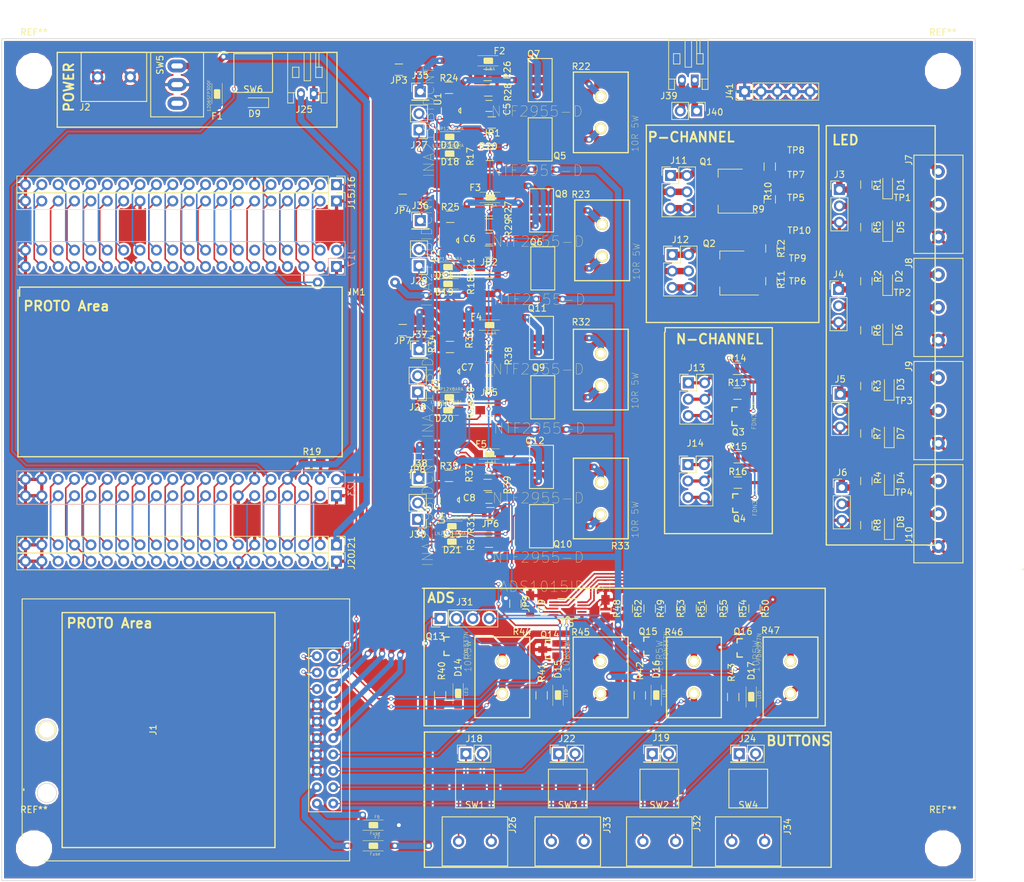
<source format=kicad_pcb>
(kicad_pcb (version 4) (host pcbnew 4.0.7-e2-6376~60~ubuntu17.10.1)
  (layers (0 F.Cu signal) (31 B.Cu signal) (34 B.Paste user) (35 F.Paste user) (36 B.SilkS user) (37 F.SilkS user) (38 B.Mask user) (39 F.Mask user) (44 Edge.Cuts user))
  (net 0 "")
  (net 1 "/Fixture Dev Kit - Functional Computer/LOLN")
  (net 2 GND)
  (net 3 "/Fixture Dev Kit - Functional Computer/LORN")
  (net 4 "Net-(C5-Pad2)")
  (net 5 "Net-(C6-Pad2)")
  (net 6 "Net-(C7-Pad2)")
  (net 7 "Net-(C8-Pad2)")
  (net 8 +5V)
  (net 9 "Net-(D1-Pad1)")
  (net 10 "Net-(D1-Pad2)")
  (net 11 "Net-(D2-Pad1)")
  (net 12 "Net-(D2-Pad2)")
  (net 13 "Net-(D3-Pad1)")
  (net 14 "Net-(D3-Pad2)")
  (net 15 "Net-(D4-Pad1)")
  (net 16 "Net-(D4-Pad2)")
  (net 17 "Net-(D5-Pad1)")
  (net 18 "Net-(D6-Pad1)")
  (net 19 "Net-(D7-Pad1)")
  (net 20 "Net-(D8-Pad1)")
  (net 21 /C4-VCC-3V3)
  (net 22 "/Fixture Dev Kit - INA/INA40_XIO")
  (net 23 "Net-(D10-Pad2)")
  (net 24 "/Fixture Dev Kit - INA/INA41_XIO")
  (net 25 "Net-(D11-Pad2)")
  (net 26 "/Fixture Dev Kit - INA/INA42_XIO")
  (net 27 "Net-(D12-Pad2)")
  (net 28 "/Fixture Dev Kit - INA/INA43_XIO")
  (net 29 "Net-(D13-Pad2)")
  (net 30 "/Fixture Dev Kit - ADS/AIN0_XIO")
  (net 31 "Net-(D14-Pad2)")
  (net 32 "/Fixture Dev Kit - ADS/AIN1_XIO")
  (net 33 "Net-(D15-Pad2)")
  (net 34 "/Fixture Dev Kit - ADS/AIN2_XIO")
  (net 35 "Net-(D16-Pad2)")
  (net 36 "/Fixture Dev Kit - ADS/AIN3_XIO")
  (net 37 "Net-(D17-Pad2)")
  (net 38 "/Fixture Dev Kit - Functional Computer/C4-PWR-IN")
  (net 39 "Net-(F2-Pad1)")
  (net 40 "Net-(F3-Pad1)")
  (net 41 "Net-(F4-Pad1)")
  (net 42 "Net-(F5-Pad1)")
  (net 43 /AIN0)
  (net 44 /AIN1)
  (net 45 /AIN2)
  (net 46 /AIN3)
  (net 47 /INA40_V-)
  (net 48 /INA41_V-)
  (net 49 /INA42_V-)
  (net 50 /INA43_V-)
  (net 51 /I2C-SDA)
  (net 52 /I2C-SCK)
  (net 53 /UART-RX)
  (net 54 /UART-TX)
  (net 55 /ADAPTER_ID)
  (net 56 "Net-(J3-Pad1)")
  (net 57 "Net-(J4-Pad1)")
  (net 58 "Net-(J5-Pad1)")
  (net 59 "/Fixture Dev Kit - PMosfets/Source0")
  (net 60 "/Fixture Dev Kit - PMosfets/Gate0")
  (net 61 "/Fixture Dev Kit - PMosfets/Drain0")
  (net 62 "/Fixture Dev Kit - PMosfets/Source1")
  (net 63 "/Fixture Dev Kit - PMosfets/Gate1")
  (net 64 "/Fixture Dev Kit - PMosfets/Drain1")
  (net 65 "/Fixture Dev Kits - NMosfets/Source_0")
  (net 66 "/Fixture Dev Kits - NMosfets/Gate_0")
  (net 67 "/Fixture Dev Kits - NMosfets/Drain_0")
  (net 68 "/Fixture Dev Kits - NMosfets/Source_1")
  (net 69 "/Fixture Dev Kits - NMosfets/Gate_1")
  (net 70 "/Fixture Dev Kits - NMosfets/Drain_1")
  (net 71 "Net-(J15-Pad4)")
  (net 72 "Net-(J15-Pad6)")
  (net 73 "Net-(J15-Pad7)")
  (net 74 "Net-(J15-Pad8)")
  (net 75 "Net-(J15-Pad9)")
  (net 76 "Net-(J15-Pad10)")
  (net 77 "Net-(J15-Pad11)")
  (net 78 "Net-(J15-Pad12)")
  (net 79 "Net-(J15-Pad14)")
  (net 80 "Net-(J15-Pad15)")
  (net 81 "Net-(J15-Pad16)")
  (net 82 "Net-(J15-Pad17)")
  (net 83 "/Fixture Dev Kit - Functional Computer/I2C-SDA")
  (net 84 "/Fixture Dev Kit - Functional Computer/I2C-SCK")
  (net 85 "Net-(J16-Pad1)")
  (net 86 "/Fixture Dev Kit - Functional Computer/LOLP")
  (net 87 "/Fixture Dev Kit - Functional Computer/LORP")
  (net 88 "Net-(J16-Pad7)")
  (net 89 "Net-(J16-Pad8)")
  (net 90 "Net-(J16-Pad9)")
  (net 91 "Net-(J16-Pad10)")
  (net 92 "Net-(J16-Pad11)")
  (net 93 "Net-(J16-Pad12)")
  (net 94 "Net-(J16-Pad13)")
  (net 95 "Net-(J16-Pad14)")
  (net 96 "Net-(J16-Pad15)")
  (net 97 "Net-(J16-Pad16)")
  (net 98 "Net-(J16-Pad19)")
  (net 99 "/Fixture Dev Kit - Functional Computer/BAT")
  (net 100 "/Fixture Dev Kit - Functional Computer/TS")
  (net 101 "/Fixture Dev Kit - Functional Computer/PWRON")
  (net 102 "Net-(J20-Pad2)")
  (net 103 "Net-(J20-Pad3)")
  (net 104 "Net-(J20-Pad4)")
  (net 105 "Net-(J20-Pad5)")
  (net 106 "Net-(J20-Pad6)")
  (net 107 "Net-(J20-Pad8)")
  (net 108 "Net-(J20-Pad9)")
  (net 109 "Net-(J20-Pad10)")
  (net 110 "Net-(J20-Pad11)")
  (net 111 "Net-(J20-Pad12)")
  (net 112 "Net-(J20-Pad13)")
  (net 113 "Net-(J20-Pad14)")
  (net 114 "Net-(J20-Pad15)")
  (net 115 "Net-(J20-Pad16)")
  (net 116 "Net-(J20-Pad17)")
  (net 117 "Net-(J20-Pad18)")
  (net 118 "Net-(J21-Pad7)")
  (net 119 "Net-(J21-Pad8)")
  (net 120 "Net-(J21-Pad9)")
  (net 121 "Net-(J21-Pad10)")
  (net 122 "Net-(J21-Pad11)")
  (net 123 "Net-(J21-Pad12)")
  (net 124 "Net-(J21-Pad13)")
  (net 125 "Net-(J21-Pad14)")
  (net 126 "Net-(J21-Pad15)")
  (net 127 "Net-(J21-Pad16)")
  (net 128 "Net-(J21-Pad18)")
  (net 129 "/Fixture Dev Kit - INA/LOAD40_XIO")
  (net 130 "/Fixture Dev Kit - INA/LOAD41_XIO")
  (net 131 "/Fixture Dev Kit - INA/LOAD42_XIO")
  (net 132 "/Fixture Dev Kit - INA/LOAD43_XIO")
  (net 133 "Net-(Q5-Pad2)")
  (net 134 "Net-(Q6-Pad2)")
  (net 135 "Net-(Q7-Pad2)")
  (net 136 "Net-(Q8-Pad2)")
  (net 137 "Net-(Q9-Pad2)")
  (net 138 "Net-(Q10-Pad2)")
  (net 139 "Net-(Q11-Pad2)")
  (net 140 "Net-(Q12-Pad2)")
  (net 141 "Net-(Q13-Pad2)")
  (net 142 "Net-(Q14-Pad2)")
  (net 143 "Net-(Q15-Pad2)")
  (net 144 "Net-(Q16-Pad2)")
  (net 145 "Net-(R26-Pad1)")
  (net 146 "Net-(R27-Pad1)")
  (net 147 "Net-(R28-Pad1)")
  (net 148 "Net-(R29-Pad1)")
  (net 149 "Net-(R36-Pad1)")
  (net 150 "Net-(R37-Pad1)")
  (net 151 "Net-(R38-Pad1)")
  (net 152 "Net-(R39-Pad1)")
  (net 153 "Net-(R52-Pad2)")
  (net 154 "Net-(R53-Pad2)")
  (net 155 "Net-(R54-Pad2)")
  (net 156 "Net-(R55-Pad2)")
  (net 157 "Net-(J16-Pad18)")
  (net 158 "Net-(D18-Pad2)")
  (net 159 "Net-(D19-Pad2)")
  (net 160 "Net-(D20-Pad2)")
  (net 161 "Net-(D21-Pad2)")
  (net 162 "Net-(F1-Pad1)")
  (net 163 "Net-(J10-Pad1)")
  (net 164 "Net-(C9-Pad1)")
  (net 165 "Net-(F2-Pad2)")
  (net 166 "Net-(F3-Pad2)")
  (net 167 "Net-(F4-Pad2)")
  (net 168 "Net-(F5-Pad2)")
  (net 169 "Net-(J18-Pad1)")
  (net 170 "Net-(J18-Pad2)")
  (net 171 "Net-(J19-Pad1)")
  (net 172 "Net-(J19-Pad2)")
  (net 173 "Net-(J22-Pad1)")
  (net 174 "Net-(J22-Pad2)")
  (net 175 "Net-(J24-Pad1)")
  (net 176 "Net-(J24-Pad2)")
  (net 177 "Net-(JP3-Pad1)")
  (net 178 "Net-(JP4-Pad1)")
  (net 179 "Net-(JP7-Pad1)")
  (net 180 "Net-(JP8-Pad1)")
  (net 181 "Net-(J39-Pad1)")
  (net 182 "Net-(J39-Pad2)")
  (net 183 "Net-(F6-Pad2)")
  (net 184 "Net-(F7-Pad2)")
  (net 185 "Net-(J16-Pad17)")
  (net 186 "Net-(SW5-Pad1)")
  (net 187 "Net-(U5-Pad2)")
  (net 188 "/Fixture Dev Kit - Functional Computer/STATUSLED")
  (module Pin_Headers:Pin_Header_Straight_2x20_Pitch2.54mm (layer B.Cu) (at 74.93 88.9 90)
    (fp_text reference J23 (at 1.27 2.33 90) (layer B.SilkS) (effects (justify mirror)))
    (fp_text value CHIP4LH)
    (pad 1 thru_hole rect (at 0 0 90) (size 1.7 1.7) (drill 1) (layers *.Cu *.Mask) (net 2 GND))
    (pad 2 thru_hole oval (at 2.54 0 90) (size 1.7 1.7) (drill 1) (layers *.Cu *.Mask) (net 38 "/Fixture Dev Kit - Functional Computer/C4-PWR-IN"))
    (pad 3 thru_hole oval (at 0 -2.54 90) (size 1.7 1.7) (drill 1) (layers *.Cu *.Mask) (net 102 "Net-(J20-Pad2)"))
    (pad 4 thru_hole oval (at 2.54 -2.54 90) (size 1.7 1.7) (drill 1) (layers *.Cu *.Mask) (net 2 GND))
    (pad 5 thru_hole oval (at 0 -5.08 90) (size 1.7 1.7) (drill 1) (layers *.Cu *.Mask) (net 103 "Net-(J20-Pad3)"))
    (pad 6 thru_hole oval (at 2.54 -5.08 90) (size 1.7 1.7) (drill 1) (layers *.Cu *.Mask) (net 100 "/Fixture Dev Kit - Functional Computer/TS"))
    (pad 7 thru_hole oval (at 0 -7.62 90) (size 1.7 1.7) (drill 1) (layers *.Cu *.Mask) (net 104 "Net-(J20-Pad4)"))
    (pad 8 thru_hole oval (at 2.54 -7.62 90) (size 1.7 1.7) (drill 1) (layers *.Cu *.Mask) (net 99 "/Fixture Dev Kit - Functional Computer/BAT"))
    (pad 9 thru_hole oval (at 0 -10.16 90) (size 1.7 1.7) (drill 1) (layers *.Cu *.Mask) (net 105 "Net-(J20-Pad5)"))
    (pad 10 thru_hole oval (at 2.54 -10.16 90) (size 1.7 1.7) (drill 1) (layers *.Cu *.Mask) (net 101 "/Fixture Dev Kit - Functional Computer/PWRON"))
    (pad 11 thru_hole oval (at 0 -12.7 90) (size 1.7 1.7) (drill 1) (layers *.Cu *.Mask) (net 106 "Net-(J20-Pad6)"))
    (pad 12 thru_hole oval (at 2.54 -12.7 90) (size 1.7 1.7) (drill 1) (layers *.Cu *.Mask) (net 2 GND))
    (pad 13 thru_hole oval (at 0 -15.24 90) (size 1.7 1.7) (drill 1) (layers *.Cu *.Mask) (net 2 GND))
    (pad 14 thru_hole oval (at 2.54 -15.24 90) (size 1.7 1.7) (drill 1) (layers *.Cu *.Mask) (net 118 "Net-(J21-Pad7)"))
    (pad 15 thru_hole oval (at 0 -17.78 90) (size 1.7 1.7) (drill 1) (layers *.Cu *.Mask) (net 107 "Net-(J20-Pad8)"))
    (pad 16 thru_hole oval (at 2.54 -17.78 90) (size 1.7 1.7) (drill 1) (layers *.Cu *.Mask) (net 119 "Net-(J21-Pad8)"))
    (pad 17 thru_hole oval (at 0 -20.32 90) (size 1.7 1.7) (drill 1) (layers *.Cu *.Mask) (net 108 "Net-(J20-Pad9)"))
    (pad 18 thru_hole oval (at 2.54 -20.32 90) (size 1.7 1.7) (drill 1) (layers *.Cu *.Mask) (net 120 "Net-(J21-Pad9)"))
    (pad 19 thru_hole oval (at 0 -22.86 90) (size 1.7 1.7) (drill 1) (layers *.Cu *.Mask) (net 109 "Net-(J20-Pad10)"))
    (pad 20 thru_hole oval (at 2.54 -22.86 90) (size 1.7 1.7) (drill 1) (layers *.Cu *.Mask) (net 121 "Net-(J21-Pad10)"))
    (pad 21 thru_hole oval (at 0 -25.4 90) (size 1.7 1.7) (drill 1) (layers *.Cu *.Mask) (net 110 "Net-(J20-Pad11)"))
    (pad 22 thru_hole oval (at 2.54 -25.4 90) (size 1.7 1.7) (drill 1) (layers *.Cu *.Mask) (net 122 "Net-(J21-Pad11)"))
    (pad 23 thru_hole oval (at 0 -27.94 90) (size 1.7 1.7) (drill 1) (layers *.Cu *.Mask) (net 111 "Net-(J20-Pad12)"))
    (pad 24 thru_hole oval (at 2.54 -27.94 90) (size 1.7 1.7) (drill 1) (layers *.Cu *.Mask) (net 123 "Net-(J21-Pad12)"))
    (pad 25 thru_hole oval (at 0 -30.48 90) (size 1.7 1.7) (drill 1) (layers *.Cu *.Mask) (net 112 "Net-(J20-Pad13)"))
    (pad 26 thru_hole oval (at 2.54 -30.48 90) (size 1.7 1.7) (drill 1) (layers *.Cu *.Mask) (net 124 "Net-(J21-Pad13)"))
    (pad 27 thru_hole oval (at 0 -33.02 90) (size 1.7 1.7) (drill 1) (layers *.Cu *.Mask) (net 113 "Net-(J20-Pad14)"))
    (pad 28 thru_hole oval (at 2.54 -33.02 90) (size 1.7 1.7) (drill 1) (layers *.Cu *.Mask) (net 125 "Net-(J21-Pad14)"))
    (pad 29 thru_hole oval (at 0 -35.56 90) (size 1.7 1.7) (drill 1) (layers *.Cu *.Mask) (net 114 "Net-(J20-Pad15)"))
    (pad 30 thru_hole oval (at 2.54 -35.56 90) (size 1.7 1.7) (drill 1) (layers *.Cu *.Mask) (net 126 "Net-(J21-Pad15)"))
    (pad 31 thru_hole oval (at 0 -38.1 90) (size 1.7 1.7) (drill 1) (layers *.Cu *.Mask) (net 115 "Net-(J20-Pad16)"))
    (pad 32 thru_hole oval (at 2.54 -38.1 90) (size 1.7 1.7) (drill 1) (layers *.Cu *.Mask) (net 127 "Net-(J21-Pad16)"))
    (pad 33 thru_hole oval (at 0 -40.64 90) (size 1.7 1.7) (drill 1) (layers *.Cu *.Mask) (net 116 "Net-(J20-Pad17)"))
    (pad 34 thru_hole oval (at 2.54 -40.64 90) (size 1.7 1.7) (drill 1) (layers *.Cu *.Mask) (net 55 /ADAPTER_ID))
    (pad 35 thru_hole oval (at 0 -43.18 90) (size 1.7 1.7) (drill 1) (layers *.Cu *.Mask) (net 117 "Net-(J20-Pad18)"))
    (pad 36 thru_hole oval (at 2.54 -43.18 90) (size 1.7 1.7) (drill 1) (layers *.Cu *.Mask) (net 128 "Net-(J21-Pad18)"))
    (pad 37 thru_hole oval (at 0 -45.72 90) (size 1.7 1.7) (drill 1) (layers *.Cu *.Mask) (net 2 GND))
    (pad 38 thru_hole oval (at 2.54 -45.72 90) (size 1.7 1.7) (drill 1) (layers *.Cu *.Mask) (net 2 GND))
    (pad 39 thru_hole oval (at 0 -48.26 90) (size 1.7 1.7) (drill 1) (layers *.Cu *.Mask) (net 2 GND))
    (pad 40 thru_hole oval (at 2.54 -48.26 90) (size 1.7 1.7) (drill 1) (layers *.Cu *.Mask) (net 2 GND))
  )
  (module CHIP4DUT:DUT_HEADER_FOOTPRINT (layer F.Cu) (at 47.752 125.222 270)
    (fp_text reference J1 (at 0 1.27 270) (layer F.SilkS))
    (fp_text value DUT)
    (pad 1 thru_hole circle (at 11.43 -26.67 270) (size 1.524 1.524) (drill 0.762) (layers *.Cu *.Mask) (net 46 /AIN3))
    (pad 2 thru_hole circle (at 11.43 -24.13 270) (size 1.524 1.524) (drill 0.762) (layers *.Cu *.Mask) (net 183 "Net-(F6-Pad2)"))
    (pad 3 thru_hole circle (at 8.89 -26.67 270) (size 1.524 1.524) (drill 0.762) (layers *.Cu *.Mask) (net 45 /AIN2))
    (pad 4 thru_hole circle (at 8.89 -24.13 270) (size 1.524 1.524) (drill 0.762) (layers *.Cu *.Mask) (net 184 "Net-(F7-Pad2)"))
    (pad 5 thru_hole circle (at 6.35 -26.67 270) (size 1.524 1.524) (drill 0.762) (layers *.Cu *.Mask) (net 44 /AIN1))
    (pad 6 thru_hole circle (at 6.35 -24.13 270) (size 1.524 1.524) (drill 0.762) (layers *.Cu *.Mask) (net 2 GND))
    (pad 7 thru_hole circle (at 3.81 -26.67 270) (size 1.524 1.524) (drill 0.762) (layers *.Cu *.Mask) (net 43 /AIN0))
    (pad 8 thru_hole circle (at 3.81 -24.13 270) (size 1.524 1.524) (drill 0.762) (layers *.Cu *.Mask) (net 2 GND))
    (pad 9 thru_hole circle (at 1.27 -26.67 270) (size 1.524 1.524) (drill 0.762) (layers *.Cu *.Mask) (net 50 /INA43_V-))
    (pad 10 thru_hole circle (at 1.27 -24.13 270) (size 1.524 1.524) (drill 0.762) (layers *.Cu *.Mask) (net 2 GND))
    (pad 11 thru_hole circle (at -1.27 -26.67 270) (size 1.524 1.524) (drill 0.762) (layers *.Cu *.Mask) (net 49 /INA42_V-))
    (pad 12 thru_hole circle (at -1.27 -24.13 270) (size 1.524 1.524) (drill 0.762) (layers *.Cu *.Mask) (net 2 GND))
    (pad 13 thru_hole circle (at -3.81 -26.67 270) (size 1.524 1.524) (drill 0.762) (layers *.Cu *.Mask) (net 48 /INA41_V-))
    (pad 14 thru_hole circle (at -3.81 -24.13 270) (size 1.524 1.524) (drill 0.762) (layers *.Cu *.Mask) (net 2 GND))
    (pad 15 thru_hole circle (at -6.35 -26.67 270) (size 1.524 1.524) (drill 0.762) (layers *.Cu *.Mask) (net 47 /INA40_V-))
    (pad 16 thru_hole circle (at -6.35 -24.13 270) (size 1.524 1.524) (drill 0.762) (layers *.Cu *.Mask) (net 55 /ADAPTER_ID))
    (pad 17 thru_hole circle (at -8.89 -26.67 270) (size 1.524 1.524) (drill 0.762) (layers *.Cu *.Mask) (net 53 /UART-RX))
    (pad 18 thru_hole circle (at -8.89 -24.13 270) (size 1.524 1.524) (drill 0.762) (layers *.Cu *.Mask) (net 51 /I2C-SDA))
    (pad 19 thru_hole circle (at -11.43 -26.67 270) (size 1.524 1.524) (drill 0.762) (layers *.Cu *.Mask) (net 54 /UART-TX))
    (pad 20 thru_hole circle (at -11.43 -24.13 270) (size 1.524 1.524) (drill 0.762) (layers *.Cu *.Mask) (net 52 /I2C-SCK))
  )
  (module Pin_Headers:Pin_Header_Straight_2x20_Pitch2.54mm (layer B.Cu) (at 74.93 53.34 90)
    (fp_text reference J17 (at 1.27 2.33 90) (layer B.SilkS) (effects (justify mirror)))
    (fp_text value CHIP4RH)
    (pad 1 thru_hole rect (at 0 0 90) (size 1.7 1.7) (drill 1) (layers *.Cu *.Mask) (net 2 GND))
    (pad 2 thru_hole oval (at 2.54 0 90) (size 1.7 1.7) (drill 1) (layers *.Cu *.Mask) (net 85 "Net-(J16-Pad1)"))
    (pad 3 thru_hole oval (at 0 -2.54 90) (size 1.7 1.7) (drill 1) (layers *.Cu *.Mask) (net 54 /UART-TX))
    (pad 4 thru_hole oval (at 2.54 -2.54 90) (size 1.7 1.7) (drill 1) (layers *.Cu *.Mask) (net 86 "/Fixture Dev Kit - Functional Computer/LOLP"))
    (pad 5 thru_hole oval (at 0 -5.08 90) (size 1.7 1.7) (drill 1) (layers *.Cu *.Mask) (net 53 /UART-RX))
    (pad 6 thru_hole oval (at 2.54 -5.08 90) (size 1.7 1.7) (drill 1) (layers *.Cu *.Mask) (net 1 "/Fixture Dev Kit - Functional Computer/LOLN"))
    (pad 7 thru_hole oval (at 0 -7.62 90) (size 1.7 1.7) (drill 1) (layers *.Cu *.Mask) (net 71 "Net-(J15-Pad4)"))
    (pad 8 thru_hole oval (at 2.54 -7.62 90) (size 1.7 1.7) (drill 1) (layers *.Cu *.Mask) (net 87 "/Fixture Dev Kit - Functional Computer/LORP"))
    (pad 9 thru_hole oval (at 0 -10.16 90) (size 1.7 1.7) (drill 1) (layers *.Cu *.Mask) (net 188 "/Fixture Dev Kit - Functional Computer/STATUSLED"))
    (pad 10 thru_hole oval (at 2.54 -10.16 90) (size 1.7 1.7) (drill 1) (layers *.Cu *.Mask) (net 3 "/Fixture Dev Kit - Functional Computer/LORN"))
    (pad 11 thru_hole oval (at 0 -12.7 90) (size 1.7 1.7) (drill 1) (layers *.Cu *.Mask) (net 72 "Net-(J15-Pad6)"))
    (pad 12 thru_hole oval (at 2.54 -12.7 90) (size 1.7 1.7) (drill 1) (layers *.Cu *.Mask))
    (pad 13 thru_hole oval (at 0 -15.24 90) (size 1.7 1.7) (drill 1) (layers *.Cu *.Mask) (net 73 "Net-(J15-Pad7)"))
    (pad 14 thru_hole oval (at 2.54 -15.24 90) (size 1.7 1.7) (drill 1) (layers *.Cu *.Mask) (net 88 "Net-(J16-Pad7)"))
    (pad 15 thru_hole oval (at 0 -17.78 90) (size 1.7 1.7) (drill 1) (layers *.Cu *.Mask) (net 74 "Net-(J15-Pad8)"))
    (pad 16 thru_hole oval (at 2.54 -17.78 90) (size 1.7 1.7) (drill 1) (layers *.Cu *.Mask) (net 89 "Net-(J16-Pad8)"))
    (pad 17 thru_hole oval (at 0 -20.32 90) (size 1.7 1.7) (drill 1) (layers *.Cu *.Mask) (net 75 "Net-(J15-Pad9)"))
    (pad 18 thru_hole oval (at 2.54 -20.32 90) (size 1.7 1.7) (drill 1) (layers *.Cu *.Mask) (net 90 "Net-(J16-Pad9)"))
    (pad 19 thru_hole oval (at 0 -22.86 90) (size 1.7 1.7) (drill 1) (layers *.Cu *.Mask) (net 76 "Net-(J15-Pad10)"))
    (pad 20 thru_hole oval (at 2.54 -22.86 90) (size 1.7 1.7) (drill 1) (layers *.Cu *.Mask) (net 91 "Net-(J16-Pad10)"))
    (pad 21 thru_hole oval (at 0 -25.4 90) (size 1.7 1.7) (drill 1) (layers *.Cu *.Mask) (net 77 "Net-(J15-Pad11)"))
    (pad 22 thru_hole oval (at 2.54 -25.4 90) (size 1.7 1.7) (drill 1) (layers *.Cu *.Mask) (net 92 "Net-(J16-Pad11)"))
    (pad 23 thru_hole oval (at 0 -27.94 90) (size 1.7 1.7) (drill 1) (layers *.Cu *.Mask) (net 78 "Net-(J15-Pad12)"))
    (pad 24 thru_hole oval (at 2.54 -27.94 90) (size 1.7 1.7) (drill 1) (layers *.Cu *.Mask) (net 93 "Net-(J16-Pad12)"))
    (pad 25 thru_hole oval (at 0 -30.48 90) (size 1.7 1.7) (drill 1) (layers *.Cu *.Mask) (net 2 GND))
    (pad 26 thru_hole oval (at 2.54 -30.48 90) (size 1.7 1.7) (drill 1) (layers *.Cu *.Mask) (net 94 "Net-(J16-Pad13)"))
    (pad 27 thru_hole oval (at 0 -33.02 90) (size 1.7 1.7) (drill 1) (layers *.Cu *.Mask) (net 79 "Net-(J15-Pad14)"))
    (pad 28 thru_hole oval (at 2.54 -33.02 90) (size 1.7 1.7) (drill 1) (layers *.Cu *.Mask) (net 95 "Net-(J16-Pad14)"))
    (pad 29 thru_hole oval (at 0 -35.56 90) (size 1.7 1.7) (drill 1) (layers *.Cu *.Mask) (net 80 "Net-(J15-Pad15)"))
    (pad 30 thru_hole oval (at 2.54 -35.56 90) (size 1.7 1.7) (drill 1) (layers *.Cu *.Mask) (net 96 "Net-(J16-Pad15)"))
    (pad 31 thru_hole oval (at 0 -38.1 90) (size 1.7 1.7) (drill 1) (layers *.Cu *.Mask) (net 81 "Net-(J15-Pad16)"))
    (pad 32 thru_hole oval (at 2.54 -38.1 90) (size 1.7 1.7) (drill 1) (layers *.Cu *.Mask) (net 97 "Net-(J16-Pad16)"))
    (pad 33 thru_hole oval (at 0 -40.64 90) (size 1.7 1.7) (drill 1) (layers *.Cu *.Mask) (net 82 "Net-(J15-Pad17)"))
    (pad 34 thru_hole oval (at 2.54 -40.64 90) (size 1.7 1.7) (drill 1) (layers *.Cu *.Mask) (net 157 "Net-(J16-Pad18)"))
    (pad 35 thru_hole oval (at 0 -43.18 90) (size 1.7 1.7) (drill 1) (layers *.Cu *.Mask) (net 83 "/Fixture Dev Kit - Functional Computer/I2C-SDA"))
    (pad 36 thru_hole oval (at 2.54 -43.18 90) (size 1.7 1.7) (drill 1) (layers *.Cu *.Mask))
    (pad 37 thru_hole oval (at 0 -45.72 90) (size 1.7 1.7) (drill 1) (layers *.Cu *.Mask) (net 84 "/Fixture Dev Kit - Functional Computer/I2C-SCK"))
    (pad 38 thru_hole oval (at 2.54 -45.72 90) (size 1.7 1.7) (drill 1) (layers *.Cu *.Mask) (net 98 "Net-(J16-Pad19)"))
    (pad 39 thru_hole oval (at 0 -48.26 90) (size 1.7 1.7) (drill 1) (layers *.Cu *.Mask) (net 2 GND))
    (pad 40 thru_hole oval (at 2.54 -48.26 90) (size 1.7 1.7) (drill 1) (layers *.Cu *.Mask) (net 2 GND))
  )
  (module Resistors_SMD:R_0805 (layer F.Cu) (at 102.682 105.644 270)
    (fp_text reference JP9 (at 0 -1.65 270) (layer F.SilkS))
    (fp_text value Jumper_NC_Small)
    (pad 1 smd rect (at -0.95 0 270) (size 0.7 1.3) (layers F.Cu F.Paste F.Mask) (net 8 +5V))
    (pad 2 smd rect (at 0.95 0 270) (size 0.7 1.3) (layers F.Cu F.Paste F.Mask) (net 164 "Net-(C9-Pad1)"))
  )
  (module Resistors_SMD:R_0805 (layer F.Cu) (at 85.2 63.2 180)
    (fp_text reference JP7 (at 0 -1.65 180) (layer F.SilkS))
    (fp_text value Jumper_NC_Small)
    (pad 1 smd rect (at -0.95 0 180) (size 0.7 1.3) (layers F.Cu F.Paste F.Mask) (net 179 "Net-(JP7-Pad1)"))
    (pad 2 smd rect (at 0.95 0 180) (size 0.7 1.3) (layers F.Cu F.Paste F.Mask) (net 49 /INA42_V-))
  )
  (module Resistors_SMD:R_0805 (layer F.Cu) (at 84.6 22.8 180)
    (fp_text reference JP3 (at 0 -1.65 180) (layer F.SilkS))
    (fp_text value Jumper_NC_Small)
    (pad 1 smd rect (at -0.95 0 180) (size 0.7 1.3) (layers F.Cu F.Paste F.Mask) (net 177 "Net-(JP3-Pad1)"))
    (pad 2 smd rect (at 0.95 0 180) (size 0.7 1.3) (layers F.Cu F.Paste F.Mask) (net 47 /INA40_V-))
  )
  (module Resistors_SMD:R_0805 (layer F.Cu) (at 99 31 180)
    (fp_text reference JP1 (at 0 -1.65 180) (layer F.SilkS))
    (fp_text value Jumper_NC_Small)
    (pad 1 smd rect (at -0.95 0 180) (size 0.7 1.3) (layers F.Cu F.Paste F.Mask) (net 21 /C4-VCC-3V3))
    (pad 2 smd rect (at 0.95 0 180) (size 0.7 1.3) (layers F.Cu F.Paste F.Mask) (net 4 "Net-(C5-Pad2)"))
  )
  (module ADS1015IDGST:SOP50P490X110-10N (layer F.Cu) (at 110.81 106.406 180)
    (fp_text reference U5 (at 0 -2.286 180) (layer F.SilkS))
    (fp_text value ADS1015IDGST (at 1.75318 3.40473 180) (layer F.SilkS) (effects (font (size 1.64054 1.64054) (thickness 0.05))))
    (pad 1 smd rect (at -2.1844 -0.9906 180) (size 1.4224 0.2794) (layers F.Cu F.Paste F.Mask) (net 2 GND))
    (pad 2 smd rect (at -2.1844 -0.508 180) (size 1.4224 0.2794) (layers F.Cu F.Paste F.Mask) (net 187 "Net-(U5-Pad2)"))
    (pad 3 smd rect (at -2.1844 0 180) (size 1.4224 0.2794) (layers F.Cu F.Paste F.Mask) (net 2 GND))
    (pad 4 smd rect (at -2.1844 0.508 180) (size 1.4224 0.2794) (layers F.Cu F.Paste F.Mask) (net 153 "Net-(R52-Pad2)"))
    (pad 5 smd rect (at -2.1844 0.9906 180) (size 1.4224 0.2794) (layers F.Cu F.Paste F.Mask) (net 154 "Net-(R53-Pad2)"))
    (pad 6 smd rect (at 2.1844 0.9906 180) (size 1.4224 0.2794) (layers F.Cu F.Paste F.Mask) (net 155 "Net-(R54-Pad2)"))
    (pad 7 smd rect (at 2.1844 0.508 180) (size 1.4224 0.2794) (layers F.Cu F.Paste F.Mask) (net 156 "Net-(R55-Pad2)"))
    (pad 8 smd rect (at 2.1844 0 180) (size 1.4224 0.2794) (layers F.Cu F.Paste F.Mask) (net 164 "Net-(C9-Pad1)"))
    (pad 9 smd rect (at 2.1844 -0.508 180) (size 1.4224 0.2794) (layers F.Cu F.Paste F.Mask) (net 51 /I2C-SDA))
    (pad 10 smd rect (at 2.1844 -0.9906 180) (size 1.4224 0.2794) (layers F.Cu F.Paste F.Mask) (net 52 /I2C-SCK))
  )
  (module Capacitors_SMD:C_0805_HandSoldering (layer F.Cu) (at 98.575 49.025 180)
    (fp_text reference C6 (at 3.048 0 360) (layer F.SilkS))
    (fp_text value 0.1uF)
    (pad 1 smd rect (at -1.25 0 180) (size 1.5 1.25) (layers F.Cu F.Paste F.Mask) (net 2 GND))
    (pad 2 smd rect (at 1.25 0 180) (size 1.5 1.25) (layers F.Cu F.Paste F.Mask) (net 5 "Net-(C6-Pad2)"))
  )
  (module NTF2955T1G:SOT230P700X180-4N (layer F.Cu) (at 106.525 33.625)
    (fp_text reference Q5 (at 3.048 2.54) (layer F.SilkS))
    (fp_text value NTF2955-D (at -0.510144 4.84626) (layer F.SilkS) (effects (font (size 1.64688 1.64688) (thickness 0.05))))
    (pad 1 smd rect (at -3.2004 -2.3114) (size 1.6256 0.889) (layers F.Cu F.Paste F.Mask) (net 129 "/Fixture Dev Kit - INA/LOAD40_XIO"))
    (pad 2 smd rect (at -3.2004 0) (size 1.6256 0.889) (layers F.Cu F.Paste F.Mask) (net 133 "Net-(Q5-Pad2)"))
    (pad 3 smd rect (at -3.2004 2.3114) (size 1.6256 0.889) (layers F.Cu F.Paste F.Mask) (net 2 GND))
    (pad 4 smd rect (at 3.2004 0) (size 1.6256 3.175) (layers F.Cu F.Paste F.Mask) (net 133 "Net-(Q5-Pad2)"))
  )
  (module Resistors_SMD:R_0805_HandSoldering (layer F.Cu) (at 98.375 87.225)
    (fp_text reference R39 (at 3.048 0 90) (layer F.SilkS))
    (fp_text value 1K)
    (pad 1 smd rect (at -1.35 0) (size 1.5 1.3) (layers F.Cu F.Paste F.Mask) (net 152 "Net-(R39-Pad1)"))
    (pad 2 smd rect (at 1.35 0) (size 1.5 1.3) (layers F.Cu F.Paste F.Mask) (net 2 GND))
  )
  (module Capacitors_SMD:C_0805_HandSoldering (layer F.Cu) (at 98.575 89.225 180)
    (fp_text reference C8 (at 3.048 0 180) (layer F.SilkS))
    (fp_text value 0.1uF)
    (pad 1 smd rect (at -1.25 0 180) (size 1.5 1.25) (layers F.Cu F.Paste F.Mask) (net 2 GND))
    (pad 2 smd rect (at 1.25 0 180) (size 1.5 1.25) (layers F.Cu F.Paste F.Mask) (net 7 "Net-(C8-Pad2)"))
  )
  (module 1206:1206 (layer F.Cu) (at 98.625 82.425 180)
    (fp_text reference F5 (at 1.27 1.524 180) (layer F.SilkS))
    (fp_text value 1.5A (at -0.31649 -1.25925 180) (layer F.SilkS) (effects (font (size 0.480745 0.480745) (thickness 0.05))))
    (pad 1 smd rect (at -1.7 0 180) (size 1.35 1.2) (layers F.Cu F.Paste F.Mask) (net 42 "Net-(F5-Pad1)"))
    (pad 2 smd rect (at 1.65 0 180) (size 1.35 1.2) (layers F.Cu F.Paste F.Mask) (net 168 "Net-(F5-Pad2)"))
  )
  (module Pin_Headers:Pin_Header_Straight_1x01_Pitch2.54mm (layer F.Cu) (at 87.725 86.225)
    (fp_text reference J38 (at 0 -2.33) (layer F.SilkS))
    (fp_text value "43 V+")
    (pad 1 thru_hole rect (at 0 0) (size 1.7 1.7) (drill 1) (layers *.Cu *.Mask) (net 168 "Net-(F5-Pad2)"))
  )
  (module Resistors_SMD:R_0805_HandSoldering (layer F.Cu) (at 92.375 85.825 180)
    (fp_text reference R35 (at 0 1.524 180) (layer F.SilkS))
    (fp_text value 0.1R)
    (pad 1 smd rect (at -1.35 0 180) (size 1.5 1.3) (layers F.Cu F.Paste F.Mask) (net 140 "Net-(Q12-Pad2)"))
    (pad 2 smd rect (at 1.35 0 180) (size 1.5 1.3) (layers F.Cu F.Paste F.Mask) (net 180 "Net-(JP8-Pad1)"))
  )
  (module 1206:1206 (layer F.Cu) (at 92.875 96.025)
    (fp_text reference D21 (at 0 1.27) (layer F.SilkS))
    (fp_text value LNJP12X8ARA (at -0.31649 -1.25925) (layer F.SilkS) (effects (font (size 0.480745 0.480745) (thickness 0.05))))
    (pad 1 smd rect (at -1.7 0) (size 1.35 1.2) (layers F.Cu F.Paste F.Mask) (net 132 "/Fixture Dev Kit - INA/LOAD43_XIO"))
    (pad 2 smd rect (at 1.65 0) (size 1.35 1.2) (layers F.Cu F.Paste F.Mask) (net 161 "Net-(D21-Pad2)"))
  )
  (module Pin_Headers:Pin_Header_Straight_1x02_Pitch2.54mm (layer F.Cu) (at 87.525 92.565 180)
    (fp_text reference J30 (at 0 -2.33 180) (layer F.SilkS))
    (fp_text value INA_40)
    (pad 1 thru_hole rect (at 0 0 180) (size 1.7 1.7) (drill 1) (layers *.Cu *.Mask) (net 132 "/Fixture Dev Kit - INA/LOAD43_XIO"))
    (pad 2 thru_hole oval (at 0 2.54 180) (size 1.7 1.7) (drill 1) (layers *.Cu *.Mask) (net 28 "/Fixture Dev Kit - INA/INA43_XIO"))
  )
  (module 1206:1206 (layer F.Cu) (at 92.875 93.625)
    (fp_text reference D13 (at 0 1.27) (layer F.SilkS))
    (fp_text value LNJP12X8ARA (at -0.31649 -1.25925) (layer F.SilkS) (effects (font (size 0.480745 0.480745) (thickness 0.05))))
    (pad 1 smd rect (at -1.7 0) (size 1.35 1.2) (layers F.Cu F.Paste F.Mask) (net 28 "/Fixture Dev Kit - INA/INA43_XIO"))
    (pad 2 smd rect (at 1.65 0) (size 1.35 1.2) (layers F.Cu F.Paste F.Mask) (net 29 "Net-(D13-Pad2)"))
  )
  (module INA219BIDCNR:SOT65P280X145-8N (layer F.Cu) (at 92.4902 89.555 270)
    (fp_text reference U4 (at 2.794 1.27 270) (layer F.SilkS))
    (fp_text value INA219BIDCNT (at 1.75701 3.41215 270) (layer F.SilkS) (effects (font (size 1.64412 1.64412) (thickness 0.05))))
    (pad 1 smd rect (at -1.27 -0.9652 270) (size 1.3208 0.508) (layers F.Cu F.Paste F.Mask) (net 140 "Net-(Q12-Pad2)"))
    (pad 2 smd rect (at -1.27 -0.3302 270) (size 1.3208 0.508) (layers F.Cu F.Paste F.Mask) (net 180 "Net-(JP8-Pad1)"))
    (pad 3 smd rect (at -1.27 0.3302 270) (size 1.3208 0.508) (layers F.Cu F.Paste F.Mask) (net 2 GND))
    (pad 4 smd rect (at -1.27 0.9652 270) (size 1.3208 0.508) (layers F.Cu F.Paste F.Mask) (net 7 "Net-(C8-Pad2)"))
    (pad 5 smd rect (at 1.27 0.9652 270) (size 1.3208 0.508) (layers F.Cu F.Paste F.Mask) (net 52 /I2C-SCK))
    (pad 6 smd rect (at 1.27 0.3302 270) (size 1.3208 0.508) (layers F.Cu F.Paste F.Mask) (net 51 /I2C-SDA))
    (pad 7 smd rect (at 1.27 -0.3302 270) (size 1.3208 0.508) (layers F.Cu F.Paste F.Mask) (net 150 "Net-(R37-Pad1)"))
    (pad 8 smd rect (at 1.27 -0.9652 270) (size 1.3208 0.508) (layers F.Cu F.Paste F.Mask) (net 152 "Net-(R39-Pad1)"))
  )
  (module Resistors_SMD:R_0805_HandSoldering (layer F.Cu) (at 98.575 93.625)
    (fp_text reference R31 (at -2.794 -0.254 90) (layer F.SilkS))
    (fp_text value 160R)
    (pad 1 smd rect (at -1.35 0) (size 1.5 1.3) (layers F.Cu F.Paste F.Mask) (net 29 "Net-(D13-Pad2)"))
    (pad 2 smd rect (at 1.35 0) (size 1.5 1.3) (layers F.Cu F.Paste F.Mask) (net 21 /C4-VCC-3V3))
  )
  (module Resistors_SMD:R_0805_HandSoldering (layer F.Cu) (at 98.575 96.025)
    (fp_text reference R57 (at -2.794 0 90) (layer F.SilkS))
    (fp_text value 160R)
    (pad 1 smd rect (at -1.35 0) (size 1.5 1.3) (layers F.Cu F.Paste F.Mask) (net 161 "Net-(D21-Pad2)"))
    (pad 2 smd rect (at 1.35 0) (size 1.5 1.3) (layers F.Cu F.Paste F.Mask) (net 21 /C4-VCC-3V3))
  )
  (module Resistors_SMD:R_0805_HandSoldering (layer F.Cu) (at 98.575 84.625 180)
    (fp_text reference R37 (at 3.048 -0.762 270) (layer F.SilkS))
    (fp_text value 1K)
    (pad 1 smd rect (at -1.35 0 180) (size 1.5 1.3) (layers F.Cu F.Paste F.Mask) (net 150 "Net-(R37-Pad1)"))
    (pad 2 smd rect (at 1.35 0 180) (size 1.5 1.3) (layers F.Cu F.Paste F.Mask) (net 52 /I2C-SCK))
  )
  (module Resistors_SMD:R_0805_HandSoldering (layer F.Cu) (at 98.475 26.025)
    (fp_text reference R28 (at 3.048 0.254 90) (layer F.SilkS))
    (fp_text value 1K)
    (pad 1 smd rect (at -1.35 0) (size 1.5 1.3) (layers F.Cu F.Paste F.Mask) (net 147 "Net-(R28-Pad1)"))
    (pad 2 smd rect (at 1.35 0) (size 1.5 1.3) (layers F.Cu F.Paste F.Mask) (net 2 GND))
  )
  (module Pin_Headers:Pin_Header_Straight_1x20_Pitch2.54mm (layer F.Cu) (at 74.93 40.64 270)
    (fp_text reference J16 (at 0 -2.33 270) (layer F.SilkS))
    (fp_text value Conn_01x20)
    (pad 1 thru_hole rect (at 0 0 270) (size 1.7 1.7) (drill 1) (layers *.Cu *.Mask) (net 85 "Net-(J16-Pad1)"))
    (pad 2 thru_hole oval (at 0 2.54 270) (size 1.7 1.7) (drill 1) (layers *.Cu *.Mask) (net 86 "/Fixture Dev Kit - Functional Computer/LOLP"))
    (pad 3 thru_hole oval (at 0 5.08 270) (size 1.7 1.7) (drill 1) (layers *.Cu *.Mask) (net 1 "/Fixture Dev Kit - Functional Computer/LOLN"))
    (pad 4 thru_hole oval (at 0 7.62 270) (size 1.7 1.7) (drill 1) (layers *.Cu *.Mask) (net 87 "/Fixture Dev Kit - Functional Computer/LORP"))
    (pad 5 thru_hole oval (at 0 10.16 270) (size 1.7 1.7) (drill 1) (layers *.Cu *.Mask) (net 3 "/Fixture Dev Kit - Functional Computer/LORN"))
    (pad 6 thru_hole oval (at 0 12.7 270) (size 1.7 1.7) (drill 1) (layers *.Cu *.Mask) (net 2 GND))
    (pad 7 thru_hole oval (at 0 15.24 270) (size 1.7 1.7) (drill 1) (layers *.Cu *.Mask) (net 88 "Net-(J16-Pad7)"))
    (pad 8 thru_hole oval (at 0 17.78 270) (size 1.7 1.7) (drill 1) (layers *.Cu *.Mask) (net 89 "Net-(J16-Pad8)"))
    (pad 9 thru_hole oval (at 0 20.32 270) (size 1.7 1.7) (drill 1) (layers *.Cu *.Mask) (net 90 "Net-(J16-Pad9)"))
    (pad 10 thru_hole oval (at 0 22.86 270) (size 1.7 1.7) (drill 1) (layers *.Cu *.Mask) (net 91 "Net-(J16-Pad10)"))
    (pad 11 thru_hole oval (at 0 25.4 270) (size 1.7 1.7) (drill 1) (layers *.Cu *.Mask) (net 92 "Net-(J16-Pad11)"))
    (pad 12 thru_hole oval (at 0 27.94 270) (size 1.7 1.7) (drill 1) (layers *.Cu *.Mask) (net 93 "Net-(J16-Pad12)"))
    (pad 13 thru_hole oval (at 0 30.48 270) (size 1.7 1.7) (drill 1) (layers *.Cu *.Mask) (net 94 "Net-(J16-Pad13)"))
    (pad 14 thru_hole oval (at 0 33.02 270) (size 1.7 1.7) (drill 1) (layers *.Cu *.Mask) (net 95 "Net-(J16-Pad14)"))
    (pad 15 thru_hole oval (at 0 35.56 270) (size 1.7 1.7) (drill 1) (layers *.Cu *.Mask) (net 96 "Net-(J16-Pad15)"))
    (pad 16 thru_hole oval (at 0 38.1 270) (size 1.7 1.7) (drill 1) (layers *.Cu *.Mask) (net 97 "Net-(J16-Pad16)"))
    (pad 17 thru_hole oval (at 0 40.64 270) (size 1.7 1.7) (drill 1) (layers *.Cu *.Mask) (net 185 "Net-(J16-Pad17)"))
    (pad 18 thru_hole oval (at 0 43.18 270) (size 1.7 1.7) (drill 1) (layers *.Cu *.Mask) (net 157 "Net-(J16-Pad18)"))
    (pad 19 thru_hole oval (at 0 45.72 270) (size 1.7 1.7) (drill 1) (layers *.Cu *.Mask) (net 98 "Net-(J16-Pad19)"))
    (pad 20 thru_hole oval (at 0 48.26 270) (size 1.7 1.7) (drill 1) (layers *.Cu *.Mask) (net 2 GND))
  )
  (module TL9210AF260Q:TL9210AF260Q (layer F.Cu) (at 62.002 23.324)
    (fp_text reference SW6 (at 0 2.54) (layer F.SilkS))
    (fp_text value TL9210AF260Q)
    (pad 1 smd rect (at -2.9 0) (size 1.8 1.8) (layers F.Cu F.Paste F.Mask) (net 101 "/Fixture Dev Kit - Functional Computer/PWRON"))
    (pad 2 smd rect (at 2.9 0) (size 1.8 1.8) (layers F.Cu F.Paste F.Mask) (net 2 GND))
  )
  (module TL9210AF260Q:TL9210AF260Q (layer F.Cu) (at 110.802 134.324)
    (fp_text reference SW3 (at 0 2.54) (layer F.SilkS))
    (fp_text value TL9210AF260Q)
    (pad 1 smd rect (at -2.9 0) (size 1.8 1.8) (layers F.Cu F.Paste F.Mask) (net 173 "Net-(J22-Pad1)"))
    (pad 2 smd rect (at 2.9 0) (size 1.8 1.8) (layers F.Cu F.Paste F.Mask) (net 174 "Net-(J22-Pad2)"))
  )
  (module Capacitors_SMD:C_0805_HandSoldering (layer F.Cu) (at 98.575 28.425 180)
    (fp_text reference C5 (at -2.794 -0.508 270) (layer F.SilkS))
    (fp_text value 0.1uF)
    (pad 1 smd rect (at -1.25 0 180) (size 1.5 1.25) (layers F.Cu F.Paste F.Mask) (net 2 GND))
    (pad 2 smd rect (at 1.25 0 180) (size 1.5 1.25) (layers F.Cu F.Paste F.Mask) (net 4 "Net-(C5-Pad2)"))
  )
  (module Capacitors_SMD:C_0805_HandSoldering (layer F.Cu) (at 98.525 69.225 180)
    (fp_text reference C7 (at 3.302 0.254 180) (layer F.SilkS))
    (fp_text value 0.1uF)
    (pad 1 smd rect (at -1.25 0 180) (size 1.5 1.25) (layers F.Cu F.Paste F.Mask) (net 2 GND))
    (pad 2 smd rect (at 1.25 0 180) (size 1.5 1.25) (layers F.Cu F.Paste F.Mask) (net 6 "Net-(C7-Pad2)"))
  )
  (module Capacitors_SMD:C_0805_HandSoldering (layer F.Cu) (at 104.968 105.644 90)
    (fp_text reference C9 (at -0.254 1.778 90) (layer F.SilkS))
    (fp_text value 0.1uF)
    (pad 1 smd rect (at -1.25 0 90) (size 1.5 1.25) (layers F.Cu F.Paste F.Mask) (net 164 "Net-(C9-Pad1)"))
    (pad 2 smd rect (at 1.25 0 90) (size 1.5 1.25) (layers F.Cu F.Paste F.Mask) (net 2 GND))
  )
  (module LEDs:LED_0805_HandSoldering (layer F.Cu) (at 160.426 40.636 90)
    (fp_text reference D1 (at 0 2.032 90) (layer F.SilkS))
    (fp_text value Purple)
    (pad 1 smd rect (at -1.35 0 90) (size 1.5 1.3) (layers F.Cu F.Paste F.Mask) (net 9 "Net-(D1-Pad1)"))
    (pad 2 smd rect (at 1.35 0 90) (size 1.5 1.3) (layers F.Cu F.Paste F.Mask) (net 10 "Net-(D1-Pad2)"))
  )
  (module LEDs:LED_0805_HandSoldering (layer F.Cu) (at 160.426 55.622 90)
    (fp_text reference D2 (at 0.762 1.778 90) (layer F.SilkS))
    (fp_text value Purple)
    (pad 1 smd rect (at -1.35 0 90) (size 1.5 1.3) (layers F.Cu F.Paste F.Mask) (net 11 "Net-(D2-Pad1)"))
    (pad 2 smd rect (at 1.35 0 90) (size 1.5 1.3) (layers F.Cu F.Paste F.Mask) (net 12 "Net-(D2-Pad2)"))
  )
  (module LEDs:LED_0805_HandSoldering (layer F.Cu) (at 160.68 71.878 90)
    (fp_text reference D3 (at 0.254 1.778 90) (layer F.SilkS))
    (fp_text value Purple)
    (pad 1 smd rect (at -1.35 0 90) (size 1.5 1.3) (layers F.Cu F.Paste F.Mask) (net 13 "Net-(D3-Pad1)"))
    (pad 2 smd rect (at 1.35 0 90) (size 1.5 1.3) (layers F.Cu F.Paste F.Mask) (net 14 "Net-(D3-Pad2)"))
  )
  (module LEDs:LED_0805_HandSoldering (layer F.Cu) (at 160.68 86.61 90)
    (fp_text reference D4 (at 0.508 1.778 90) (layer F.SilkS))
    (fp_text value Purple)
    (pad 1 smd rect (at -1.35 0 90) (size 1.5 1.3) (layers F.Cu F.Paste F.Mask) (net 15 "Net-(D4-Pad1)"))
    (pad 2 smd rect (at 1.35 0 90) (size 1.5 1.3) (layers F.Cu F.Paste F.Mask) (net 16 "Net-(D4-Pad2)"))
  )
  (module LEDs:LED_0805_HandSoldering (layer F.Cu) (at 160.426 47.24 90)
    (fp_text reference D5 (at 0 2.032 90) (layer F.SilkS))
    (fp_text value Green)
    (pad 1 smd rect (at -1.35 0 90) (size 1.5 1.3) (layers F.Cu F.Paste F.Mask) (net 17 "Net-(D5-Pad1)"))
    (pad 2 smd rect (at 1.35 0 90) (size 1.5 1.3) (layers F.Cu F.Paste F.Mask) (net 9 "Net-(D1-Pad1)"))
  )
  (module LEDs:LED_0805_HandSoldering (layer F.Cu) (at 160.426 63.242 90)
    (fp_text reference D6 (at 0 1.778 90) (layer F.SilkS))
    (fp_text value Green)
    (pad 1 smd rect (at -1.35 0 90) (size 1.5 1.3) (layers F.Cu F.Paste F.Mask) (net 18 "Net-(D6-Pad1)"))
    (pad 2 smd rect (at 1.35 0 90) (size 1.5 1.3) (layers F.Cu F.Paste F.Mask) (net 11 "Net-(D2-Pad1)"))
  )
  (module LEDs:LED_0805_HandSoldering (layer F.Cu) (at 160.68 79.244 90)
    (fp_text reference D7 (at 0 1.778 90) (layer F.SilkS))
    (fp_text value Green)
    (pad 1 smd rect (at -1.35 0 90) (size 1.5 1.3) (layers F.Cu F.Paste F.Mask) (net 19 "Net-(D7-Pad1)"))
    (pad 2 smd rect (at 1.35 0 90) (size 1.5 1.3) (layers F.Cu F.Paste F.Mask) (net 13 "Net-(D3-Pad1)"))
  )
  (module LEDs:LED_0805_HandSoldering (layer F.Cu) (at 160.68 93.468 90)
    (fp_text reference D8 (at 0.508 1.778 90) (layer F.SilkS))
    (fp_text value Green)
    (pad 1 smd rect (at -1.35 0 90) (size 1.5 1.3) (layers F.Cu F.Paste F.Mask) (net 20 "Net-(D8-Pad1)"))
    (pad 2 smd rect (at 1.35 0 90) (size 1.5 1.3) (layers F.Cu F.Paste F.Mask) (net 15 "Net-(D4-Pad1)"))
  )
  (module 1206:1206 (layer F.Cu) (at 92.525 33.225)
    (fp_text reference D10 (at 0 1.27) (layer F.SilkS))
    (fp_text value LNJP12X8ARA (at -0.31649 -1.25925) (layer F.SilkS) (effects (font (size 0.480745 0.480745) (thickness 0.05))))
    (pad 1 smd rect (at -1.7 0) (size 1.35 1.2) (layers F.Cu F.Paste F.Mask) (net 22 "/Fixture Dev Kit - INA/INA40_XIO"))
    (pad 2 smd rect (at 1.65 0) (size 1.35 1.2) (layers F.Cu F.Paste F.Mask) (net 23 "Net-(D10-Pad2)"))
  )
  (module 1206:1206 (layer F.Cu) (at 92.275 53.425)
    (fp_text reference D11 (at -0.62201 1.2852) (layer F.SilkS))
    (fp_text value LNJP12X8ARA (at -0.31649 -1.25925) (layer F.SilkS) (effects (font (size 0.480745 0.480745) (thickness 0.05))))
    (pad 1 smd rect (at -1.7 0) (size 1.35 1.2) (layers F.Cu F.Paste F.Mask) (net 24 "/Fixture Dev Kit - INA/INA41_XIO"))
    (pad 2 smd rect (at 1.65 0) (size 1.35 1.2) (layers F.Cu F.Paste F.Mask) (net 25 "Net-(D11-Pad2)"))
  )
  (module 1206:1206 (layer F.Cu) (at 92.475 73.625)
    (fp_text reference D12 (at -0.62201 1.2852) (layer F.SilkS))
    (fp_text value LNJP12X8ARA (at -0.31649 -1.25925) (layer F.SilkS) (effects (font (size 0.480745 0.480745) (thickness 0.05))))
    (pad 1 smd rect (at -1.7 0) (size 1.35 1.2) (layers F.Cu F.Paste F.Mask) (net 26 "/Fixture Dev Kit - INA/INA42_XIO"))
    (pad 2 smd rect (at 1.65 0) (size 1.35 1.2) (layers F.Cu F.Paste F.Mask) (net 27 "Net-(D12-Pad2)"))
  )
  (module 1206:1206 (layer F.Cu) (at 93.792 119.614 270)
    (fp_text reference D14 (at -4.064 0 270) (layer F.SilkS))
    (fp_text value LED (at -0.31649 -1.25925 270) (layer F.SilkS) (effects (font (size 0.480745 0.480745) (thickness 0.05))))
    (pad 1 smd rect (at -1.7 0 270) (size 1.35 1.2) (layers F.Cu F.Paste F.Mask) (net 30 "/Fixture Dev Kit - ADS/AIN0_XIO"))
    (pad 2 smd rect (at 1.65 0 270) (size 1.35 1.2) (layers F.Cu F.Paste F.Mask) (net 31 "Net-(D14-Pad2)"))
  )
  (module 1206:1206 (layer F.Cu) (at 109.286 119.868 270)
    (fp_text reference D15 (at -4.064 0 270) (layer F.SilkS))
    (fp_text value LED (at -0.31649 -1.25925 270) (layer F.SilkS) (effects (font (size 0.480745 0.480745) (thickness 0.05))))
    (pad 1 smd rect (at -1.7 0 270) (size 1.35 1.2) (layers F.Cu F.Paste F.Mask) (net 32 "/Fixture Dev Kit - ADS/AIN1_XIO"))
    (pad 2 smd rect (at 1.65 0 270) (size 1.35 1.2) (layers F.Cu F.Paste F.Mask) (net 33 "Net-(D15-Pad2)"))
  )
  (module 1206:1206 (layer F.Cu) (at 124.526 119.868 270)
    (fp_text reference D16 (at -4.064 0 270) (layer F.SilkS))
    (fp_text value LED (at -0.31649 -1.25925 270) (layer F.SilkS) (effects (font (size 0.480745 0.480745) (thickness 0.05))))
    (pad 1 smd rect (at -1.7 0 270) (size 1.35 1.2) (layers F.Cu F.Paste F.Mask) (net 34 "/Fixture Dev Kit - ADS/AIN2_XIO"))
    (pad 2 smd rect (at 1.65 0 270) (size 1.35 1.2) (layers F.Cu F.Paste F.Mask) (net 35 "Net-(D16-Pad2)"))
  )
  (module 1206:1206 (layer F.Cu) (at 139.258 120.122 270)
    (fp_text reference D17 (at -4.064 0 270) (layer F.SilkS))
    (fp_text value LED (at -0.31649 -1.25925 270) (layer F.SilkS) (effects (font (size 0.480745 0.480745) (thickness 0.05))))
    (pad 1 smd rect (at -1.7 0 270) (size 1.35 1.2) (layers F.Cu F.Paste F.Mask) (net 36 "/Fixture Dev Kit - ADS/AIN3_XIO"))
    (pad 2 smd rect (at 1.65 0 270) (size 1.35 1.2) (layers F.Cu F.Paste F.Mask) (net 37 "Net-(D17-Pad2)"))
  )
  (module 1206:1206 (layer F.Cu) (at 56.402 26.524 90)
    (fp_text reference F1 (at -3.4925 0 180) (layer F.SilkS))
    (fp_text value 1206SFP300F (at -0.31649 -1.25925 90) (layer F.SilkS) (effects (font (size 0.480745 0.480745) (thickness 0.05))))
    (pad 1 smd rect (at -1.7 0 90) (size 1.35 1.2) (layers F.Cu F.Paste F.Mask) (net 162 "Net-(F1-Pad1)"))
    (pad 2 smd rect (at 1.65 0 90) (size 1.35 1.2) (layers F.Cu F.Paste F.Mask) (net 38 "/Fixture Dev Kit - Functional Computer/C4-PWR-IN"))
  )
  (module 1206:1206 (layer F.Cu) (at 98.425 21.425 180)
    (fp_text reference F2 (at -1.778 1.524 180) (layer F.SilkS))
    (fp_text value 1.5A (at -0.31649 -1.25925 180) (layer F.SilkS) (effects (font (size 0.480745 0.480745) (thickness 0.05))))
    (pad 1 smd rect (at -1.7 0 180) (size 1.35 1.2) (layers F.Cu F.Paste F.Mask) (net 39 "Net-(F2-Pad1)"))
    (pad 2 smd rect (at 1.65 0 180) (size 1.35 1.2) (layers F.Cu F.Paste F.Mask) (net 165 "Net-(F2-Pad2)"))
  )
  (module 1206:1206 (layer F.Cu) (at 98.725 42.625 180)
    (fp_text reference F3 (at 2.286 1.524 180) (layer F.SilkS))
    (fp_text value 1.5A (at -0.31649 -1.25925 180) (layer F.SilkS) (effects (font (size 0.480745 0.480745) (thickness 0.05))))
    (pad 1 smd rect (at -1.7 0 180) (size 1.35 1.2) (layers F.Cu F.Paste F.Mask) (net 40 "Net-(F3-Pad1)"))
    (pad 2 smd rect (at 1.65 0 180) (size 1.35 1.2) (layers F.Cu F.Paste F.Mask) (net 166 "Net-(F3-Pad2)"))
  )
  (module 1206:1206 (layer F.Cu) (at 98.625 62.425 180)
    (fp_text reference F4 (at 2.032 1.27 180) (layer F.SilkS))
    (fp_text value 1.5A (at -0.31649 -1.25925 180) (layer F.SilkS) (effects (font (size 0.480745 0.480745) (thickness 0.05))))
    (pad 1 smd rect (at -1.7 0 180) (size 1.35 1.2) (layers F.Cu F.Paste F.Mask) (net 41 "Net-(F4-Pad1)"))
    (pad 2 smd rect (at 1.65 0 180) (size 1.35 1.2) (layers F.Cu F.Paste F.Mask) (net 167 "Net-(F4-Pad2)"))
  )
  (module Pin_Headers:Pin_Header_Straight_1x03_Pitch2.54mm (layer F.Cu) (at 152.933 41.398)
    (fp_text reference J3 (at 0 -2.33) (layer F.SilkS))
    (fp_text value LED_0)
    (pad 1 thru_hole rect (at 0 0) (size 1.7 1.7) (drill 1) (layers *.Cu *.Mask) (net 56 "Net-(J3-Pad1)"))
    (pad 2 thru_hole oval (at 0 2.54) (size 1.7 1.7) (drill 1) (layers *.Cu *.Mask) (net 9 "Net-(D1-Pad1)"))
    (pad 3 thru_hole oval (at 0 5.08) (size 1.7 1.7) (drill 1) (layers *.Cu *.Mask) (net 2 GND))
  )
  (module Pin_Headers:Pin_Header_Straight_1x03_Pitch2.54mm (layer F.Cu) (at 152.806 56.892)
    (fp_text reference J4 (at 0 -2.33) (layer F.SilkS))
    (fp_text value LED_1)
    (pad 1 thru_hole rect (at 0 0) (size 1.7 1.7) (drill 1) (layers *.Cu *.Mask) (net 57 "Net-(J4-Pad1)"))
    (pad 2 thru_hole oval (at 0 2.54) (size 1.7 1.7) (drill 1) (layers *.Cu *.Mask) (net 11 "Net-(D2-Pad1)"))
    (pad 3 thru_hole oval (at 0 5.08) (size 1.7 1.7) (drill 1) (layers *.Cu *.Mask) (net 2 GND))
  )
  (module Pin_Headers:Pin_Header_Straight_1x03_Pitch2.54mm (layer F.Cu) (at 153.06 73.148)
    (fp_text reference J5 (at 0 -2.33) (layer F.SilkS))
    (fp_text value LED_2)
    (pad 1 thru_hole rect (at 0 0) (size 1.7 1.7) (drill 1) (layers *.Cu *.Mask) (net 58 "Net-(J5-Pad1)"))
    (pad 2 thru_hole oval (at 0 2.54) (size 1.7 1.7) (drill 1) (layers *.Cu *.Mask) (net 13 "Net-(D3-Pad1)"))
    (pad 3 thru_hole oval (at 0 5.08) (size 1.7 1.7) (drill 1) (layers *.Cu *.Mask) (net 2 GND))
  )
  (module Pin_Headers:Pin_Header_Straight_1x03_Pitch2.54mm (layer F.Cu) (at 153.314 87.626)
    (fp_text reference J6 (at 0 -2.33) (layer F.SilkS))
    (fp_text value LED_3)
    (pad 1 thru_hole rect (at 0 0) (size 1.7 1.7) (drill 1) (layers *.Cu *.Mask) (net 163 "Net-(J10-Pad1)"))
    (pad 2 thru_hole oval (at 0 2.54) (size 1.7 1.7) (drill 1) (layers *.Cu *.Mask) (net 15 "Net-(D4-Pad1)"))
    (pad 3 thru_hole oval (at 0 5.08) (size 1.7 1.7) (drill 1) (layers *.Cu *.Mask) (net 2 GND))
  )
  (module Pin_Headers:Pin_Header_Straight_2x03_Pitch2.54mm (layer F.Cu) (at 126.7456 39.2136)
    (fp_text reference J11 (at 1.27 -2.33) (layer F.SilkS))
    (fp_text value FET_0)
    (pad 1 thru_hole rect (at 0 0) (size 1.7 1.7) (drill 1) (layers *.Cu *.Mask) (net 59 "/Fixture Dev Kit - PMosfets/Source0"))
    (pad 2 thru_hole oval (at 2.54 0) (size 1.7 1.7) (drill 1) (layers *.Cu *.Mask) (net 59 "/Fixture Dev Kit - PMosfets/Source0"))
    (pad 3 thru_hole oval (at 0 2.54) (size 1.7 1.7) (drill 1) (layers *.Cu *.Mask) (net 60 "/Fixture Dev Kit - PMosfets/Gate0"))
    (pad 4 thru_hole oval (at 2.54 2.54) (size 1.7 1.7) (drill 1) (layers *.Cu *.Mask) (net 60 "/Fixture Dev Kit - PMosfets/Gate0"))
    (pad 5 thru_hole oval (at 0 5.08) (size 1.7 1.7) (drill 1) (layers *.Cu *.Mask) (net 61 "/Fixture Dev Kit - PMosfets/Drain0"))
    (pad 6 thru_hole oval (at 2.54 5.08) (size 1.7 1.7) (drill 1) (layers *.Cu *.Mask) (net 61 "/Fixture Dev Kit - PMosfets/Drain0"))
  )
  (module Pin_Headers:Pin_Header_Straight_2x03_Pitch2.54mm (layer F.Cu) (at 126.9996 51.5072)
    (fp_text reference J12 (at 1.27 -2.33) (layer F.SilkS))
    (fp_text value FET_0)
    (pad 1 thru_hole rect (at 0 0) (size 1.7 1.7) (drill 1) (layers *.Cu *.Mask) (net 62 "/Fixture Dev Kit - PMosfets/Source1"))
    (pad 2 thru_hole oval (at 2.54 0) (size 1.7 1.7) (drill 1) (layers *.Cu *.Mask) (net 62 "/Fixture Dev Kit - PMosfets/Source1"))
    (pad 3 thru_hole oval (at 0 2.54) (size 1.7 1.7) (drill 1) (layers *.Cu *.Mask) (net 63 "/Fixture Dev Kit - PMosfets/Gate1"))
    (pad 4 thru_hole oval (at 2.54 2.54) (size 1.7 1.7) (drill 1) (layers *.Cu *.Mask) (net 63 "/Fixture Dev Kit - PMosfets/Gate1"))
    (pad 5 thru_hole oval (at 0 5.08) (size 1.7 1.7) (drill 1) (layers *.Cu *.Mask) (net 64 "/Fixture Dev Kit - PMosfets/Drain1"))
    (pad 6 thru_hole oval (at 2.54 5.08) (size 1.7 1.7) (drill 1) (layers *.Cu *.Mask) (net 64 "/Fixture Dev Kit - PMosfets/Drain1"))
  )
  (module Pin_Headers:Pin_Header_Straight_2x03_Pitch2.54mm (layer F.Cu) (at 129.5015 71.3827)
    (fp_text reference J13 (at 1.27 -2.33) (layer F.SilkS))
    (fp_text value NFET_0)
    (pad 1 thru_hole rect (at 0 0) (size 1.7 1.7) (drill 1) (layers *.Cu *.Mask) (net 65 "/Fixture Dev Kits - NMosfets/Source_0"))
    (pad 2 thru_hole oval (at 2.54 0) (size 1.7 1.7) (drill 1) (layers *.Cu *.Mask) (net 65 "/Fixture Dev Kits - NMosfets/Source_0"))
    (pad 3 thru_hole oval (at 0 2.54) (size 1.7 1.7) (drill 1) (layers *.Cu *.Mask) (net 66 "/Fixture Dev Kits - NMosfets/Gate_0"))
    (pad 4 thru_hole oval (at 2.54 2.54) (size 1.7 1.7) (drill 1) (layers *.Cu *.Mask) (net 66 "/Fixture Dev Kits - NMosfets/Gate_0"))
    (pad 5 thru_hole oval (at 0 5.08) (size 1.7 1.7) (drill 1) (layers *.Cu *.Mask) (net 67 "/Fixture Dev Kits - NMosfets/Drain_0"))
    (pad 6 thru_hole oval (at 2.54 5.08) (size 1.7 1.7) (drill 1) (layers *.Cu *.Mask) (net 67 "/Fixture Dev Kits - NMosfets/Drain_0"))
  )
  (module Pin_Headers:Pin_Header_Straight_2x03_Pitch2.54mm (layer F.Cu) (at 129.438 84.07)
    (fp_text reference J14 (at 1.143 -3.302) (layer F.SilkS))
    (fp_text value NFET_1)
    (pad 1 thru_hole rect (at 0 0) (size 1.7 1.7) (drill 1) (layers *.Cu *.Mask) (net 68 "/Fixture Dev Kits - NMosfets/Source_1"))
    (pad 2 thru_hole oval (at 2.54 0) (size 1.7 1.7) (drill 1) (layers *.Cu *.Mask) (net 68 "/Fixture Dev Kits - NMosfets/Source_1"))
    (pad 3 thru_hole oval (at 0 2.54) (size 1.7 1.7) (drill 1) (layers *.Cu *.Mask) (net 69 "/Fixture Dev Kits - NMosfets/Gate_1"))
    (pad 4 thru_hole oval (at 2.54 2.54) (size 1.7 1.7) (drill 1) (layers *.Cu *.Mask) (net 69 "/Fixture Dev Kits - NMosfets/Gate_1"))
    (pad 5 thru_hole oval (at 0 5.08) (size 1.7 1.7) (drill 1) (layers *.Cu *.Mask) (net 70 "/Fixture Dev Kits - NMosfets/Drain_1"))
    (pad 6 thru_hole oval (at 2.54 5.08) (size 1.7 1.7) (drill 1) (layers *.Cu *.Mask) (net 70 "/Fixture Dev Kits - NMosfets/Drain_1"))
  )
  (module Pin_Headers:Pin_Header_Straight_1x20_Pitch2.54mm (layer F.Cu) (at 74.93 43.18 270)
    (fp_text reference J15 (at 0 -2.33 270) (layer F.SilkS))
    (fp_text value Conn_01x20)
    (pad 1 thru_hole rect (at 0 0 270) (size 1.7 1.7) (drill 1) (layers *.Cu *.Mask) (net 2 GND))
    (pad 2 thru_hole oval (at 0 2.54 270) (size 1.7 1.7) (drill 1) (layers *.Cu *.Mask) (net 54 /UART-TX))
    (pad 3 thru_hole oval (at 0 5.08 270) (size 1.7 1.7) (drill 1) (layers *.Cu *.Mask) (net 53 /UART-RX))
    (pad 4 thru_hole oval (at 0 7.62 270) (size 1.7 1.7) (drill 1) (layers *.Cu *.Mask) (net 71 "Net-(J15-Pad4)"))
    (pad 5 thru_hole oval (at 0 10.16 270) (size 1.7 1.7) (drill 1) (layers *.Cu *.Mask) (net 188 "/Fixture Dev Kit - Functional Computer/STATUSLED"))
    (pad 6 thru_hole oval (at 0 12.7 270) (size 1.7 1.7) (drill 1) (layers *.Cu *.Mask) (net 72 "Net-(J15-Pad6)"))
    (pad 7 thru_hole oval (at 0 15.24 270) (size 1.7 1.7) (drill 1) (layers *.Cu *.Mask) (net 73 "Net-(J15-Pad7)"))
    (pad 8 thru_hole oval (at 0 17.78 270) (size 1.7 1.7) (drill 1) (layers *.Cu *.Mask) (net 74 "Net-(J15-Pad8)"))
    (pad 9 thru_hole oval (at 0 20.32 270) (size 1.7 1.7) (drill 1) (layers *.Cu *.Mask) (net 75 "Net-(J15-Pad9)"))
    (pad 10 thru_hole oval (at 0 22.86 270) (size 1.7 1.7) (drill 1) (layers *.Cu *.Mask) (net 76 "Net-(J15-Pad10)"))
    (pad 11 thru_hole oval (at 0 25.4 270) (size 1.7 1.7) (drill 1) (layers *.Cu *.Mask) (net 77 "Net-(J15-Pad11)"))
    (pad 12 thru_hole oval (at 0 27.94 270) (size 1.7 1.7) (drill 1) (layers *.Cu *.Mask) (net 78 "Net-(J15-Pad12)"))
    (pad 13 thru_hole oval (at 0 30.48 270) (size 1.7 1.7) (drill 1) (layers *.Cu *.Mask) (net 2 GND))
    (pad 14 thru_hole oval (at 0 33.02 270) (size 1.7 1.7) (drill 1) (layers *.Cu *.Mask) (net 79 "Net-(J15-Pad14)"))
    (pad 15 thru_hole oval (at 0 35.56 270) (size 1.7 1.7) (drill 1) (layers *.Cu *.Mask) (net 80 "Net-(J15-Pad15)"))
    (pad 16 thru_hole oval (at 0 38.1 270) (size 1.7 1.7) (drill 1) (layers *.Cu *.Mask) (net 81 "Net-(J15-Pad16)"))
    (pad 17 thru_hole oval (at 0 40.64 270) (size 1.7 1.7) (drill 1) (layers *.Cu *.Mask) (net 82 "Net-(J15-Pad17)"))
    (pad 18 thru_hole oval (at 0 43.18 270) (size 1.7 1.7) (drill 1) (layers *.Cu *.Mask) (net 83 "/Fixture Dev Kit - Functional Computer/I2C-SDA"))
    (pad 19 thru_hole oval (at 0 45.72 270) (size 1.7 1.7) (drill 1) (layers *.Cu *.Mask) (net 84 "/Fixture Dev Kit - Functional Computer/I2C-SCK"))
    (pad 20 thru_hole oval (at 0 48.26 270) (size 1.7 1.7) (drill 1) (layers *.Cu *.Mask) (net 2 GND))
  )
  (module Pin_Headers:Pin_Header_Straight_1x20_Pitch2.54mm (layer F.Cu) (at 74.93 99.06 270)
    (fp_text reference J20 (at 0 -2.33 270) (layer F.SilkS))
    (fp_text value Conn_01x20)
    (pad 1 thru_hole rect (at 0 0 270) (size 1.7 1.7) (drill 1) (layers *.Cu *.Mask) (net 2 GND))
    (pad 2 thru_hole oval (at 0 2.54 270) (size 1.7 1.7) (drill 1) (layers *.Cu *.Mask) (net 102 "Net-(J20-Pad2)"))
    (pad 3 thru_hole oval (at 0 5.08 270) (size 1.7 1.7) (drill 1) (layers *.Cu *.Mask) (net 103 "Net-(J20-Pad3)"))
    (pad 4 thru_hole oval (at 0 7.62 270) (size 1.7 1.7) (drill 1) (layers *.Cu *.Mask) (net 104 "Net-(J20-Pad4)"))
    (pad 5 thru_hole oval (at 0 10.16 270) (size 1.7 1.7) (drill 1) (layers *.Cu *.Mask) (net 105 "Net-(J20-Pad5)"))
    (pad 6 thru_hole oval (at 0 12.7 270) (size 1.7 1.7) (drill 1) (layers *.Cu *.Mask) (net 106 "Net-(J20-Pad6)"))
    (pad 7 thru_hole oval (at 0 15.24 270) (size 1.7 1.7) (drill 1) (layers *.Cu *.Mask) (net 2 GND))
    (pad 8 thru_hole oval (at 0 17.78 270) (size 1.7 1.7) (drill 1) (layers *.Cu *.Mask) (net 107 "Net-(J20-Pad8)"))
    (pad 9 thru_hole oval (at 0 20.32 270) (size 1.7 1.7) (drill 1) (layers *.Cu *.Mask) (net 108 "Net-(J20-Pad9)"))
    (pad 10 thru_hole oval (at 0 22.86 270) (size 1.7 1.7) (drill 1) (layers *.Cu *.Mask) (net 109 "Net-(J20-Pad10)"))
    (pad 11 thru_hole oval (at 0 25.4 270) (size 1.7 1.7) (drill 1) (layers *.Cu *.Mask) (net 110 "Net-(J20-Pad11)"))
    (pad 12 thru_hole oval (at 0 27.94 270) (size 1.7 1.7) (drill 1) (layers *.Cu *.Mask) (net 111 "Net-(J20-Pad12)"))
    (pad 13 thru_hole oval (at 0 30.48 270) (size 1.7 1.7) (drill 1) (layers *.Cu *.Mask) (net 112 "Net-(J20-Pad13)"))
    (pad 14 thru_hole oval (at 0 33.02 270) (size 1.7 1.7) (drill 1) (layers *.Cu *.Mask) (net 113 "Net-(J20-Pad14)"))
    (pad 15 thru_hole oval (at 0 35.56 270) (size 1.7 1.7) (drill 1) (layers *.Cu *.Mask) (net 114 "Net-(J20-Pad15)"))
    (pad 16 thru_hole oval (at 0 38.1 270) (size 1.7 1.7) (drill 1) (layers *.Cu *.Mask) (net 115 "Net-(J20-Pad16)"))
    (pad 17 thru_hole oval (at 0 40.64 270) (size 1.7 1.7) (drill 1) (layers *.Cu *.Mask) (net 116 "Net-(J20-Pad17)"))
    (pad 18 thru_hole oval (at 0 43.18 270) (size 1.7 1.7) (drill 1) (layers *.Cu *.Mask) (net 117 "Net-(J20-Pad18)"))
    (pad 19 thru_hole oval (at 0 45.72 270) (size 1.7 1.7) (drill 1) (layers *.Cu *.Mask) (net 2 GND))
    (pad 20 thru_hole oval (at 0 48.26 270) (size 1.7 1.7) (drill 1) (layers *.Cu *.Mask) (net 2 GND))
  )
  (module Pin_Headers:Pin_Header_Straight_1x20_Pitch2.54mm (layer F.Cu) (at 74.93 96.52 270)
    (fp_text reference J21 (at 0 -2.33 270) (layer F.SilkS))
    (fp_text value Conn_01x20)
    (pad 1 thru_hole rect (at 0 0 270) (size 1.7 1.7) (drill 1) (layers *.Cu *.Mask) (net 38 "/Fixture Dev Kit - Functional Computer/C4-PWR-IN"))
    (pad 2 thru_hole oval (at 0 2.54 270) (size 1.7 1.7) (drill 1) (layers *.Cu *.Mask) (net 2 GND))
    (pad 3 thru_hole oval (at 0 5.08 270) (size 1.7 1.7) (drill 1) (layers *.Cu *.Mask) (net 100 "/Fixture Dev Kit - Functional Computer/TS"))
    (pad 4 thru_hole oval (at 0 7.62 270) (size 1.7 1.7) (drill 1) (layers *.Cu *.Mask) (net 99 "/Fixture Dev Kit - Functional Computer/BAT"))
    (pad 5 thru_hole oval (at 0 10.16 270) (size 1.7 1.7) (drill 1) (layers *.Cu *.Mask) (net 101 "/Fixture Dev Kit - Functional Computer/PWRON"))
    (pad 6 thru_hole oval (at 0 12.7 270) (size 1.7 1.7) (drill 1) (layers *.Cu *.Mask) (net 2 GND))
    (pad 7 thru_hole oval (at 0 15.24 270) (size 1.7 1.7) (drill 1) (layers *.Cu *.Mask) (net 118 "Net-(J21-Pad7)"))
    (pad 8 thru_hole oval (at 0 17.78 270) (size 1.7 1.7) (drill 1) (layers *.Cu *.Mask) (net 119 "Net-(J21-Pad8)"))
    (pad 9 thru_hole oval (at 0 20.32 270) (size 1.7 1.7) (drill 1) (layers *.Cu *.Mask) (net 120 "Net-(J21-Pad9)"))
    (pad 10 thru_hole oval (at 0 22.86 270) (size 1.7 1.7) (drill 1) (layers *.Cu *.Mask) (net 121 "Net-(J21-Pad10)"))
    (pad 11 thru_hole oval (at 0 25.4 270) (size 1.7 1.7) (drill 1) (layers *.Cu *.Mask) (net 122 "Net-(J21-Pad11)"))
    (pad 12 thru_hole oval (at 0 27.94 270) (size 1.7 1.7) (drill 1) (layers *.Cu *.Mask) (net 123 "Net-(J21-Pad12)"))
    (pad 13 thru_hole oval (at 0 30.48 270) (size 1.7 1.7) (drill 1) (layers *.Cu *.Mask) (net 124 "Net-(J21-Pad13)"))
    (pad 14 thru_hole oval (at 0 33.02 270) (size 1.7 1.7) (drill 1) (layers *.Cu *.Mask) (net 125 "Net-(J21-Pad14)"))
    (pad 15 thru_hole oval (at 0 35.56 270) (size 1.7 1.7) (drill 1) (layers *.Cu *.Mask) (net 126 "Net-(J21-Pad15)"))
    (pad 16 thru_hole oval (at 0 38.1 270) (size 1.7 1.7) (drill 1) (layers *.Cu *.Mask) (net 127 "Net-(J21-Pad16)"))
    (pad 17 thru_hole oval (at 0 40.64 270) (size 1.7 1.7) (drill 1) (layers *.Cu *.Mask) (net 55 /ADAPTER_ID))
    (pad 18 thru_hole oval (at 0 43.18 270) (size 1.7 1.7) (drill 1) (layers *.Cu *.Mask) (net 128 "Net-(J21-Pad18)"))
    (pad 19 thru_hole oval (at 0 45.72 270) (size 1.7 1.7) (drill 1) (layers *.Cu *.Mask) (net 2 GND))
    (pad 20 thru_hole oval (at 0 48.26 270) (size 1.7 1.7) (drill 1) (layers *.Cu *.Mask) (net 2 GND))
  )
  (module Connectors_JST:JST_PH_S2B-PH-K_02x2.00mm_Angled (layer F.Cu) (at 71.402 26.524 180)
    (fp_text reference J25 (at 1.5 -2.45 180) (layer F.SilkS))
    (fp_text value JST-2P-RA)
    (pad 1 thru_hole rect (at 0 0 180) (size 1.2 1.7) (drill 0.75) (layers *.Cu *.Mask) (net 2 GND))
    (pad 2 thru_hole oval (at 2 0 180) (size 1.2 1.7) (drill 0.75) (layers *.Cu *.Mask) (net 99 "/Fixture Dev Kit - Functional Computer/BAT"))
  )
  (module Pin_Headers:Pin_Header_Straight_1x02_Pitch2.54mm (layer F.Cu) (at 87.725 32.165 180)
    (fp_text reference J27 (at 0 -2.33 180) (layer F.SilkS))
    (fp_text value INA_40)
    (pad 1 thru_hole rect (at 0 0 180) (size 1.7 1.7) (drill 1) (layers *.Cu *.Mask) (net 129 "/Fixture Dev Kit - INA/LOAD40_XIO"))
    (pad 2 thru_hole oval (at 0 2.54 180) (size 1.7 1.7) (drill 1) (layers *.Cu *.Mask) (net 22 "/Fixture Dev Kit - INA/INA40_XIO"))
  )
  (module Pin_Headers:Pin_Header_Straight_1x02_Pitch2.54mm (layer F.Cu) (at 87.725 53.225 180)
    (fp_text reference J28 (at 0 -2.33 180) (layer F.SilkS))
    (fp_text value INA_40)
    (pad 1 thru_hole rect (at 0 0 180) (size 1.7 1.7) (drill 1) (layers *.Cu *.Mask) (net 130 "/Fixture Dev Kit - INA/LOAD41_XIO"))
    (pad 2 thru_hole oval (at 0 2.54 180) (size 1.7 1.7) (drill 1) (layers *.Cu *.Mask) (net 24 "/Fixture Dev Kit - INA/INA41_XIO"))
  )
  (module Pin_Headers:Pin_Header_Straight_1x02_Pitch2.54mm (layer F.Cu) (at 87.525 72.825 180)
    (fp_text reference J29 (at 0 -2.33 180) (layer F.SilkS))
    (fp_text value INA_40)
    (pad 1 thru_hole rect (at 0 0 180) (size 1.7 1.7) (drill 1) (layers *.Cu *.Mask) (net 131 "/Fixture Dev Kit - INA/LOAD42_XIO"))
    (pad 2 thru_hole oval (at 0 2.54 180) (size 1.7 1.7) (drill 1) (layers *.Cu *.Mask) (net 26 "/Fixture Dev Kit - INA/INA42_XIO"))
  )
  (module Pin_Headers:Pin_Header_Straight_1x04_Pitch2.54mm (layer F.Cu) (at 90.998 107.93 90)
    (fp_text reference J31 (at 2.54 3.81 180) (layer F.SilkS))
    (fp_text value ADS)
    (pad 1 thru_hole rect (at 0 0 90) (size 1.7 1.7) (drill 1) (layers *.Cu *.Mask) (net 30 "/Fixture Dev Kit - ADS/AIN0_XIO"))
    (pad 2 thru_hole oval (at 0 2.54 90) (size 1.7 1.7) (drill 1) (layers *.Cu *.Mask) (net 32 "/Fixture Dev Kit - ADS/AIN1_XIO"))
    (pad 3 thru_hole oval (at 0 5.08 90) (size 1.7 1.7) (drill 1) (layers *.Cu *.Mask) (net 34 "/Fixture Dev Kit - ADS/AIN2_XIO"))
    (pad 4 thru_hole oval (at 0 7.62 90) (size 1.7 1.7) (drill 1) (layers *.Cu *.Mask) (net 36 "/Fixture Dev Kit - ADS/AIN3_XIO"))
  )
  (module TO_SOT_Packages_SMD:SOT-223 (layer F.Cu) (at 136.042 41.652 180)
    (fp_text reference Q1 (at 3.81 4.572 360) (layer F.SilkS))
    (fp_text value NTF2955T1G)
    (pad 4 smd rect (at 3.15 0 180) (size 2 3.8) (layers F.Cu F.Paste F.Mask) (net 61 "/Fixture Dev Kit - PMosfets/Drain0"))
    (pad 2 smd rect (at -3.15 0 180) (size 2 1.5) (layers F.Cu F.Paste F.Mask) (net 61 "/Fixture Dev Kit - PMosfets/Drain0"))
    (pad 3 smd rect (at -3.15 2.3 180) (size 2 1.5) (layers F.Cu F.Paste F.Mask) (net 59 "/Fixture Dev Kit - PMosfets/Source0"))
    (pad 1 smd rect (at -3.15 -2.3 180) (size 2 1.5) (layers F.Cu F.Paste F.Mask) (net 60 "/Fixture Dev Kit - PMosfets/Gate0"))
  )
  (module TO_SOT_Packages_SMD:SOT-223 (layer F.Cu) (at 136.296 54.352 180)
    (fp_text reference Q2 (at 3.556 4.572 360) (layer F.SilkS))
    (fp_text value NTF2955T1G)
    (pad 4 smd rect (at 3.15 0 180) (size 2 3.8) (layers F.Cu F.Paste F.Mask) (net 64 "/Fixture Dev Kit - PMosfets/Drain1"))
    (pad 2 smd rect (at -3.15 0 180) (size 2 1.5) (layers F.Cu F.Paste F.Mask) (net 64 "/Fixture Dev Kit - PMosfets/Drain1"))
    (pad 3 smd rect (at -3.15 2.3 180) (size 2 1.5) (layers F.Cu F.Paste F.Mask) (net 62 "/Fixture Dev Kit - PMosfets/Source1"))
    (pad 1 smd rect (at -3.15 -2.3 180) (size 2 1.5) (layers F.Cu F.Paste F.Mask) (net 63 "/Fixture Dev Kit - PMosfets/Gate1"))
  )
  (module FDN337N:SSOT-3 (layer F.Cu) (at 136.931 76.577 90)
    (fp_text reference Q3 (at -2.4511 0.3175 180) (layer F.SilkS))
    (fp_text value FDN337N (at 0.127152 2.77192 90) (layer F.SilkS) (effects (font (size 0.640767 0.640767) (thickness 0.05))))
    (pad 3 smd rect (at 0 -1.1 90) (size 1 1.4) (layers F.Cu F.Paste F.Mask) (net 67 "/Fixture Dev Kits - NMosfets/Drain_0"))
    (pad 2 smd rect (at 0.95 1.1 90) (size 1 1.4) (layers F.Cu F.Paste F.Mask) (net 65 "/Fixture Dev Kits - NMosfets/Source_0"))
    (pad 1 smd rect (at -0.95 1.1 90) (size 1 1.4) (layers F.Cu F.Paste F.Mask) (net 66 "/Fixture Dev Kits - NMosfets/Gate_0"))
  )
  (module FDN337N:SSOT-3 (layer F.Cu) (at 137.058 90.039 90)
    (fp_text reference Q4 (at -2.413 0.381 180) (layer F.SilkS))
    (fp_text value FDN337N (at 0.127152 2.77192 90) (layer F.SilkS) (effects (font (size 0.640767 0.640767) (thickness 0.05))))
    (pad 3 smd rect (at 0 -1.1 90) (size 1 1.4) (layers F.Cu F.Paste F.Mask) (net 70 "/Fixture Dev Kits - NMosfets/Drain_1"))
    (pad 2 smd rect (at 0.95 1.1 90) (size 1 1.4) (layers F.Cu F.Paste F.Mask) (net 68 "/Fixture Dev Kits - NMosfets/Source_1"))
    (pad 1 smd rect (at -0.95 1.1 90) (size 1 1.4) (layers F.Cu F.Paste F.Mask) (net 69 "/Fixture Dev Kits - NMosfets/Gate_1"))
  )
  (module NTF2955T1G:SOT230P700X180-4N (layer F.Cu) (at 106.925 53.625)
    (fp_text reference Q6 (at -1.016 -4.064) (layer F.SilkS))
    (fp_text value NTF2955-D (at -0.510144 4.84626) (layer F.SilkS) (effects (font (size 1.64688 1.64688) (thickness 0.05))))
    (pad 1 smd rect (at -3.2004 -2.3114) (size 1.6256 0.889) (layers F.Cu F.Paste F.Mask) (net 130 "/Fixture Dev Kit - INA/LOAD41_XIO"))
    (pad 2 smd rect (at -3.2004 0) (size 1.6256 0.889) (layers F.Cu F.Paste F.Mask) (net 134 "Net-(Q6-Pad2)"))
    (pad 3 smd rect (at -3.2004 2.3114) (size 1.6256 0.889) (layers F.Cu F.Paste F.Mask) (net 2 GND))
    (pad 4 smd rect (at 3.2004 0) (size 1.6256 3.175) (layers F.Cu F.Paste F.Mask) (net 134 "Net-(Q6-Pad2)"))
  )
  (module NTF2955T1G:SOT230P700X180-4N (layer F.Cu) (at 106.525 24.425)
    (fp_text reference Q7 (at -1.016 -4.064) (layer F.SilkS))
    (fp_text value NTF2955-D (at -0.510144 4.84626) (layer F.SilkS) (effects (font (size 1.64688 1.64688) (thickness 0.05))))
    (pad 1 smd rect (at -3.2004 -2.3114) (size 1.6256 0.889) (layers F.Cu F.Paste F.Mask) (net 22 "/Fixture Dev Kit - INA/INA40_XIO"))
    (pad 2 smd rect (at -3.2004 0) (size 1.6256 0.889) (layers F.Cu F.Paste F.Mask) (net 135 "Net-(Q7-Pad2)"))
    (pad 3 smd rect (at -3.2004 2.3114) (size 1.6256 0.889) (layers F.Cu F.Paste F.Mask) (net 39 "Net-(F2-Pad1)"))
    (pad 4 smd rect (at 3.2004 0) (size 1.6256 3.175) (layers F.Cu F.Paste F.Mask) (net 135 "Net-(Q7-Pad2)"))
  )
  (module NTF2955T1G:SOT230P700X180-4N (layer F.Cu) (at 106.741 44.625)
    (fp_text reference Q8 (at 3.048 -2.54) (layer F.SilkS))
    (fp_text value NTF2955-D (at -0.510144 4.84626) (layer F.SilkS) (effects (font (size 1.64688 1.64688) (thickness 0.05))))
    (pad 1 smd rect (at -3.2004 -2.3114) (size 1.6256 0.889) (layers F.Cu F.Paste F.Mask) (net 24 "/Fixture Dev Kit - INA/INA41_XIO"))
    (pad 2 smd rect (at -3.2004 0) (size 1.6256 0.889) (layers F.Cu F.Paste F.Mask) (net 136 "Net-(Q8-Pad2)"))
    (pad 3 smd rect (at -3.2004 2.3114) (size 1.6256 0.889) (layers F.Cu F.Paste F.Mask) (net 40 "Net-(F3-Pad1)"))
    (pad 4 smd rect (at 3.2004 0) (size 1.6256 3.175) (layers F.Cu F.Paste F.Mask) (net 136 "Net-(Q8-Pad2)"))
  )
  (module NTF2955T1G:SOT230P700X180-4N (layer F.Cu) (at 106.925 73.625)
    (fp_text reference Q9 (at -0.636932 -4.61147) (layer F.SilkS))
    (fp_text value NTF2955-D (at -0.510144 4.84626) (layer F.SilkS) (effects (font (size 1.64688 1.64688) (thickness 0.05))))
    (pad 1 smd rect (at -3.2004 -2.3114) (size 1.6256 0.889) (layers F.Cu F.Paste F.Mask) (net 131 "/Fixture Dev Kit - INA/LOAD42_XIO"))
    (pad 2 smd rect (at -3.2004 0) (size 1.6256 0.889) (layers F.Cu F.Paste F.Mask) (net 137 "Net-(Q9-Pad2)"))
    (pad 3 smd rect (at -3.2004 2.3114) (size 1.6256 0.889) (layers F.Cu F.Paste F.Mask) (net 2 GND))
    (pad 4 smd rect (at 3.2004 0) (size 1.6256 3.175) (layers F.Cu F.Paste F.Mask) (net 137 "Net-(Q9-Pad2)"))
  )
  (module NTF2955T1G:SOT230P700X180-4N (layer F.Cu) (at 106.725 93.625)
    (fp_text reference Q10 (at 3.302 2.794) (layer F.SilkS))
    (fp_text value NTF2955-D (at -0.510144 4.84626) (layer F.SilkS) (effects (font (size 1.64688 1.64688) (thickness 0.05))))
    (pad 1 smd rect (at -3.2004 -2.3114) (size 1.6256 0.889) (layers F.Cu F.Paste F.Mask) (net 132 "/Fixture Dev Kit - INA/LOAD43_XIO"))
    (pad 2 smd rect (at -3.2004 0) (size 1.6256 0.889) (layers F.Cu F.Paste F.Mask) (net 138 "Net-(Q10-Pad2)"))
    (pad 3 smd rect (at -3.2004 2.3114) (size 1.6256 0.889) (layers F.Cu F.Paste F.Mask) (net 2 GND))
    (pad 4 smd rect (at 3.2004 0) (size 1.6256 3.175) (layers F.Cu F.Paste F.Mask) (net 138 "Net-(Q10-Pad2)"))
  )
  (module NTF2955T1G:SOT230P700X180-4N (layer F.Cu) (at 106.725 64.425)
    (fp_text reference Q11 (at -0.636932 -4.61147) (layer F.SilkS))
    (fp_text value NTF2955-D (at -0.510144 4.84626) (layer F.SilkS) (effects (font (size 1.64688 1.64688) (thickness 0.05))))
    (pad 1 smd rect (at -3.2004 -2.3114) (size 1.6256 0.889) (layers F.Cu F.Paste F.Mask) (net 26 "/Fixture Dev Kit - INA/INA42_XIO"))
    (pad 2 smd rect (at -3.2004 0) (size 1.6256 0.889) (layers F.Cu F.Paste F.Mask) (net 139 "Net-(Q11-Pad2)"))
    (pad 3 smd rect (at -3.2004 2.3114) (size 1.6256 0.889) (layers F.Cu F.Paste F.Mask) (net 41 "Net-(F4-Pad1)"))
    (pad 4 smd rect (at 3.2004 0) (size 1.6256 3.175) (layers F.Cu F.Paste F.Mask) (net 139 "Net-(Q11-Pad2)"))
  )
  (module NTF2955T1G:SOT230P700X180-4N (layer F.Cu) (at 106.725 84.425)
    (fp_text reference Q12 (at -1.016 -4.064) (layer F.SilkS))
    (fp_text value NTF2955-D (at -0.510144 4.84626) (layer F.SilkS) (effects (font (size 1.64688 1.64688) (thickness 0.05))))
    (pad 1 smd rect (at -3.2004 -2.3114) (size 1.6256 0.889) (layers F.Cu F.Paste F.Mask) (net 28 "/Fixture Dev Kit - INA/INA43_XIO"))
    (pad 2 smd rect (at -3.2004 0) (size 1.6256 0.889) (layers F.Cu F.Paste F.Mask) (net 140 "Net-(Q12-Pad2)"))
    (pad 3 smd rect (at -3.2004 2.3114) (size 1.6256 0.889) (layers F.Cu F.Paste F.Mask) (net 42 "Net-(F5-Pad1)"))
    (pad 4 smd rect (at 3.2004 0) (size 1.6256 3.175) (layers F.Cu F.Paste F.Mask) (net 140 "Net-(Q12-Pad2)"))
  )
  (module FDN337N:SSOT-3 (layer F.Cu) (at 92.268 112.248 90)
    (fp_text reference Q13 (at 1.524 -2.032 180) (layer F.SilkS))
    (fp_text value FDN337N (at 0.127152 2.77192 90) (layer F.SilkS) (effects (font (size 0.640767 0.640767) (thickness 0.05))))
    (pad 3 smd rect (at 0 -1.1 90) (size 1 1.4) (layers F.Cu F.Paste F.Mask) (net 2 GND))
    (pad 2 smd rect (at 0.95 1.1 90) (size 1 1.4) (layers F.Cu F.Paste F.Mask) (net 141 "Net-(Q13-Pad2)"))
    (pad 1 smd rect (at -0.95 1.1 90) (size 1 1.4) (layers F.Cu F.Paste F.Mask) (net 30 "/Fixture Dev Kit - ADS/AIN0_XIO"))
  )
  (module FDN337N:SSOT-3 (layer F.Cu) (at 108.016 112.756 90)
    (fp_text reference Q14 (at 2.286 0 180) (layer F.SilkS))
    (fp_text value FDN337N (at 0.127152 2.77192 90) (layer F.SilkS) (effects (font (size 0.640767 0.640767) (thickness 0.05))))
    (pad 3 smd rect (at 0 -1.1 90) (size 1 1.4) (layers F.Cu F.Paste F.Mask) (net 2 GND))
    (pad 2 smd rect (at 0.95 1.1 90) (size 1 1.4) (layers F.Cu F.Paste F.Mask) (net 142 "Net-(Q14-Pad2)"))
    (pad 1 smd rect (at -0.95 1.1 90) (size 1 1.4) (layers F.Cu F.Paste F.Mask) (net 32 "/Fixture Dev Kit - ADS/AIN1_XIO"))
  )
  (module FDN337N:SSOT-3 (layer F.Cu) (at 123.256 112.248 90)
    (fp_text reference Q15 (at 2.286 0 180) (layer F.SilkS))
    (fp_text value FDN337N (at 0.127152 2.77192 90) (layer F.SilkS) (effects (font (size 0.640767 0.640767) (thickness 0.05))))
    (pad 3 smd rect (at 0 -1.1 90) (size 1 1.4) (layers F.Cu F.Paste F.Mask) (net 2 GND))
    (pad 2 smd rect (at 0.95 1.1 90) (size 1 1.4) (layers F.Cu F.Paste F.Mask) (net 143 "Net-(Q15-Pad2)"))
    (pad 1 smd rect (at -0.95 1.1 90) (size 1 1.4) (layers F.Cu F.Paste F.Mask) (net 34 "/Fixture Dev Kit - ADS/AIN2_XIO"))
  )
  (module FDN337N:SSOT-3 (layer F.Cu) (at 137.734 112.502 90)
    (fp_text reference Q16 (at 2.54 0.254 180) (layer F.SilkS))
    (fp_text value FDN337N (at 0.127152 2.77192 90) (layer F.SilkS) (effects (font (size 0.640767 0.640767) (thickness 0.05))))
    (pad 3 smd rect (at 0 -1.1 90) (size 1 1.4) (layers F.Cu F.Paste F.Mask) (net 2 GND))
    (pad 2 smd rect (at 0.95 1.1 90) (size 1 1.4) (layers F.Cu F.Paste F.Mask) (net 144 "Net-(Q16-Pad2)"))
    (pad 1 smd rect (at -0.95 1.1 90) (size 1 1.4) (layers F.Cu F.Paste F.Mask) (net 36 "/Fixture Dev Kit - ADS/AIN3_XIO"))
  )
  (module Resistors_SMD:R_0805_HandSoldering (layer F.Cu) (at 157.124 40.636 270)
    (fp_text reference R1 (at 0 -1.7 270) (layer F.SilkS))
    (fp_text value 1K)
    (pad 1 smd rect (at -1.35 0 270) (size 1.5 1.3) (layers F.Cu F.Paste F.Mask) (net 10 "Net-(D1-Pad2)"))
    (pad 2 smd rect (at 1.35 0 270) (size 1.5 1.3) (layers F.Cu F.Paste F.Mask) (net 56 "Net-(J3-Pad1)"))
  )
  (module Resistors_SMD:R_0805_HandSoldering (layer F.Cu) (at 157.124 55.622 270)
    (fp_text reference R2 (at -0.762 -1.778 270) (layer F.SilkS))
    (fp_text value 1K)
    (pad 1 smd rect (at -1.35 0 270) (size 1.5 1.3) (layers F.Cu F.Paste F.Mask) (net 12 "Net-(D2-Pad2)"))
    (pad 2 smd rect (at 1.35 0 270) (size 1.5 1.3) (layers F.Cu F.Paste F.Mask) (net 57 "Net-(J4-Pad1)"))
  )
  (module Resistors_SMD:R_0805_HandSoldering (layer F.Cu) (at 157.124 71.878 270)
    (fp_text reference R3 (at 0 -1.7 270) (layer F.SilkS))
    (fp_text value 1K)
    (pad 1 smd rect (at -1.35 0 270) (size 1.5 1.3) (layers F.Cu F.Paste F.Mask) (net 14 "Net-(D3-Pad2)"))
    (pad 2 smd rect (at 1.35 0 270) (size 1.5 1.3) (layers F.Cu F.Paste F.Mask) (net 58 "Net-(J5-Pad1)"))
  )
  (module Resistors_SMD:R_0805_HandSoldering (layer F.Cu) (at 157.124 86.61 270)
    (fp_text reference R4 (at -0.508 -1.778 270) (layer F.SilkS))
    (fp_text value 1K)
    (pad 1 smd rect (at -1.35 0 270) (size 1.5 1.3) (layers F.Cu F.Paste F.Mask) (net 16 "Net-(D4-Pad2)"))
    (pad 2 smd rect (at 1.35 0 270) (size 1.5 1.3) (layers F.Cu F.Paste F.Mask) (net 163 "Net-(J10-Pad1)"))
  )
  (module Resistors_SMD:R_0805_HandSoldering (layer F.Cu) (at 157.124 47.24 270)
    (fp_text reference R5 (at 0 -1.7 270) (layer F.SilkS))
    (fp_text value 1K)
    (pad 1 smd rect (at -1.35 0 270) (size 1.5 1.3) (layers F.Cu F.Paste F.Mask) (net 2 GND))
    (pad 2 smd rect (at 1.35 0 270) (size 1.5 1.3) (layers F.Cu F.Paste F.Mask) (net 17 "Net-(D5-Pad1)"))
  )
  (module Resistors_SMD:R_0805_HandSoldering (layer F.Cu) (at 157.124 63.242 270)
    (fp_text reference R6 (at 0 -1.7 270) (layer F.SilkS))
    (fp_text value 1K)
    (pad 1 smd rect (at -1.35 0 270) (size 1.5 1.3) (layers F.Cu F.Paste F.Mask) (net 2 GND))
    (pad 2 smd rect (at 1.35 0 270) (size 1.5 1.3) (layers F.Cu F.Paste F.Mask) (net 18 "Net-(D6-Pad1)"))
  )
  (module Resistors_SMD:R_0805_HandSoldering (layer F.Cu) (at 157.124 79.244 270)
    (fp_text reference R7 (at 0 -1.7 270) (layer F.SilkS))
    (fp_text value 1K)
    (pad 1 smd rect (at -1.35 0 270) (size 1.5 1.3) (layers F.Cu F.Paste F.Mask) (net 2 GND))
    (pad 2 smd rect (at 1.35 0 270) (size 1.5 1.3) (layers F.Cu F.Paste F.Mask) (net 19 "Net-(D7-Pad1)"))
  )
  (module Resistors_SMD:R_0805_HandSoldering (layer F.Cu) (at 157.124 93.468 270)
    (fp_text reference R8 (at 0 -1.7 270) (layer F.SilkS))
    (fp_text value 1K)
    (pad 1 smd rect (at -1.35 0 270) (size 1.5 1.3) (layers F.Cu F.Paste F.Mask) (net 2 GND))
    (pad 2 smd rect (at 1.35 0 270) (size 1.5 1.3) (layers F.Cu F.Paste F.Mask) (net 20 "Net-(D8-Pad1)"))
  )
  (module Resistors_SMD:R_0805_HandSoldering (layer F.Cu) (at 142.138 42.922 90)
    (fp_text reference R9 (at -1.524 -1.778 180) (layer F.SilkS))
    (fp_text value DNP)
    (pad 1 smd rect (at -1.35 0 90) (size 1.5 1.3) (layers F.Cu F.Paste F.Mask) (net 60 "/Fixture Dev Kit - PMosfets/Gate0"))
    (pad 2 smd rect (at 1.35 0 90) (size 1.5 1.3) (layers F.Cu F.Paste F.Mask) (net 61 "/Fixture Dev Kit - PMosfets/Drain0"))
  )
  (module Resistors_SMD:R_0805_HandSoldering (layer F.Cu) (at 142.138 37.842 270)
    (fp_text reference R10 (at 3.81 0.254 270) (layer F.SilkS))
    (fp_text value DNP)
    (pad 1 smd rect (at -1.35 0 270) (size 1.5 1.3) (layers F.Cu F.Paste F.Mask) (net 59 "/Fixture Dev Kit - PMosfets/Source0"))
    (pad 2 smd rect (at 1.35 0 270) (size 1.5 1.3) (layers F.Cu F.Paste F.Mask) (net 60 "/Fixture Dev Kit - PMosfets/Gate0"))
  )
  (module Resistors_SMD:R_0805_HandSoldering (layer F.Cu) (at 142.392 55.622 90)
    (fp_text reference R11 (at 0.254 1.524 90) (layer F.SilkS))
    (fp_text value DNP)
    (pad 1 smd rect (at -1.35 0 90) (size 1.5 1.3) (layers F.Cu F.Paste F.Mask) (net 63 "/Fixture Dev Kit - PMosfets/Gate1"))
    (pad 2 smd rect (at 1.35 0 90) (size 1.5 1.3) (layers F.Cu F.Paste F.Mask) (net 64 "/Fixture Dev Kit - PMosfets/Drain1"))
  )
  (module Resistors_SMD:R_0805_HandSoldering (layer F.Cu) (at 142.392 50.542 270)
    (fp_text reference R12 (at 0 -1.524 450) (layer F.SilkS))
    (fp_text value DNP)
    (pad 1 smd rect (at -1.35 0 270) (size 1.5 1.3) (layers F.Cu F.Paste F.Mask) (net 62 "/Fixture Dev Kit - PMosfets/Source1"))
    (pad 2 smd rect (at 1.35 0 270) (size 1.5 1.3) (layers F.Cu F.Paste F.Mask) (net 63 "/Fixture Dev Kit - PMosfets/Gate1"))
  )
  (module Resistors_SMD:R_0805_HandSoldering (layer F.Cu) (at 137.058 69.211 180)
    (fp_text reference R13 (at 0 -2.159 180) (layer F.SilkS))
    (fp_text value DNP)
    (pad 1 smd rect (at -1.35 0 180) (size 1.5 1.3) (layers F.Cu F.Paste F.Mask) (net 66 "/Fixture Dev Kits - NMosfets/Gate_0"))
    (pad 2 smd rect (at 1.35 0 180) (size 1.5 1.3) (layers F.Cu F.Paste F.Mask) (net 65 "/Fixture Dev Kits - NMosfets/Source_0"))
  )
  (module Resistors_SMD:R_0805_HandSoldering (layer F.Cu) (at 137.1215 73.0591)
    (fp_text reference R14 (at -0.0635 -5.4991) (layer F.SilkS))
    (fp_text value DNP)
    (pad 1 smd rect (at -1.35 0) (size 1.5 1.3) (layers F.Cu F.Paste F.Mask) (net 67 "/Fixture Dev Kits - NMosfets/Drain_0"))
    (pad 2 smd rect (at 1.35 0) (size 1.5 1.3) (layers F.Cu F.Paste F.Mask) (net 66 "/Fixture Dev Kits - NMosfets/Gate_0"))
  )
  (module Resistors_SMD:R_0805_HandSoldering (layer F.Cu) (at 137.185 82.927 180)
    (fp_text reference R15 (at 0 1.651 180) (layer F.SilkS))
    (fp_text value DNP)
    (pad 1 smd rect (at -1.35 0 180) (size 1.5 1.3) (layers F.Cu F.Paste F.Mask) (net 69 "/Fixture Dev Kits - NMosfets/Gate_1"))
    (pad 2 smd rect (at 1.35 0 180) (size 1.5 1.3) (layers F.Cu F.Paste F.Mask) (net 68 "/Fixture Dev Kits - NMosfets/Source_1"))
  )
  (module Resistors_SMD:R_0805_HandSoldering (layer F.Cu) (at 137.185 86.864)
    (fp_text reference R16 (at 0 -1.7) (layer F.SilkS))
    (fp_text value DNP)
    (pad 1 smd rect (at -1.35 0) (size 1.5 1.3) (layers F.Cu F.Paste F.Mask) (net 70 "/Fixture Dev Kits - NMosfets/Drain_1"))
    (pad 2 smd rect (at 1.35 0) (size 1.5 1.3) (layers F.Cu F.Paste F.Mask) (net 69 "/Fixture Dev Kits - NMosfets/Gate_1"))
  )
  (module Resistors_SMD:R_0805_HandSoldering (layer F.Cu) (at 71.12 83.82)
    (fp_text reference R19 (at 0 -1.76) (layer F.SilkS))
    (fp_text value 10K)
    (pad 1 smd rect (at -1.35 0) (size 1.5 1.3) (layers F.Cu F.Paste F.Mask) (net 100 "/Fixture Dev Kit - Functional Computer/TS"))
    (pad 2 smd rect (at 1.35 0) (size 1.5 1.3) (layers F.Cu F.Paste F.Mask) (net 2 GND))
  )
  (module Resistors_SMD:R_0805_HandSoldering (layer F.Cu) (at 98.725 33.425)
    (fp_text reference R20 (at -0.254 1.27) (layer F.SilkS))
    (fp_text value 160R)
    (pad 1 smd rect (at -1.35 0) (size 1.5 1.3) (layers F.Cu F.Paste F.Mask) (net 23 "Net-(D10-Pad2)"))
    (pad 2 smd rect (at 1.35 0) (size 1.5 1.3) (layers F.Cu F.Paste F.Mask) (net 21 /C4-VCC-3V3))
  )
  (module Resistors_SMD:R_0805_HandSoldering (layer F.Cu) (at 98.575 53.425)
    (fp_text reference R21 (at -2.794 0 90) (layer F.SilkS))
    (fp_text value 160R)
    (pad 1 smd rect (at -1.35 0) (size 1.5 1.3) (layers F.Cu F.Paste F.Mask) (net 25 "Net-(D11-Pad2)"))
    (pad 2 smd rect (at 1.35 0) (size 1.5 1.3) (layers F.Cu F.Paste F.Mask) (net 21 /C4-VCC-3V3))
  )
  (module RES_TWM3J560E:RES_TWM3J560E (layer F.Cu) (at 115.925 29.425 90)
    (fp_text reference R22 (at 7.112 -3.048 180) (layer F.SilkS))
    (fp_text value "10R 5W" (at -3.28026 5.32354 90) (layer F.SilkS) (effects (font (size 1.00161 1.00161) (thickness 0.05))))
    (pad 1 thru_hole circle (at -2.5 0 90) (size 1.8 1.8) (drill 1.2) (layers *.Cu *.Mask F.SilkS) (net 133 "Net-(Q5-Pad2)"))
    (pad 2 thru_hole circle (at 2.5 0 90) (size 1.8 1.8) (drill 1.2) (layers *.Cu *.Mask F.SilkS) (net 135 "Net-(Q7-Pad2)"))
  )
  (module RES_TWM3J560E:RES_TWM3J560E (layer F.Cu) (at 116.139 49.285 90)
    (fp_text reference R23 (at 7.112 -3.302 180) (layer F.SilkS))
    (fp_text value "10R 5W" (at -3.28026 5.32354 90) (layer F.SilkS) (effects (font (size 1.00161 1.00161) (thickness 0.05))))
    (pad 1 thru_hole circle (at -2.5 0 90) (size 1.8 1.8) (drill 1.2) (layers *.Cu *.Mask F.SilkS) (net 134 "Net-(Q6-Pad2)"))
    (pad 2 thru_hole circle (at 2.5 0 90) (size 1.8 1.8) (drill 1.2) (layers *.Cu *.Mask F.SilkS) (net 136 "Net-(Q8-Pad2)"))
  )
  (module Resistors_SMD:R_0805_HandSoldering (layer F.Cu) (at 92.375 25.625 180)
    (fp_text reference R24 (at 0 1.524 360) (layer F.SilkS))
    (fp_text value 0.1R)
    (pad 1 smd rect (at -1.35 0 180) (size 1.5 1.3) (layers F.Cu F.Paste F.Mask) (net 135 "Net-(Q7-Pad2)"))
    (pad 2 smd rect (at 1.35 0 180) (size 1.5 1.3) (layers F.Cu F.Paste F.Mask) (net 177 "Net-(JP3-Pad1)"))
  )
  (module Resistors_SMD:R_0805_HandSoldering (layer F.Cu) (at 92.575 45.625 180)
    (fp_text reference R25 (at 0 1.524 180) (layer F.SilkS))
    (fp_text value 0.1R)
    (pad 1 smd rect (at -1.35 0 180) (size 1.5 1.3) (layers F.Cu F.Paste F.Mask) (net 136 "Net-(Q8-Pad2)"))
    (pad 2 smd rect (at 1.35 0 180) (size 1.5 1.3) (layers F.Cu F.Paste F.Mask) (net 178 "Net-(JP4-Pad1)"))
  )
  (module Resistors_SMD:R_0805_HandSoldering (layer F.Cu) (at 98.375 23.625)
    (fp_text reference R26 (at 3.048 -0.762 90) (layer F.SilkS))
    (fp_text value 1K)
    (pad 1 smd rect (at -1.35 0) (size 1.5 1.3) (layers F.Cu F.Paste F.Mask) (net 145 "Net-(R26-Pad1)"))
    (pad 2 smd rect (at 1.35 0) (size 1.5 1.3) (layers F.Cu F.Paste F.Mask) (net 2 GND))
  )
  (module Resistors_SMD:R_0805_HandSoldering (layer F.Cu) (at 98.525 44.625)
    (fp_text reference R27 (at 3.048 0 90) (layer F.SilkS))
    (fp_text value 1K)
    (pad 1 smd rect (at -1.35 0) (size 1.5 1.3) (layers F.Cu F.Paste F.Mask) (net 146 "Net-(R27-Pad1)"))
    (pad 2 smd rect (at 1.35 0) (size 1.5 1.3) (layers F.Cu F.Paste F.Mask) (net 21 /C4-VCC-3V3))
  )
  (module Resistors_SMD:R_0805_HandSoldering (layer F.Cu) (at 98.575 46.825)
    (fp_text reference R29 (at 3.048 0.508 90) (layer F.SilkS))
    (fp_text value 1K)
    (pad 1 smd rect (at -1.35 0) (size 1.5 1.3) (layers F.Cu F.Paste F.Mask) (net 148 "Net-(R29-Pad1)"))
    (pad 2 smd rect (at 1.35 0) (size 1.5 1.3) (layers F.Cu F.Paste F.Mask) (net 2 GND))
  )
  (module Resistors_SMD:R_0805_HandSoldering (layer F.Cu) (at 98.575 73.425)
    (fp_text reference R30 (at -2.794 0 90) (layer F.SilkS))
    (fp_text value 160R)
    (pad 1 smd rect (at -1.35 0) (size 1.5 1.3) (layers F.Cu F.Paste F.Mask) (net 27 "Net-(D12-Pad2)"))
    (pad 2 smd rect (at 1.35 0) (size 1.5 1.3) (layers F.Cu F.Paste F.Mask) (net 21 /C4-VCC-3V3))
  )
  (module RES_TWM3J560E:RES_TWM3J560E (layer F.Cu) (at 115.925 69.325 90)
    (fp_text reference R32 (at 7.366 -3.048 180) (layer F.SilkS))
    (fp_text value "10R 5W" (at -3.28026 5.32354 90) (layer F.SilkS) (effects (font (size 1.00161 1.00161) (thickness 0.05))))
    (pad 1 thru_hole circle (at -2.5 0 90) (size 1.8 1.8) (drill 1.2) (layers *.Cu *.Mask F.SilkS) (net 137 "Net-(Q9-Pad2)"))
    (pad 2 thru_hole circle (at 2.5 0 90) (size 1.8 1.8) (drill 1.2) (layers *.Cu *.Mask F.SilkS) (net 139 "Net-(Q11-Pad2)"))
  )
  (module RES_TWM3J560E:RES_TWM3J560E (layer F.Cu) (at 115.925 89.325 90)
    (fp_text reference R33 (at -7.366 3.048 180) (layer F.SilkS))
    (fp_text value "10R 5W" (at -3.28026 5.32354 90) (layer F.SilkS) (effects (font (size 1.00161 1.00161) (thickness 0.05))))
    (pad 1 thru_hole circle (at -2.5 0 90) (size 1.8 1.8) (drill 1.2) (layers *.Cu *.Mask F.SilkS) (net 138 "Net-(Q10-Pad2)"))
    (pad 2 thru_hole circle (at 2.5 0 90) (size 1.8 1.8) (drill 1.2) (layers *.Cu *.Mask F.SilkS) (net 140 "Net-(Q12-Pad2)"))
  )
  (module Resistors_SMD:R_0805_HandSoldering (layer F.Cu) (at 92.525 65.825 180)
    (fp_text reference R34 (at 2.794 0.508 270) (layer F.SilkS))
    (fp_text value 0.1R)
    (pad 1 smd rect (at -1.35 0 180) (size 1.5 1.3) (layers F.Cu F.Paste F.Mask) (net 139 "Net-(Q11-Pad2)"))
    (pad 2 smd rect (at 1.35 0 180) (size 1.5 1.3) (layers F.Cu F.Paste F.Mask) (net 179 "Net-(JP7-Pad1)"))
  )
  (module Resistors_SMD:R_0805_HandSoldering (layer F.Cu) (at 98.575 64.625 180)
    (fp_text reference R36 (at 3.048 0 450) (layer F.SilkS))
    (fp_text value 1K)
    (pad 1 smd rect (at -1.35 0 180) (size 1.5 1.3) (layers F.Cu F.Paste F.Mask) (net 149 "Net-(R36-Pad1)"))
    (pad 2 smd rect (at 1.35 0 180) (size 1.5 1.3) (layers F.Cu F.Paste F.Mask) (net 51 /I2C-SDA))
  )
  (module Resistors_SMD:R_0805_HandSoldering (layer F.Cu) (at 98.575 67.225)
    (fp_text reference R38 (at 3.048 0 90) (layer F.SilkS))
    (fp_text value 1K)
    (pad 1 smd rect (at -1.35 0) (size 1.5 1.3) (layers F.Cu F.Paste F.Mask) (net 151 "Net-(R38-Pad1)"))
    (pad 2 smd rect (at 1.35 0) (size 1.5 1.3) (layers F.Cu F.Paste F.Mask) (net 2 GND))
  )
  (module Resistors_SMD:R_0805_HandSoldering (layer F.Cu) (at 90.998 119.868 90)
    (fp_text reference R40 (at 3.81 0.254 90) (layer F.SilkS))
    (fp_text value 160R)
    (pad 1 smd rect (at -1.35 0 90) (size 1.5 1.3) (layers F.Cu F.Paste F.Mask) (net 31 "Net-(D14-Pad2)"))
    (pad 2 smd rect (at 1.35 0 90) (size 1.5 1.3) (layers F.Cu F.Paste F.Mask) (net 21 /C4-VCC-3V3))
  )
  (module Resistors_SMD:R_0805_HandSoldering (layer F.Cu) (at 106.746 119.868 90)
    (fp_text reference R41 (at 3.556 0 90) (layer F.SilkS))
    (fp_text value 160R)
    (pad 1 smd rect (at -1.35 0 90) (size 1.5 1.3) (layers F.Cu F.Paste F.Mask) (net 33 "Net-(D15-Pad2)"))
    (pad 2 smd rect (at 1.35 0 90) (size 1.5 1.3) (layers F.Cu F.Paste F.Mask) (net 21 /C4-VCC-3V3))
  )
  (module Resistors_SMD:R_0805_HandSoldering (layer F.Cu) (at 121.986 119.868 90)
    (fp_text reference R42 (at 3.81 0 90) (layer F.SilkS))
    (fp_text value 160R)
    (pad 1 smd rect (at -1.35 0 90) (size 1.5 1.3) (layers F.Cu F.Paste F.Mask) (net 35 "Net-(D16-Pad2)"))
    (pad 2 smd rect (at 1.35 0 90) (size 1.5 1.3) (layers F.Cu F.Paste F.Mask) (net 21 /C4-VCC-3V3))
  )
  (module Resistors_SMD:R_0805_HandSoldering (layer F.Cu) (at 136.464 120.122 90)
    (fp_text reference R43 (at 3.81 -0.254 90) (layer F.SilkS))
    (fp_text value 160R)
    (pad 1 smd rect (at -1.35 0 90) (size 1.5 1.3) (layers F.Cu F.Paste F.Mask) (net 37 "Net-(D17-Pad2)"))
    (pad 2 smd rect (at 1.35 0 90) (size 1.5 1.3) (layers F.Cu F.Paste F.Mask) (net 21 /C4-VCC-3V3))
  )
  (module RES_TWM3J560E:RES_TWM3J560E (layer F.Cu) (at 100.65 117.074 270)
    (fp_text reference R44 (at -7.112 -3.048 360) (layer F.SilkS))
    (fp_text value 10R5W (at -3.28026 5.32354 270) (layer F.SilkS) (effects (font (size 1.00161 1.00161) (thickness 0.05))))
    (pad 1 thru_hole circle (at -2.5 0 270) (size 1.8 1.8) (drill 1.2) (layers *.Cu *.Mask F.SilkS) (net 141 "Net-(Q13-Pad2)"))
    (pad 2 thru_hole circle (at 2.5 0 270) (size 1.8 1.8) (drill 1.2) (layers *.Cu *.Mask F.SilkS) (net 43 /AIN0))
  )
  (module RES_TWM3J560E:RES_TWM3J560E (layer F.Cu) (at 115.89 117.074 270)
    (fp_text reference R45 (at -7.0104 3.0988 360) (layer F.SilkS))
    (fp_text value 10R5W (at -3.28026 5.32354 270) (layer F.SilkS) (effects (font (size 1.00161 1.00161) (thickness 0.05))))
    (pad 1 thru_hole circle (at -2.5 0 270) (size 1.8 1.8) (drill 1.2) (layers *.Cu *.Mask F.SilkS) (net 142 "Net-(Q14-Pad2)"))
    (pad 2 thru_hole circle (at 2.5 0 270) (size 1.8 1.8) (drill 1.2) (layers *.Cu *.Mask F.SilkS) (net 44 /AIN1))
  )
  (module RES_TWM3J560E:RES_TWM3J560E (layer F.Cu) (at 130.368 117.074 270)
    (fp_text reference R46 (at -7.0104 3.0988 360) (layer F.SilkS))
    (fp_text value 10R5W (at -3.28026 5.32354 270) (layer F.SilkS) (effects (font (size 1.00161 1.00161) (thickness 0.05))))
    (pad 1 thru_hole circle (at -2.5 0 270) (size 1.8 1.8) (drill 1.2) (layers *.Cu *.Mask F.SilkS) (net 143 "Net-(Q15-Pad2)"))
    (pad 2 thru_hole circle (at 2.5 0 270) (size 1.8 1.8) (drill 1.2) (layers *.Cu *.Mask F.SilkS) (net 45 /AIN2))
  )
  (module RES_TWM3J560E:RES_TWM3J560E (layer F.Cu) (at 145.354 117.074 270)
    (fp_text reference R47 (at -7.2644 3.0988 360) (layer F.SilkS))
    (fp_text value 10R5W (at -3.28026 5.32354 270) (layer F.SilkS) (effects (font (size 1.00161 1.00161) (thickness 0.05))))
    (pad 1 thru_hole circle (at -2.5 0 270) (size 1.8 1.8) (drill 1.2) (layers *.Cu *.Mask F.SilkS) (net 144 "Net-(Q16-Pad2)"))
    (pad 2 thru_hole circle (at 2.5 0 270) (size 1.8 1.8) (drill 1.2) (layers *.Cu *.Mask F.SilkS) (net 46 /AIN3))
  )
  (module Resistors_SMD:R_0805_HandSoldering (layer F.Cu) (at 116.652 106.406 270)
    (fp_text reference R48 (at 0 -1.778 270) (layer F.SilkS))
    (fp_text value NC)
    (pad 1 smd rect (at -1.35 0 270) (size 1.5 1.3) (layers F.Cu F.Paste F.Mask) (net 2 GND))
    (pad 2 smd rect (at 1.35 0 270) (size 1.5 1.3) (layers F.Cu F.Paste F.Mask) (net 43 /AIN0))
  )
  (module Resistors_SMD:R_0805_HandSoldering (layer F.Cu) (at 123.51 106.406 270)
    (fp_text reference R49 (at 0 -1.7 270) (layer F.SilkS))
    (fp_text value NC)
    (pad 1 smd rect (at -1.35 0 270) (size 1.5 1.3) (layers F.Cu F.Paste F.Mask) (net 2 GND))
    (pad 2 smd rect (at 1.35 0 270) (size 1.5 1.3) (layers F.Cu F.Paste F.Mask) (net 44 /AIN1))
  )
  (module Resistors_SMD:R_0805_HandSoldering (layer F.Cu) (at 139.766 106.406 270)
    (fp_text reference R50 (at 0 -1.7 270) (layer F.SilkS))
    (fp_text value NC)
    (pad 1 smd rect (at -1.35 0 270) (size 1.5 1.3) (layers F.Cu F.Paste F.Mask) (net 2 GND))
    (pad 2 smd rect (at 1.35 0 270) (size 1.5 1.3) (layers F.Cu F.Paste F.Mask) (net 45 /AIN2))
  )
  (module Resistors_SMD:R_0805_HandSoldering (layer F.Cu) (at 129.86 106.406 270)
    (fp_text reference R51 (at 0 -1.7 270) (layer F.SilkS))
    (fp_text value NC)
    (pad 1 smd rect (at -1.35 0 270) (size 1.5 1.3) (layers F.Cu F.Paste F.Mask) (net 2 GND))
    (pad 2 smd rect (at 1.35 0 270) (size 1.5 1.3) (layers F.Cu F.Paste F.Mask) (net 46 /AIN3))
  )
  (module Resistors_SMD:R_0805_HandSoldering (layer F.Cu) (at 119.954 106.406 90)
    (fp_text reference R52 (at 0 1.778 90) (layer F.SilkS))
    (fp_text value 0R)
    (pad 1 smd rect (at -1.35 0 90) (size 1.5 1.3) (layers F.Cu F.Paste F.Mask) (net 43 /AIN0))
    (pad 2 smd rect (at 1.35 0 90) (size 1.5 1.3) (layers F.Cu F.Paste F.Mask) (net 153 "Net-(R52-Pad2)"))
  )
  (module Resistors_SMD:R_0805_HandSoldering (layer F.Cu) (at 126.812 106.406 90)
    (fp_text reference R53 (at 0 1.524 90) (layer F.SilkS))
    (fp_text value 1R)
    (pad 1 smd rect (at -1.35 0 90) (size 1.5 1.3) (layers F.Cu F.Paste F.Mask) (net 44 /AIN1))
    (pad 2 smd rect (at 1.35 0 90) (size 1.5 1.3) (layers F.Cu F.Paste F.Mask) (net 154 "Net-(R53-Pad2)"))
  )
  (module Resistors_SMD:R_0805_HandSoldering (layer F.Cu) (at 136.464 106.406 90)
    (fp_text reference R54 (at 0 1.524 90) (layer F.SilkS))
    (fp_text value 1R)
    (pad 1 smd rect (at -1.35 0 90) (size 1.5 1.3) (layers F.Cu F.Paste F.Mask) (net 45 /AIN2))
    (pad 2 smd rect (at 1.35 0 90) (size 1.5 1.3) (layers F.Cu F.Paste F.Mask) (net 155 "Net-(R54-Pad2)"))
  )
  (module Resistors_SMD:R_0805_HandSoldering (layer F.Cu) (at 133.162 106.406 90)
    (fp_text reference R55 (at 0 1.778 90) (layer F.SilkS))
    (fp_text value 1R)
    (pad 1 smd rect (at -1.35 0 90) (size 1.5 1.3) (layers F.Cu F.Paste F.Mask) (net 46 /AIN3))
    (pad 2 smd rect (at 1.35 0 90) (size 1.5 1.3) (layers F.Cu F.Paste F.Mask) (net 156 "Net-(R55-Pad2)"))
  )
  (module TestPoint:TestPoint (layer F.Cu) (at 162.712 44.192)
    (fp_text reference TP1 (at 0 -1.524) (layer F.SilkS))
    (fp_text value SIG)
    (pad 1 smd circle (at 0 0) (size 1.524 1.524) (layers F.Cu F.Paste F.Mask) (net 9 "Net-(D1-Pad1)"))
  )
  (module TestPoint:TestPoint (layer F.Cu) (at 162.712 58.924)
    (fp_text reference TP2 (at 0 -1.524) (layer F.SilkS))
    (fp_text value SIG)
    (pad 1 smd circle (at 0 0) (size 1.524 1.524) (layers F.Cu F.Paste F.Mask) (net 11 "Net-(D2-Pad1)"))
  )
  (module TestPoint:TestPoint (layer F.Cu) (at 162.966 75.942)
    (fp_text reference TP3 (at 0 -1.778) (layer F.SilkS))
    (fp_text value SIG)
    (pad 1 smd circle (at 0 0) (size 1.524 1.524) (layers F.Cu F.Paste F.Mask) (net 13 "Net-(D3-Pad1)"))
  )
  (module TestPoint:TestPoint (layer F.Cu) (at 162.966 89.912)
    (fp_text reference TP4 (at 0 -1.524) (layer F.SilkS))
    (fp_text value SIG)
    (pad 1 smd circle (at 0 0) (size 1.524 1.524) (layers F.Cu F.Paste F.Mask) (net 15 "Net-(D4-Pad1)"))
  )
  (module TestPoint:TestPoint (layer F.Cu) (at 146.202 44.192)
    (fp_text reference TP5 (at 0 -1.524) (layer F.SilkS))
    (fp_text value G0)
    (pad 1 smd circle (at 0 0) (size 1.524 1.524) (layers F.Cu F.Paste F.Mask) (net 60 "/Fixture Dev Kit - PMosfets/Gate0"))
  )
  (module TestPoint:TestPoint (layer F.Cu) (at 146.202 57.146)
    (fp_text reference TP6 (at 0.254 -1.524) (layer F.SilkS))
    (fp_text value G1)
    (pad 1 smd circle (at 0 0) (size 1.524 1.524) (layers F.Cu F.Paste F.Mask) (net 63 "/Fixture Dev Kit - PMosfets/Gate1"))
  )
  (module TestPoint:TestPoint (layer F.Cu) (at 146.202 40.636)
    (fp_text reference TP7 (at 0 -1.524) (layer F.SilkS))
    (fp_text value TEST)
    (pad 1 smd circle (at 0 0) (size 1.524 1.524) (layers F.Cu F.Paste F.Mask) (net 61 "/Fixture Dev Kit - PMosfets/Drain0"))
  )
  (module TestPoint:TestPoint (layer F.Cu) (at 146.202 36.826)
    (fp_text reference TP8 (at 0 -1.524) (layer F.SilkS))
    (fp_text value TEST)
    (pad 1 smd circle (at 0 0) (size 1.524 1.524) (layers F.Cu F.Paste F.Mask) (net 59 "/Fixture Dev Kit - PMosfets/Source0"))
  )
  (module TestPoint:TestPoint (layer F.Cu) (at 146.202 53.59)
    (fp_text reference TP9 (at 0.254 -1.524) (layer F.SilkS))
    (fp_text value TEST)
    (pad 1 smd circle (at 0 0) (size 1.524 1.524) (layers F.Cu F.Paste F.Mask) (net 64 "/Fixture Dev Kit - PMosfets/Drain1"))
  )
  (module TestPoint:TestPoint (layer F.Cu) (at 145.948 49.272)
    (fp_text reference TP10 (at 0.762 -1.524) (layer F.SilkS))
    (fp_text value TEST)
    (pad 1 smd circle (at 0 0) (size 1.524 1.524) (layers F.Cu F.Paste F.Mask) (net 62 "/Fixture Dev Kit - PMosfets/Source1"))
  )
  (module INA219BIDCNR:SOT65P280X145-8N (layer F.Cu) (at 92.6902 29.155 270)
    (fp_text reference U1 (at -1.778 2.032 270) (layer F.SilkS))
    (fp_text value INA219BIDCNT (at 1.75701 3.41215 270) (layer F.SilkS) (effects (font (size 1.64412 1.64412) (thickness 0.05))))
    (pad 1 smd rect (at -1.27 -0.9652 270) (size 1.3208 0.508) (layers F.Cu F.Paste F.Mask) (net 135 "Net-(Q7-Pad2)"))
    (pad 2 smd rect (at -1.27 -0.3302 270) (size 1.3208 0.508) (layers F.Cu F.Paste F.Mask) (net 177 "Net-(JP3-Pad1)"))
    (pad 3 smd rect (at -1.27 0.3302 270) (size 1.3208 0.508) (layers F.Cu F.Paste F.Mask) (net 2 GND))
    (pad 4 smd rect (at -1.27 0.9652 270) (size 1.3208 0.508) (layers F.Cu F.Paste F.Mask) (net 4 "Net-(C5-Pad2)"))
    (pad 5 smd rect (at 1.27 0.9652 270) (size 1.3208 0.508) (layers F.Cu F.Paste F.Mask) (net 52 /I2C-SCK))
    (pad 6 smd rect (at 1.27 0.3302 270) (size 1.3208 0.508) (layers F.Cu F.Paste F.Mask) (net 51 /I2C-SDA))
    (pad 7 smd rect (at 1.27 -0.3302 270) (size 1.3208 0.508) (layers F.Cu F.Paste F.Mask) (net 145 "Net-(R26-Pad1)"))
    (pad 8 smd rect (at 1.27 -0.9652 270) (size 1.3208 0.508) (layers F.Cu F.Paste F.Mask) (net 147 "Net-(R28-Pad1)"))
  )
  (module INA219BIDCNR:SOT65P280X145-8N (layer F.Cu) (at 92.3598 49.295 270)
    (fp_text reference U2 (at 2.413 2.159 270) (layer F.SilkS))
    (fp_text value INA219BIDCNT (at 1.75701 3.41215 270) (layer F.SilkS) (effects (font (size 1.64412 1.64412) (thickness 0.05))))
    (pad 1 smd rect (at -1.27 -0.9652 270) (size 1.3208 0.508) (layers F.Cu F.Paste F.Mask) (net 136 "Net-(Q8-Pad2)"))
    (pad 2 smd rect (at -1.27 -0.3302 270) (size 1.3208 0.508) (layers F.Cu F.Paste F.Mask) (net 178 "Net-(JP4-Pad1)"))
    (pad 3 smd rect (at -1.27 0.3302 270) (size 1.3208 0.508) (layers F.Cu F.Paste F.Mask) (net 2 GND))
    (pad 4 smd rect (at -1.27 0.9652 270) (size 1.3208 0.508) (layers F.Cu F.Paste F.Mask) (net 5 "Net-(C6-Pad2)"))
    (pad 5 smd rect (at 1.27 0.9652 270) (size 1.3208 0.508) (layers F.Cu F.Paste F.Mask) (net 52 /I2C-SCK))
    (pad 6 smd rect (at 1.27 0.3302 270) (size 1.3208 0.508) (layers F.Cu F.Paste F.Mask) (net 51 /I2C-SDA))
    (pad 7 smd rect (at 1.27 -0.3302 270) (size 1.3208 0.508) (layers F.Cu F.Paste F.Mask) (net 146 "Net-(R27-Pad1)"))
    (pad 8 smd rect (at 1.27 -0.9652 270) (size 1.3208 0.508) (layers F.Cu F.Paste F.Mask) (net 148 "Net-(R29-Pad1)"))
  )
  (module INA219BIDCNR:SOT65P280X145-8N (layer F.Cu) (at 92.525 69.625 270)
    (fp_text reference U3 (at 2.0955 2.2225 270) (layer F.SilkS))
    (fp_text value INA219BIDCNT (at 1.75701 3.41215 270) (layer F.SilkS) (effects (font (size 1.64412 1.64412) (thickness 0.05))))
    (pad 1 smd rect (at -1.27 -0.9652 270) (size 1.3208 0.508) (layers F.Cu F.Paste F.Mask) (net 139 "Net-(Q11-Pad2)"))
    (pad 2 smd rect (at -1.27 -0.3302 270) (size 1.3208 0.508) (layers F.Cu F.Paste F.Mask) (net 179 "Net-(JP7-Pad1)"))
    (pad 3 smd rect (at -1.27 0.3302 270) (size 1.3208 0.508) (layers F.Cu F.Paste F.Mask) (net 2 GND))
    (pad 4 smd rect (at -1.27 0.9652 270) (size 1.3208 0.508) (layers F.Cu F.Paste F.Mask) (net 6 "Net-(C7-Pad2)"))
    (pad 5 smd rect (at 1.27 0.9652 270) (size 1.3208 0.508) (layers F.Cu F.Paste F.Mask) (net 52 /I2C-SCK))
    (pad 6 smd rect (at 1.27 0.3302 270) (size 1.3208 0.508) (layers F.Cu F.Paste F.Mask) (net 51 /I2C-SDA))
    (pad 7 smd rect (at 1.27 -0.3302 270) (size 1.3208 0.508) (layers F.Cu F.Paste F.Mask) (net 149 "Net-(R36-Pad1)"))
    (pad 8 smd rect (at 1.27 -0.9652 270) (size 1.3208 0.508) (layers F.Cu F.Paste F.Mask) (net 151 "Net-(R38-Pad1)"))
  )
  (module 1206:1206 (layer F.Cu) (at 92.525 35.825)
    (fp_text reference D18 (at 0 1.27) (layer F.SilkS))
    (fp_text value LNJP12X8ARA (at -0.31649 -1.25925) (layer F.SilkS) (effects (font (size 0.480745 0.480745) (thickness 0.05))))
    (pad 1 smd rect (at -1.7 0) (size 1.35 1.2) (layers F.Cu F.Paste F.Mask) (net 129 "/Fixture Dev Kit - INA/LOAD40_XIO"))
    (pad 2 smd rect (at 1.65 0) (size 1.35 1.2) (layers F.Cu F.Paste F.Mask) (net 158 "Net-(D18-Pad2)"))
  )
  (module 1206:1206 (layer F.Cu) (at 92.275 56.025)
    (fp_text reference D19 (at -0.62201 1.2852) (layer F.SilkS))
    (fp_text value LNJP12X8ARA (at -0.31649 -1.25925) (layer F.SilkS) (effects (font (size 0.480745 0.480745) (thickness 0.05))))
    (pad 1 smd rect (at -1.7 0) (size 1.35 1.2) (layers F.Cu F.Paste F.Mask) (net 130 "/Fixture Dev Kit - INA/LOAD41_XIO"))
    (pad 2 smd rect (at 1.65 0) (size 1.35 1.2) (layers F.Cu F.Paste F.Mask) (net 159 "Net-(D19-Pad2)"))
  )
  (module 1206:1206 (layer F.Cu) (at 92.275 75.625)
    (fp_text reference D20 (at -0.62201 1.2852) (layer F.SilkS))
    (fp_text value LNJP12X8ARA (at -0.31649 -1.25925) (layer F.SilkS) (effects (font (size 0.480745 0.480745) (thickness 0.05))))
    (pad 1 smd rect (at -1.7 0) (size 1.35 1.2) (layers F.Cu F.Paste F.Mask) (net 131 "/Fixture Dev Kit - INA/LOAD42_XIO"))
    (pad 2 smd rect (at 1.65 0) (size 1.35 1.2) (layers F.Cu F.Paste F.Mask) (net 160 "Net-(D20-Pad2)"))
  )
  (module Resistors_SMD:R_0805_HandSoldering (layer F.Cu) (at 98.725 36.025)
    (fp_text reference R17 (at -3.048 0.254 90) (layer F.SilkS))
    (fp_text value 160R)
    (pad 1 smd rect (at -1.35 0) (size 1.5 1.3) (layers F.Cu F.Paste F.Mask) (net 158 "Net-(D18-Pad2)"))
    (pad 2 smd rect (at 1.35 0) (size 1.5 1.3) (layers F.Cu F.Paste F.Mask) (net 21 /C4-VCC-3V3))
  )
  (module Resistors_SMD:R_0805_HandSoldering (layer F.Cu) (at 98.575 56.025)
    (fp_text reference R18 (at -2.794 0.254 90) (layer F.SilkS))
    (fp_text value 160R)
    (pad 1 smd rect (at -1.35 0) (size 1.5 1.3) (layers F.Cu F.Paste F.Mask) (net 159 "Net-(D19-Pad2)"))
    (pad 2 smd rect (at 1.35 0) (size 1.5 1.3) (layers F.Cu F.Paste F.Mask) (net 21 /C4-VCC-3V3))
  )
  (module Resistors_SMD:R_0805_HandSoldering (layer F.Cu) (at 98.575 75.625)
    (fp_text reference R56 (at -2.794 0 90) (layer F.SilkS))
    (fp_text value 160R)
    (pad 1 smd rect (at -1.35 0) (size 1.5 1.3) (layers F.Cu F.Paste F.Mask) (net 160 "Net-(D20-Pad2)"))
    (pad 2 smd rect (at 1.35 0) (size 1.5 1.3) (layers F.Cu F.Paste F.Mask) (net 21 /C4-VCC-3V3))
  )
  (module Pin_Headers:Pin_Header_Straight_2x01_Pitch2.54mm (layer F.Cu) (at 95.002 128.924)
    (fp_text reference J18 (at 1.27 -2.33) (layer F.SilkS))
    (fp_text value SW_0)
    (pad 1 thru_hole rect (at 0 0) (size 1.7 1.7) (drill 1) (layers *.Cu *.Mask) (net 169 "Net-(J18-Pad1)"))
    (pad 2 thru_hole oval (at 2.54 0) (size 1.7 1.7) (drill 1) (layers *.Cu *.Mask) (net 170 "Net-(J18-Pad2)"))
  )
  (module Pin_Headers:Pin_Header_Straight_2x01_Pitch2.54mm (layer F.Cu) (at 123.902 128.924)
    (fp_text reference J19 (at 1.397 -2.4765) (layer F.SilkS))
    (fp_text value SW_0)
    (pad 1 thru_hole rect (at 0 0) (size 1.7 1.7) (drill 1) (layers *.Cu *.Mask) (net 171 "Net-(J19-Pad1)"))
    (pad 2 thru_hole oval (at 2.54 0) (size 1.7 1.7) (drill 1) (layers *.Cu *.Mask) (net 172 "Net-(J19-Pad2)"))
  )
  (module Pin_Headers:Pin_Header_Straight_2x01_Pitch2.54mm (layer F.Cu) (at 109.402 128.924)
    (fp_text reference J22 (at 1.27 -2.33) (layer F.SilkS))
    (fp_text value SW_0)
    (pad 1 thru_hole rect (at 0 0) (size 1.7 1.7) (drill 1) (layers *.Cu *.Mask) (net 173 "Net-(J22-Pad1)"))
    (pad 2 thru_hole oval (at 2.54 0) (size 1.7 1.7) (drill 1) (layers *.Cu *.Mask) (net 174 "Net-(J22-Pad2)"))
  )
  (module Pin_Headers:Pin_Header_Straight_2x01_Pitch2.54mm (layer F.Cu) (at 137.402 128.924)
    (fp_text reference J24 (at 1.27 -2.33) (layer F.SilkS))
    (fp_text value SW_0)
    (pad 1 thru_hole rect (at 0 0) (size 1.7 1.7) (drill 1) (layers *.Cu *.Mask) (net 175 "Net-(J24-Pad1)"))
    (pad 2 thru_hole oval (at 2.54 0) (size 1.7 1.7) (drill 1) (layers *.Cu *.Mask) (net 176 "Net-(J24-Pad2)"))
  )
  (module Pin_Headers:Pin_Header_Straight_1x01_Pitch2.54mm (layer F.Cu) (at 87.925 26.225)
    (fp_text reference J35 (at 0 -2.54) (layer F.SilkS))
    (fp_text value "40 V+")
    (pad 1 thru_hole rect (at 0 0) (size 1.7 1.7) (drill 1) (layers *.Cu *.Mask) (net 165 "Net-(F2-Pad2)"))
  )
  (module Pin_Headers:Pin_Header_Straight_1x01_Pitch2.54mm (layer F.Cu) (at 87.925 46.225)
    (fp_text reference J36 (at 0 -2.33) (layer F.SilkS))
    (fp_text value "41 V+")
    (pad 1 thru_hole rect (at 0 0) (size 1.7 1.7) (drill 1) (layers *.Cu *.Mask) (net 166 "Net-(F3-Pad2)"))
  )
  (module Pin_Headers:Pin_Header_Straight_1x01_Pitch2.54mm (layer F.Cu) (at 87.725 66.225)
    (fp_text reference J37 (at 0 -2.33) (layer F.SilkS))
    (fp_text value "42 V+")
    (pad 1 thru_hole rect (at 0 0) (size 1.7 1.7) (drill 1) (layers *.Cu *.Mask) (net 167 "Net-(F4-Pad2)"))
  )
  (module Pin_Headers:Pin_Header_Straight_1x02_Pitch2.54mm (layer F.Cu) (at 130.8 29.2 270)
    (fp_text reference J40 (at 0.2 -2.8 540) (layer F.SilkS))
    (fp_text value "DUT BAT")
    (pad 1 thru_hole rect (at 0 0 270) (size 1.7 1.7) (drill 1) (layers *.Cu *.Mask) (net 181 "Net-(J39-Pad1)"))
    (pad 2 thru_hole oval (at 0 2.54 270) (size 1.7 1.7) (drill 1) (layers *.Cu *.Mask) (net 182 "Net-(J39-Pad2)"))
  )
  (module LEDs:LED_0805_HandSoldering (layer F.Cu) (at 62.202 27.924 180)
    (fp_text reference D9 (at 0 -1.7 180) (layer F.SilkS))
    (fp_text value LNJP12X8ARA)
    (pad 1 smd rect (at -1.35 0 180) (size 1.5 1.3) (layers F.Cu F.Paste F.Mask) (net 2 GND))
    (pad 2 smd rect (at 1.35 0 180) (size 1.5 1.3) (layers F.Cu F.Paste F.Mask) (net 188 "/Fixture Dev Kit - Functional Computer/STATUSLED"))
  )
  (module TerminalBlocks:2Pin5.08 (layer F.Cu) (at 40.402 23.924)
    (fp_text reference J2 (at -4.5085 4.699) (layer F.SilkS))
    (fp_text value POWER)
    (pad 1 thru_hole circle (at -2.54 0) (size 1.75 1.75) (drill 1) (layers *.Cu *.Mask) (net 2 GND))
    (pad 2 thru_hole circle (at 2.54 0) (size 1.75 1.75) (drill 1) (layers *.Cu *.Mask) (net 8 +5V))
  )
  (module TerminalBlocks:2Pin5.08 (layer F.Cu) (at 96.402 142.524)
    (fp_text reference J26 (at 5.842 -2.54 90) (layer F.SilkS))
    (fp_text value SW_0)
    (pad 1 thru_hole circle (at -2.54 0) (size 1.75 1.75) (drill 1) (layers *.Cu *.Mask) (net 169 "Net-(J18-Pad1)"))
    (pad 2 thru_hole circle (at 2.54 0) (size 1.75 1.75) (drill 1) (layers *.Cu *.Mask) (net 170 "Net-(J18-Pad2)"))
  )
  (module TerminalBlocks:2Pin5.08 (layer F.Cu) (at 125.002 142.524)
    (fp_text reference J32 (at 5.842 -2.794 90) (layer F.SilkS))
    (fp_text value SW_0)
    (pad 1 thru_hole circle (at -2.54 0) (size 1.75 1.75) (drill 1) (layers *.Cu *.Mask) (net 171 "Net-(J19-Pad1)"))
    (pad 2 thru_hole circle (at 2.54 0) (size 1.75 1.75) (drill 1) (layers *.Cu *.Mask) (net 172 "Net-(J19-Pad2)"))
  )
  (module TerminalBlocks:2Pin5.08 (layer F.Cu) (at 110.802 142.524)
    (fp_text reference J33 (at 6.096 -2.54 90) (layer F.SilkS))
    (fp_text value SW_0)
    (pad 1 thru_hole circle (at -2.54 0) (size 1.75 1.75) (drill 1) (layers *.Cu *.Mask) (net 173 "Net-(J22-Pad1)"))
    (pad 2 thru_hole circle (at 2.54 0) (size 1.75 1.75) (drill 1) (layers *.Cu *.Mask) (net 174 "Net-(J22-Pad2)"))
  )
  (module TerminalBlocks:2Pin5.08 (layer F.Cu) (at 138.802 142.524)
    (fp_text reference J34 (at 6.096 -2.286 90) (layer F.SilkS))
    (fp_text value SW_0)
    (pad 1 thru_hole circle (at -2.54 0) (size 1.75 1.75) (drill 1) (layers *.Cu *.Mask) (net 175 "Net-(J24-Pad1)"))
    (pad 2 thru_hole circle (at 2.54 0) (size 1.75 1.75) (drill 1) (layers *.Cu *.Mask) (net 176 "Net-(J24-Pad2)"))
  )
  (module TerminalBlocks:3Pin5.08 (layer F.Cu) (at 168.3 43.684 270)
    (fp_text reference J7 (at -6.858 4.572 270) (layer F.SilkS))
    (fp_text value LED_0)
    (pad 1 thru_hole circle (at -5.08 0 270) (size 2 2) (drill 1) (layers *.Cu *.Mask) (net 56 "Net-(J3-Pad1)"))
    (pad 2 thru_hole circle (at 0 0 270) (size 2 2) (drill 1) (layers *.Cu *.Mask) (net 9 "Net-(D1-Pad1)"))
    (pad 3 thru_hole circle (at 5.08 0 270) (size 2 2) (drill 1) (layers *.Cu *.Mask) (net 2 GND))
  )
  (module TerminalBlocks:3Pin5.08 (layer F.Cu) (at 168.3 59.686 270)
    (fp_text reference J8 (at -6.858 4.572 270) (layer F.SilkS))
    (fp_text value LED_1)
    (pad 1 thru_hole circle (at -5.08 0 270) (size 2 2) (drill 1) (layers *.Cu *.Mask) (net 57 "Net-(J4-Pad1)"))
    (pad 2 thru_hole circle (at 0 0 270) (size 2 2) (drill 1) (layers *.Cu *.Mask) (net 11 "Net-(D2-Pad1)"))
    (pad 3 thru_hole circle (at 5.08 0 270) (size 2 2) (drill 1) (layers *.Cu *.Mask) (net 2 GND))
  )
  (module TerminalBlocks:3Pin5.08 (layer F.Cu) (at 168.3 75.688 270)
    (fp_text reference J9 (at -6.858 4.572 270) (layer F.SilkS))
    (fp_text value LED_2)
    (pad 1 thru_hole circle (at -5.08 0 270) (size 2 2) (drill 1) (layers *.Cu *.Mask) (net 58 "Net-(J5-Pad1)"))
    (pad 2 thru_hole circle (at 0 0 270) (size 2 2) (drill 1) (layers *.Cu *.Mask) (net 13 "Net-(D3-Pad1)"))
    (pad 3 thru_hole circle (at 5.08 0 270) (size 2 2) (drill 1) (layers *.Cu *.Mask) (net 2 GND))
  )
  (module TerminalBlocks:3Pin5.08 (layer F.Cu) (at 168.3 91.69 270)
    (fp_text reference J10 (at 3.302 4.572 270) (layer F.SilkS))
    (fp_text value LED_3)
    (pad 1 thru_hole circle (at -5.08 0 270) (size 2 2) (drill 1) (layers *.Cu *.Mask) (net 163 "Net-(J10-Pad1)"))
    (pad 2 thru_hole circle (at 0 0 270) (size 2 2) (drill 1) (layers *.Cu *.Mask) (net 15 "Net-(D4-Pad1)"))
    (pad 3 thru_hole circle (at 5.08 0 270) (size 2 2) (drill 1) (layers *.Cu *.Mask) (net 2 GND))
  )
  (module 1206:1206 (layer F.Cu) (at 80.6 140 180)
    (fp_text reference F6 (at -0.62201 1.2852 180) (layer F.SilkS) (effects (font (size 0.480936 0.480936) (thickness 0.05))))
    (fp_text value Fuse (at -0.31649 -1.25925 180) (layer F.SilkS) (effects (font (size 0.480745 0.480745) (thickness 0.05))))
    (pad 1 smd rect (at -1.7 0 180) (size 1.35 1.2) (layers F.Cu F.Paste F.Mask) (net 8 +5V))
    (pad 2 smd rect (at 1.65 0 180) (size 1.35 1.2) (layers F.Cu F.Paste F.Mask) (net 183 "Net-(F6-Pad2)"))
  )
  (module 1206:1206 (layer F.Cu) (at 80.6 143.2 180)
    (fp_text reference F7 (at -0.62201 1.2852 180) (layer F.SilkS) (effects (font (size 0.480936 0.480936) (thickness 0.05))))
    (fp_text value Fuse (at -0.31649 -1.25925 180) (layer F.SilkS) (effects (font (size 0.480745 0.480745) (thickness 0.05))))
    (pad 1 smd rect (at -1.7 0 180) (size 1.35 1.2) (layers F.Cu F.Paste F.Mask) (net 21 /C4-VCC-3V3))
    (pad 2 smd rect (at 1.65 0 180) (size 1.35 1.2) (layers F.Cu F.Paste F.Mask) (net 184 "Net-(F7-Pad2)"))
  )
  (module Connectors_JST:JST_PH_S2B-PH-K_02x2.00mm_Angled (layer F.Cu) (at 130.505 24.419 180)
    (fp_text reference J39 (at 4.007 -2.45 180) (layer F.SilkS))
    (fp_text value "DUT BAT")
    (pad 1 thru_hole rect (at 0 0 180) (size 1.2 1.7) (drill 0.75) (layers *.Cu *.Mask) (net 181 "Net-(J39-Pad1)"))
    (pad 2 thru_hole oval (at 2 0 180) (size 1.2 1.7) (drill 0.75) (layers *.Cu *.Mask) (net 182 "Net-(J39-Pad2)"))
  )
  (module TL9210AF260Q:TL9210AF260Q (layer F.Cu) (at 138.802 134.324)
    (fp_text reference SW4 (at 0 2.54) (layer F.SilkS))
    (fp_text value TL9210AF260Q)
    (pad 1 smd rect (at -2.9 0) (size 1.8 1.8) (layers F.Cu F.Paste F.Mask) (net 175 "Net-(J24-Pad1)"))
    (pad 2 smd rect (at 2.9 0) (size 1.8 1.8) (layers F.Cu F.Paste F.Mask) (net 176 "Net-(J24-Pad2)"))
  )
  (module TL9210AF260Q:TL9210AF260Q (layer F.Cu) (at 125.002 134.324)
    (fp_text reference SW2 (at 0 2.54) (layer F.SilkS))
    (fp_text value TL9210AF260Q)
    (pad 1 smd rect (at -2.9 0) (size 1.8 1.8) (layers F.Cu F.Paste F.Mask) (net 171 "Net-(J19-Pad1)"))
    (pad 2 smd rect (at 2.9 0) (size 1.8 1.8) (layers F.Cu F.Paste F.Mask) (net 172 "Net-(J19-Pad2)"))
  )
  (module TL9210AF260Q:TL9210AF260Q (layer F.Cu) (at 96.402 134.324)
    (fp_text reference SW1 (at 0 2.54) (layer F.SilkS))
    (fp_text value TL9210AF260Q)
    (pad 1 smd rect (at -2.9 0) (size 1.8 1.8) (layers F.Cu F.Paste F.Mask) (net 169 "Net-(J18-Pad1)"))
    (pad 2 smd rect (at 2.9 0) (size 1.8 1.8) (layers F.Cu F.Paste F.Mask) (net 170 "Net-(J18-Pad2)"))
  )
  (module YSS-19-1202-N:YSS-19-1202-N (layer F.Cu) (at 50.202 25.124 90)
    (fp_text reference SW5 (at 3.064 -2.642 90) (layer F.SilkS))
    (fp_text value YSS-19-1202-N)
    (pad 1 thru_hole oval (at -2.9 0 90) (size 2 3) (drill oval 0.8 1.8) (layers *.Cu *.Mask) (net 186 "Net-(SW5-Pad1)"))
    (pad 2 thru_hole oval (at 0 0 90) (size 2 3) (drill oval 0.8 1.8) (layers *.Cu *.Mask) (net 8 +5V))
    (pad 3 thru_hole oval (at 2.9 0 90) (size 2 3) (drill oval 0.8 1.8) (layers *.Cu *.Mask) (net 162 "Net-(F1-Pad1)"))
  )
  (module Pin_Headers:Pin_Header_Straight_1x05_Pitch2.54mm (layer F.Cu) (at 138.24 26.2 90)
    (fp_text reference J41 (at 0 -2.33 90) (layer F.SilkS))
    (fp_text value Conn_01x05)
    (pad 1 thru_hole rect (at 0 0 90) (size 1.7 1.7) (drill 1) (layers *.Cu *.Mask) (net 8 +5V))
    (pad 2 thru_hole oval (at 0 2.54 90) (size 1.7 1.7) (drill 1) (layers *.Cu *.Mask) (net 8 +5V))
    (pad 3 thru_hole oval (at 0 5.08 90) (size 1.7 1.7) (drill 1) (layers *.Cu *.Mask) (net 8 +5V))
    (pad 4 thru_hole oval (at 0 7.62 90) (size 1.7 1.7) (drill 1) (layers *.Cu *.Mask) (net 8 +5V))
    (pad 5 thru_hole oval (at 0 10.16 90) (size 1.7 1.7) (drill 1) (layers *.Cu *.Mask) (net 8 +5V))
  )
  (module Resistors_SMD:R_0805 (layer F.Cu) (at 85.2 43 180)
    (fp_text reference JP4 (at 0 -1.65 180) (layer F.SilkS))
    (fp_text value Jumper_NC_Small)
    (pad 1 smd rect (at -0.95 0 180) (size 0.7 1.3) (layers F.Cu F.Paste F.Mask) (net 178 "Net-(JP4-Pad1)"))
    (pad 2 smd rect (at 0.95 0 180) (size 0.7 1.3) (layers F.Cu F.Paste F.Mask) (net 48 /INA41_V-))
  )
  (module Resistors_SMD:R_0805 (layer F.Cu) (at 98.6 71.225 180)
    (fp_text reference JP5 (at 0 -1.65 180) (layer F.SilkS))
    (fp_text value Jumper_NC_Small)
    (pad 1 smd rect (at -0.95 0 180) (size 0.7 1.3) (layers F.Cu F.Paste F.Mask) (net 21 /C4-VCC-3V3))
    (pad 2 smd rect (at 0.95 0 180) (size 0.7 1.3) (layers F.Cu F.Paste F.Mask) (net 6 "Net-(C7-Pad2)"))
  )
  (module Resistors_SMD:R_0805 (layer F.Cu) (at 98.575 51.025 180)
    (fp_text reference JP2 (at 0 -1.65 180) (layer F.SilkS))
    (fp_text value Jumper_NC_Small)
    (pad 1 smd rect (at -0.95 0 180) (size 0.7 1.3) (layers F.Cu F.Paste F.Mask) (net 21 /C4-VCC-3V3))
    (pad 2 smd rect (at 0.95 0 180) (size 0.7 1.3) (layers F.Cu F.Paste F.Mask) (net 5 "Net-(C6-Pad2)"))
  )
  (module Resistors_SMD:R_0805 (layer F.Cu) (at 98.8 91.6 180)
    (fp_text reference JP6 (at 0 -1.65 180) (layer F.SilkS))
    (fp_text value Jumper_NC_Small)
    (pad 1 smd rect (at -0.95 0 180) (size 0.7 1.3) (layers F.Cu F.Paste F.Mask) (net 21 /C4-VCC-3V3))
    (pad 2 smd rect (at 0.95 0 180) (size 0.7 1.3) (layers F.Cu F.Paste F.Mask) (net 7 "Net-(C8-Pad2)"))
  )
  (module Resistors_SMD:R_0805 (layer F.Cu) (at 87.4 83.2 180)
    (fp_text reference JP8 (at 0 -1.65 180) (layer F.SilkS))
    (fp_text value Jumper_NC_Small)
    (pad 1 smd rect (at -0.95 0 180) (size 0.7 1.3) (layers F.Cu F.Paste F.Mask) (net 180 "Net-(JP8-Pad1)"))
    (pad 2 smd rect (at 0.95 0 180) (size 0.7 1.3) (layers F.Cu F.Paste F.Mask) (net 50 /INA43_V-))
  )
  (module Jumper:Jumper (layer F.Cu) (at 78 55.8 180)
    (fp_text reference JM1 (at 0 -1.5 180) (layer F.SilkS))
    (fp_text value JUMPER hide)
    (pad 1 thru_hole circle (at -6 0 180) (size 1.5 1.5) (drill 0.7) (layers *.Cu *.Mask) (net 21 /C4-VCC-3V3))
    (pad 2 thru_hole circle (at 6 0 180) (size 1.524 1.524) (drill 0.762) (layers *.Cu *.Mask) (net 188 "/Fixture Dev Kit - Functional Computer/STATUSLED"))
  )
  (module Mounting_Holes:MountingHole_5mm (layer F.Cu) (at 28 23)
    (fp_text reference REF** (at 0 -6) (layer F.SilkS))
    (fp_text value MountingHole_5mm)
    (pad 1 np_thru_hole circle (at 0 0) (size 5 5) (drill 5) (layers *.Cu *.Mask))
  )
  (module Mounting_Holes:MountingHole_5mm (layer F.Cu) (at 169 23)
    (fp_text reference REF** (at 0 -6) (layer F.SilkS))
    (fp_text value MountingHole_5mm)
    (pad 1 np_thru_hole circle (at 0 0) (size 5 5) (drill 5) (layers *.Cu *.Mask))
  )
  (module Mounting_Holes:MountingHole_5mm (layer F.Cu) (at 169 143.6)
    (fp_text reference REF** (at 0 -6) (layer F.SilkS))
    (fp_text value MountingHole_5mm)
    (pad 1 np_thru_hole circle (at 0 0) (size 5 5) (drill 5) (layers *.Cu *.Mask))
  )
  (module Mounting_Holes:MountingHole_5mm (layer F.Cu) (at 28 143.6)
    (fp_text reference REF** (at 0 -6) (layer F.SilkS))
    (fp_text value MountingHole_5mm)
    (pad 1 np_thru_hole circle (at 0 0) (size 5 5) (drill 5) (layers *.Cu *.Mask))
  )
  (gr_line (start 174 148.6) (end 174 148) (angle 90) (layer Edge.Cuts) (width 0.1))
  (gr_line (start 23 148.6) (end 174 148.6) (angle 90) (layer Edge.Cuts) (width 0.1))
  (gr_line (start 23 148) (end 23 148.6) (angle 90) (layer Edge.Cuts) (width 0.1))
  (gr_line (start 23 18) (end 23 148) (layer Edge.Cuts) (width 0.1))
  (gr_line (start 24 18) (end 23 18) (layer Edge.Cuts) (width 0.1))
  (gr_line (start 174 148) (end 174 18) (layer Edge.Cuts) (width 0.1))
  (gr_line (start 24 18) (end 174 18) (layer Edge.Cuts) (width 0.1))
  (gr_line (start 31.602 31.724) (end 31.602 20.124) (angle 90) (layer F.SilkS) (width 0.2))
  (gr_line (start 75.002 31.724) (end 31.602 31.724) (angle 90) (layer F.SilkS) (width 0.2))
  (gr_line (start 75.002 20.124) (end 75.002 31.724) (angle 90) (layer F.SilkS) (width 0.2))
  (gr_line (start 31.602 20.124) (end 75.002 20.124) (angle 90) (layer F.SilkS) (width 0.2))
  (gr_line (start 65.382 107.024) (end 32.362 107.024) (angle 90) (layer F.SilkS) (width 0.2))
  (gr_line (start 65.382 143.474) (end 65.382 107.024) (angle 90) (layer F.SilkS) (width 0.2))
  (gr_line (start 32.362 143.474) (end 65.382 143.474) (angle 90) (layer F.SilkS) (width 0.2))
  (gr_line (start 32.362 107.024) (end 32.362 143.474) (angle 90) (layer F.SilkS) (width 0.2))
  (gr_text "PROTO Area" (at 39.722 108.674) (layer F.SilkS) (effects (font (size 1.5 1.5) (thickness 0.3))))
  (gr_circle (center 29.98 125.2) (end 29.98 123.7) (layer Edge.Cuts) (width 0.1))
  (gr_line (start 149.123 31.4285) (end 149.758 31.4285) (angle 90) (layer F.SilkS) (width 0.2))
  (gr_line (start 149.758 32.0635) (end 149.758 31.365) (angle 90) (layer F.SilkS) (width 0.2))
  (gr_line (start 151.282 31.492) (end 150.901 31.492) (angle 90) (layer F.SilkS) (width 0.2))
  (gr_line (start 181.3085 100.31) (end 181.499 100.31) (angle 90) (layer F.SilkS) (width 0.2))
  (gr_line (start 167.792 96.5795) (end 166.649 96.5795) (angle 90) (layer F.SilkS) (width 0.2))
  (gr_line (start 167.792 96.516) (end 167.792 96.5795) (angle 90) (layer F.SilkS) (width 0.2))
  (gr_line (start 167.792 94.8015) (end 167.792 96.516) (angle 90) (layer F.SilkS) (width 0.2))
  (gr_line (start 150.901 96.516) (end 150.9645 96.516) (angle 90) (layer F.SilkS) (width 0.2))
  (gr_line (start 150.901 94.738) (end 150.901 96.516) (angle 90) (layer F.SilkS) (width 0.2))
  (gr_circle (center 30 135) (end 28.5 135) (layer Edge.Cuts) (width 0.1))
  (gr_line (start 26.416 134.366) (end 26.416 134.62) (angle 90) (layer F.SilkS) (width 0.2))
  (gr_text POWER (at 33.402 25.524 90) (layer F.SilkS) (effects (font (size 1.5 1.5) (thickness 0.3))))
  (gr_line (start 25.7652 56.534) (end 25.7652 57.9564) (angle 90) (layer F.SilkS) (width 0.2))
  (gr_line (start 75.8032 56.534) (end 25.7652 56.534) (angle 90) (layer F.SilkS) (width 0.2))
  (gr_line (start 75.8032 82.8484) (end 75.8032 56.534) (angle 90) (layer F.SilkS) (width 0.2))
  (gr_line (start 25.5112 82.8484) (end 75.8032 82.8484) (angle 90) (layer F.SilkS) (width 0.2))
  (gr_line (start 25.5112 56.9404) (end 25.5112 82.8484) (angle 90) (layer F.SilkS) (width 0.2))
  (gr_text "PROTO Area" (at 33.0296 59.4804) (layer F.SilkS) (effects (font (size 1.5 1.5) (thickness 0.3))))
  (gr_line (start 151.6532 125.5576) (end 88.5596 125.5576) (angle 90) (layer F.SilkS) (width 0.2))
  (gr_line (start 151.6532 146.538) (end 151.6532 125.5576) (angle 90) (layer F.SilkS) (width 0.2))
  (gr_line (start 88.5596 146.538) (end 151.6532 146.538) (angle 90) (layer F.SilkS) (width 0.2))
  (gr_line (start 88.5596 125.5576) (end 88.5596 146.538) (angle 90) (layer F.SilkS) (width 0.2))
  (gr_text "BUTTONS\n" (at 146.602 126.924) (layer F.SilkS) (effects (font (size 1.5 1.5) (thickness 0.3))))
  (gr_line (start 125.9201 62.8229) (end 125.9201 63.4833) (angle 90) (layer F.SilkS) (width 0.2))
  (gr_line (start 142.5317 62.8229) (end 125.9201 62.8229) (angle 90) (layer F.SilkS) (width 0.2))
  (gr_line (start 142.5317 94.7761) (end 142.5317 62.8229) (angle 90) (layer F.SilkS) (width 0.2))
  (gr_line (start 125.8185 94.7761) (end 142.5317 94.7761) (angle 90) (layer F.SilkS) (width 0.2))
  (gr_line (start 125.8185 63.5341) (end 125.8185 94.7761) (angle 90) (layer F.SilkS) (width 0.2))
  (gr_text N-CHANNEL (at 134.3529 64.6009) (layer F.SilkS) (effects (font (size 1.5 1.5) (thickness 0.3))))
  (gr_text P-CHANNEL (at 129.946 33.27) (layer F.SilkS) (effects (font (size 1.5 1.5) (thickness 0.3))))
  (gr_line (start 149.504 31.4158) (end 122.9356 31.4158) (angle 90) (layer F.SilkS) (width 0.2))
  (gr_line (start 149.758 62.0228) (end 149.758 31.7968) (angle 90) (layer F.SilkS) (width 0.2))
  (gr_line (start 122.9864 62.0228) (end 149.758 62.0228) (angle 90) (layer F.SilkS) (width 0.2))
  (gr_line (start 122.9864 31.3904) (end 122.9864 62.0228) (angle 90) (layer F.SilkS) (width 0.2))
  (gr_line (start 167.792 31.492) (end 151.282 31.492) (angle 90) (layer F.SilkS) (width 0.2))
  (gr_line (start 167.792 94.8904) (end 167.792 31.492) (angle 90) (layer F.SilkS) (width 0.2))
  (gr_line (start 150.901 96.5414) (end 167.411 96.5414) (angle 90) (layer F.SilkS) (width 0.2))
  (gr_line (start 150.901 31.5682) (end 150.901 94.7634) (angle 90) (layer F.SilkS) (width 0.2))
  (gr_text LED (at 153.8728 33.7272) (layer F.SilkS) (effects (font (size 1.5 1.5) (thickness 0.3))))
  (gr_text ADS (at 91.1504 104.7296) (layer F.SilkS) (effects (font (size 1.5 1.5) (thickness 0.3))))
  (gr_line (start 88.5088 103.2564) (end 92.3188 103.2564) (angle 90) (layer F.SilkS) (width 0.2))
  (gr_line (start 88.5088 124.5924) (end 88.5088 103.2564) (angle 90) (layer F.SilkS) (width 0.2))
  (gr_line (start 150.7388 124.5924) (end 88.5088 124.5924) (angle 90) (layer F.SilkS) (width 0.2))
  (gr_line (start 150.7388 103.2564) (end 150.7388 124.5924) (angle 90) (layer F.SilkS) (width 0.2))
  (gr_line (start 88.2548 103.2564) (end 150.7388 103.2564) (angle 90) (layer F.SilkS) (width 0.2))
  (segment (start 69.85 40.64) (end 68.485001 42.004999) (width 0.25) (layer B.Cu) (net 1))
  (segment (start 68.485001 42.004999) (end 68.485001 49.435001) (width 0.25) (layer B.Cu) (net 1))
  (segment (start 68.485001 49.435001) (end 69.85 50.8) (width 0.25) (layer B.Cu) (net 1))
  (segment (start 70.52 51.2) (end 70.52 50.946) (width 0.25) (layer F.Cu) (net 1))
  (segment (start 44.45 53.34) (end 43.274999 52.164999) (width 0.25) (layer F.Cu) (net 2))
  (segment (start 43.274999 52.164999) (end 43.274999 44.355001) (width 0.25) (layer F.Cu) (net 2))
  (segment (start 43.274999 44.355001) (end 44.45 43.18) (width 0.25) (layer F.Cu) (net 2))
  (segment (start 116.652 105.056) (end 116.652 105.156) (width 0.25) (layer F.Cu) (net 2))
  (segment (start 116.652 105.156) (end 114.4114 107.3966) (width 0.25) (layer F.Cu) (net 2))
  (segment (start 114.4114 107.3966) (end 112.9944 107.3966) (width 0.25) (layer F.Cu) (net 2))
  (segment (start 116.996 106.4) (end 123.4 106.4) (width 0.25) (layer F.Cu) (net 2))
  (segment (start 116.652 105.056) (end 116.652 106.056) (width 0.25) (layer F.Cu) (net 2))
  (segment (start 116.652 106.056) (end 116.996 106.4) (width 0.25) (layer F.Cu) (net 2))
  (segment (start 134.4 112.4) (end 135.2 112.4) (width 0.25) (layer B.Cu) (net 2))
  (segment (start 135.2 112.4) (end 142.6 105) (width 0.25) (layer B.Cu) (net 2))
  (segment (start 142.6 105) (end 139.822 105) (width 0.25) (layer F.Cu) (net 2))
  (segment (start 139.822 105) (end 139.766 105.056) (width 0.25) (layer F.Cu) (net 2))
  (via (at 142.6 105) (size 0.6) (drill 0.4) (layers F.Cu B.Cu) (net 2))
  (segment (start 136.634 112.502) (end 134.502 112.502) (width 0.25) (layer F.Cu) (net 2))
  (segment (start 134.502 112.502) (end 134.4 112.4) (width 0.25) (layer F.Cu) (net 2))
  (via (at 134.4 112.4) (size 0.6) (drill 0.4) (layers F.Cu B.Cu) (net 2))
  (segment (start 123.4 106.4) (end 123.6 106.4) (width 0.25) (layer F.Cu) (net 2))
  (segment (start 129.86 106.34) (end 129.8 106.4) (width 0.25) (layer F.Cu) (net 2))
  (segment (start 129.8 106.4) (end 123.4 106.4) (width 0.25) (layer F.Cu) (net 2))
  (segment (start 129.86 105.056) (end 129.86 106.34) (width 0.25) (layer F.Cu) (net 2))
  (segment (start 123.6 106.4) (end 123.51 106.31) (width 0.25) (layer F.Cu) (net 2))
  (segment (start 123.51 106.31) (end 123.51 105.056) (width 0.25) (layer F.Cu) (net 2))
  (segment (start 111.9966 107.3966) (end 111.958199 107.358199) (width 0.25) (layer F.Cu) (net 2))
  (segment (start 111.958199 107.358199) (end 111.958199 106.481001) (width 0.25) (layer F.Cu) (net 2))
  (segment (start 111.958199 106.481001) (end 112.0332 106.406) (width 0.25) (layer F.Cu) (net 2))
  (segment (start 112.0332 106.406) (end 112.9944 106.406) (width 0.25) (layer F.Cu) (net 2))
  (segment (start 112.9944 107.3966) (end 111.9966 107.3966) (width 0.25) (layer F.Cu) (net 2))
  (segment (start 116.652 105.056) (end 115.752 105.056) (width 0.25) (layer F.Cu) (net 2))
  (segment (start 114.402 106.406) (end 112.9944 106.406) (width 0.25) (layer F.Cu) (net 2))
  (segment (start 115.752 105.056) (end 114.402 106.406) (width 0.25) (layer F.Cu) (net 2))
  (segment (start 99.825 49.025) (end 100.175 49.025) (width 0.25) (layer F.Cu) (net 2))
  (segment (start 90.314597 26.899599) (end 92.284999 26.899599) (width 0.25) (layer F.Cu) (net 2))
  (segment (start 89.6 25.614998) (end 89.6 26.185002) (width 0.25) (layer F.Cu) (net 2))
  (segment (start 89.6 26.185002) (end 90.314597 26.899599) (width 0.25) (layer F.Cu) (net 2))
  (segment (start 92.284999 26.899599) (end 92.36 26.9746) (width 0.25) (layer F.Cu) (net 2))
  (segment (start 92.36 26.9746) (end 92.36 27.885) (width 0.25) (layer F.Cu) (net 2))
  (segment (start 85.4 24.4) (end 88.385002 24.4) (width 0.25) (layer F.Cu) (net 2))
  (segment (start 88.385002 24.4) (end 89.6 25.614998) (width 0.25) (layer F.Cu) (net 2))
  (segment (start 84.6 23.6) (end 85.4 24.4) (width 0.25) (layer F.Cu) (net 2))
  (segment (start 84.6 22.164998) (end 84.6 23.6) (width 0.25) (layer F.Cu) (net 2))
  (segment (start 88.8 21) (end 85.764998 21) (width 0.25) (layer F.Cu) (net 2))
  (segment (start 85.764998 21) (end 84.6 22.164998) (width 0.25) (layer F.Cu) (net 2))
  (segment (start 90.2 22.4) (end 88.8 21) (width 0.25) (layer F.Cu) (net 2))
  (segment (start 98.4 22.4) (end 90.2 22.4) (width 0.25) (layer F.Cu) (net 2))
  (segment (start 99.725 23.625) (end 99.625 23.625) (width 0.25) (layer F.Cu) (net 2))
  (segment (start 99.625 23.625) (end 98.4 22.4) (width 0.25) (layer F.Cu) (net 2))
  (segment (start 89.6 46) (end 90.639599 47.039599) (width 0.25) (layer F.Cu) (net 2))
  (segment (start 90.639599 47.039599) (end 91.954599 47.039599) (width 0.25) (layer F.Cu) (net 2))
  (segment (start 91.954599 47.039599) (end 92.0296 47.1146) (width 0.25) (layer F.Cu) (net 2))
  (segment (start 92.0296 47.1146) (end 92.0296 48.025) (width 0.25) (layer F.Cu) (net 2))
  (segment (start 89.6 45.2) (end 89.6 46) (width 0.25) (layer F.Cu) (net 2))
  (segment (start 89 44.6) (end 89.6 45.2) (width 0.25) (layer F.Cu) (net 2))
  (segment (start 86.164998 44.6) (end 89 44.6) (width 0.25) (layer F.Cu) (net 2))
  (segment (start 85.2 41.4) (end 85.2 43.635002) (width 0.25) (layer F.Cu) (net 2))
  (segment (start 85.2 43.635002) (end 86.164998 44.6) (width 0.25) (layer F.Cu) (net 2))
  (segment (start 87 39.6) (end 85.2 41.4) (width 0.25) (layer F.Cu) (net 2))
  (segment (start 106 39.6) (end 87 39.6) (width 0.25) (layer F.Cu) (net 2))
  (segment (start 107.8 41.4) (end 106 39.6) (width 0.25) (layer F.Cu) (net 2))
  (segment (start 107 49) (end 107.8 48.2) (width 0.25) (layer B.Cu) (net 2))
  (segment (start 107.8 48.2) (end 107.8 41.4) (width 0.25) (layer B.Cu) (net 2))
  (via (at 107.8 41.4) (size 0.6) (drill 0.4) (layers F.Cu B.Cu) (net 2))
  (segment (start 101.2 49) (end 107 49) (width 0.25) (layer B.Cu) (net 2))
  (segment (start 99.825 49.025) (end 101.175 49.025) (width 0.25) (layer F.Cu) (net 2))
  (segment (start 101.175 49.025) (end 101.2 49) (width 0.25) (layer F.Cu) (net 2))
  (via (at 101.2 49) (size 0.6) (drill 0.4) (layers F.Cu B.Cu) (net 2))
  (segment (start 90.364998 67) (end 91.7502 67) (width 0.25) (layer F.Cu) (net 2))
  (segment (start 91.7502 67) (end 92.1948 67.4446) (width 0.25) (layer F.Cu) (net 2))
  (segment (start 92.1948 67.4446) (end 92.1948 68.355) (width 0.25) (layer F.Cu) (net 2))
  (segment (start 89.6 65.4) (end 89.6 66.235002) (width 0.25) (layer F.Cu) (net 2))
  (segment (start 89.6 66.235002) (end 90.364998 67) (width 0.25) (layer F.Cu) (net 2))
  (segment (start 88.8 64.6) (end 89.6 65.4) (width 0.25) (layer F.Cu) (net 2))
  (segment (start 85.964998 64.6) (end 88.8 64.6) (width 0.25) (layer F.Cu) (net 2))
  (segment (start 85.2 60.8) (end 85.2 63.835002) (width 0.25) (layer F.Cu) (net 2))
  (segment (start 85.2 63.835002) (end 85.964998 64.6) (width 0.25) (layer F.Cu) (net 2))
  (segment (start 86.8 59.2) (end 85.2 60.8) (width 0.25) (layer F.Cu) (net 2))
  (segment (start 90.8 59.2) (end 86.8 59.2) (width 0.25) (layer F.Cu) (net 2))
  (segment (start 92.8 61.2) (end 90.8 59.2) (width 0.25) (layer F.Cu) (net 2))
  (segment (start 98 61.2) (end 92.8 61.2) (width 0.25) (layer F.Cu) (net 2))
  (segment (start 98.8 62) (end 98 61.2) (width 0.25) (layer F.Cu) (net 2))
  (segment (start 98.8 63.300002) (end 98.8 62) (width 0.25) (layer F.Cu) (net 2))
  (segment (start 98.750001 63.350001) (end 98.8 63.300002) (width 0.25) (layer F.Cu) (net 2))
  (segment (start 101.2 69.2) (end 101.2 63.914998) (width 0.25) (layer F.Cu) (net 2))
  (segment (start 101.2 63.914998) (end 100.635003 63.350001) (width 0.25) (layer F.Cu) (net 2))
  (segment (start 100.635003 63.350001) (end 98.750001 63.350001) (width 0.25) (layer F.Cu) (net 2))
  (segment (start 101.175 69.225) (end 101.2 69.2) (width 0.25) (layer F.Cu) (net 2))
  (segment (start 99.775 69.225) (end 101.175 69.225) (width 0.25) (layer F.Cu) (net 2))
  (segment (start 99.775 69.225) (end 99.775 67.375) (width 0.25) (layer F.Cu) (net 2))
  (segment (start 99.775 67.375) (end 99.925 67.225) (width 0.25) (layer F.Cu) (net 2))
  (segment (start 99.324999 81.030501) (end 99.7555 80.6) (width 0.25) (layer F.Cu) (net 2))
  (segment (start 99.7555 80.6) (end 103.7246 76.6309) (width 0.25) (layer F.Cu) (net 2))
  (segment (start 90.014999 86.800001) (end 89.2 85.985002) (width 0.25) (layer F.Cu) (net 2))
  (segment (start 98.9555 79.8) (end 99.7555 80.6) (width 0.25) (layer F.Cu) (net 2))
  (segment (start 92.16 88.285) (end 92.16 87.3746) (width 0.25) (layer F.Cu) (net 2))
  (segment (start 92.16 87.3746) (end 91.585401 86.800001) (width 0.25) (layer F.Cu) (net 2))
  (segment (start 86.6 80.4) (end 87.2 79.8) (width 0.25) (layer F.Cu) (net 2))
  (segment (start 87.2 79.8) (end 98.9555 79.8) (width 0.25) (layer F.Cu) (net 2))
  (segment (start 91.585401 86.800001) (end 90.014999 86.800001) (width 0.25) (layer F.Cu) (net 2))
  (segment (start 89.2 85.985002) (end 89.2 85) (width 0.25) (layer F.Cu) (net 2))
  (segment (start 89.2 85) (end 88.8 84.6) (width 0.25) (layer F.Cu) (net 2))
  (segment (start 88.8 84.6) (end 88.164998 84.6) (width 0.25) (layer F.Cu) (net 2))
  (segment (start 88.164998 84.6) (end 87.4 83.835002) (width 0.25) (layer F.Cu) (net 2))
  (segment (start 87.4 83.835002) (end 87.4 82) (width 0.25) (layer F.Cu) (net 2))
  (segment (start 87.4 82) (end 86.6 81.2) (width 0.25) (layer F.Cu) (net 2))
  (segment (start 86.6 81.2) (end 86.6 80.4) (width 0.25) (layer F.Cu) (net 2))
  (segment (start 100.8 83.4) (end 99.439998 83.4) (width 0.25) (layer F.Cu) (net 2))
  (segment (start 99.439998 83.4) (end 99.324999 83.285001) (width 0.25) (layer F.Cu) (net 2))
  (segment (start 99.324999 83.285001) (end 99.324999 81.030501) (width 0.25) (layer F.Cu) (net 2))
  (segment (start 103.7246 76.6309) (end 103.7246 75.9364) (width 0.25) (layer F.Cu) (net 2))
  (segment (start 101.2 83.8) (end 100.8 83.4) (width 0.25) (layer F.Cu) (net 2))
  (segment (start 101.2 87) (end 101.2 83.8) (width 0.25) (layer F.Cu) (net 2))
  (segment (start 100.975 87.225) (end 101.2 87) (width 0.25) (layer F.Cu) (net 2))
  (segment (start 99.725 87.225) (end 100.975 87.225) (width 0.25) (layer F.Cu) (net 2))
  (segment (start 62.23 96.52) (end 59.69 99.06) (width 0.25) (layer F.Cu) (net 2))
  (segment (start 62.23 86.36) (end 59.69 88.9) (width 0.25) (layer F.Cu) (net 2))
  (segment (start 64.77 40.64) (end 63.594999 41.815001) (width 0.25) (layer B.Cu) (net 3))
  (segment (start 63.594999 49.624999) (end 64.77 50.8) (width 0.25) (layer B.Cu) (net 3))
  (segment (start 63.594999 41.815001) (end 63.594999 49.624999) (width 0.25) (layer B.Cu) (net 3))
  (segment (start 97.425 31) (end 97.425 28.525) (width 0.25) (layer F.Cu) (net 4))
  (segment (start 91.725 28.2914) (end 90.299998 29.716402) (width 0.25) (layer F.Cu) (net 4))
  (segment (start 91.725 27.885) (end 91.725 28.2914) (width 0.25) (layer F.Cu) (net 4))
  (segment (start 97.425 28.525) (end 97.325 28.425) (width 0.25) (layer F.Cu) (net 4))
  (segment (start 97.425 31.025) (end 97.425 31) (width 0.25) (layer F.Cu) (net 4))
  (segment (start 98.05 31) (end 97.425 31) (width 0.25) (layer F.Cu) (net 4))
  (segment (start 94.450004 31.025) (end 97.425 31.025) (width 0.25) (layer F.Cu) (net 4))
  (segment (start 93.225002 32.250002) (end 94.450004 31.025) (width 0.25) (layer F.Cu) (net 4))
  (segment (start 91.974998 32.250002) (end 93.225002 32.250002) (width 0.25) (layer F.Cu) (net 4))
  (segment (start 90.299998 30.575002) (end 91.974998 32.250002) (width 0.25) (layer F.Cu) (net 4))
  (segment (start 90.299998 29.716402) (end 90.299998 30.575002) (width 0.25) (layer F.Cu) (net 4))
  (segment (start 97.625 51.025) (end 96.325 51.025) (width 0.25) (layer F.Cu) (net 5))
  (segment (start 91.449999 52.450001) (end 89.774999 50.775001) (width 0.25) (layer F.Cu) (net 5))
  (segment (start 96.325 51.025) (end 94.899999 52.450001) (width 0.25) (layer F.Cu) (net 5))
  (segment (start 94.899999 52.450001) (end 91.449999 52.450001) (width 0.25) (layer F.Cu) (net 5))
  (segment (start 89.774999 50.051001) (end 91.3946 48.4314) (width 0.25) (layer F.Cu) (net 5))
  (segment (start 89.774999 50.775001) (end 89.774999 50.051001) (width 0.25) (layer F.Cu) (net 5))
  (segment (start 91.3946 48.4314) (end 91.3946 48.025) (width 0.25) (layer F.Cu) (net 5))
  (segment (start 97.325 49.025) (end 97.325 50.725) (width 0.25) (layer F.Cu) (net 5))
  (segment (start 97.325 50.725) (end 97.625 51.025) (width 0.25) (layer F.Cu) (net 5))
  (segment (start 97.275 69.225) (end 97.275 70.85) (width 0.25) (layer F.Cu) (net 6))
  (segment (start 97.275 70.85) (end 97.65 71.225) (width 0.25) (layer F.Cu) (net 6))
  (segment (start 97.65 71.225) (end 95.788589 71.225) (width 0.25) (layer F.Cu) (net 6))
  (segment (start 94.388589 72.625) (end 90.799998 72.625) (width 0.25) (layer F.Cu) (net 6))
  (segment (start 95.788589 71.225) (end 94.388589 72.625) (width 0.25) (layer F.Cu) (net 6))
  (segment (start 90.799998 72.625) (end 89.749999 71.575001) (width 0.25) (layer F.Cu) (net 6))
  (segment (start 89.749999 71.575001) (end 89.749999 70.571201) (width 0.25) (layer F.Cu) (net 6))
  (segment (start 89.749999 70.571201) (end 91.5598 68.7614) (width 0.25) (layer F.Cu) (net 6))
  (segment (start 91.5598 68.7614) (end 91.5598 68.355) (width 0.25) (layer F.Cu) (net 6))
  (segment (start 97.225 69.275) (end 97.275 69.225) (width 0.25) (layer F.Cu) (net 6))
  (segment (start 97.85 91.6) (end 96.15 91.6) (width 0.25) (layer F.Cu) (net 7))
  (segment (start 96.15 91.6) (end 95.099999 92.650001) (width 0.25) (layer F.Cu) (net 7))
  (segment (start 95.099999 92.650001) (end 91.350001 92.650001) (width 0.25) (layer F.Cu) (net 7))
  (segment (start 91.350001 92.650001) (end 91.325001 92.675001) (width 0.25) (layer F.Cu) (net 7))
  (segment (start 89.924999 92.225001) (end 89.924999 89.381001) (width 0.25) (layer F.Cu) (net 7))
  (segment (start 91.325001 92.675001) (end 90.374999 92.675001) (width 0.25) (layer F.Cu) (net 7))
  (segment (start 90.374999 92.675001) (end 89.924999 92.225001) (width 0.25) (layer F.Cu) (net 7))
  (segment (start 89.924999 89.381001) (end 91.021 88.285) (width 0.25) (layer F.Cu) (net 7))
  (segment (start 91.021 88.285) (end 91.525 88.285) (width 0.25) (layer F.Cu) (net 7))
  (segment (start 97.325 89.225) (end 97.325 91.075) (width 0.25) (layer F.Cu) (net 7))
  (segment (start 97.325 91.075) (end 97.85 91.6) (width 0.25) (layer F.Cu) (net 7))
  (segment (start 102.682 104.694) (end 101.306 104.694) (width 1) (layer F.Cu) (net 8))
  (segment (start 101.306 104.694) (end 101.2 104.8) (width 1) (layer F.Cu) (net 8))
  (via (at 101.2 104.8) (size 1) (drill 0.6) (layers F.Cu B.Cu) (net 8))
  (segment (start 82.3 140) (end 84.6 140) (width 1) (layer F.Cu) (net 8))
  (via (at 84.6 140) (size 1) (drill 0.6) (layers F.Cu B.Cu) (net 8))
  (segment (start 162.712 44.192) (end 160.68 44.192) (width 1) (layer F.Cu) (net 9))
  (segment (start 160.68 44.192) (end 160.426 43.938) (width 1) (layer F.Cu) (net 9))
  (segment (start 152.933 43.938) (end 160.426 43.938) (width 1) (layer F.Cu) (net 9))
  (segment (start 160.426 45.382) (end 160.426 43.938) (width 1) (layer F.Cu) (net 9))
  (segment (start 160.426 43.938) (end 160.426 41.986) (width 1) (layer F.Cu) (net 9))
  (segment (start 160.426 41.986) (end 163.808 41.986) (width 1) (layer F.Cu) (net 9))
  (segment (start 165.506 43.684) (end 168.3 43.684) (width 1) (layer F.Cu) (net 9))
  (segment (start 163.808 41.986) (end 165.506 43.684) (width 1) (layer F.Cu) (net 9))
  (segment (start 157.124 39.286) (end 160.426 39.286) (width 1) (layer F.Cu) (net 10))
  (segment (start 168.3 59.686) (end 163.474 59.686) (width 1) (layer F.Cu) (net 11))
  (segment (start 163.474 59.686) (end 162.712 58.924) (width 1) (layer F.Cu) (net 11))
  (segment (start 160.426 59.432) (end 162.204 59.432) (width 1) (layer F.Cu) (net 11))
  (segment (start 162.204 59.432) (end 162.712 58.924) (width 1) (layer F.Cu) (net 11))
  (segment (start 152.806 59.432) (end 160.426 59.432) (width 1) (layer F.Cu) (net 11))
  (segment (start 160.426 59.432) (end 160.426 59.178) (width 1) (layer F.Cu) (net 11))
  (segment (start 160.426 56.972) (end 160.426 59.178) (width 1) (layer F.Cu) (net 11))
  (segment (start 160.426 59.178) (end 160.426 61.892) (width 1) (layer F.Cu) (net 11))
  (segment (start 157.124 54.272) (end 160.426 54.272) (width 1) (layer F.Cu) (net 12))
  (segment (start 162.966 75.942) (end 168.046 75.942) (width 1) (layer F.Cu) (net 13))
  (segment (start 168.046 75.942) (end 168.3 75.688) (width 1) (layer F.Cu) (net 13))
  (segment (start 153.06 75.688) (end 160.426 75.688) (width 1) (layer F.Cu) (net 13))
  (segment (start 160.426 75.688) (end 160.68 75.942) (width 1) (layer F.Cu) (net 13))
  (segment (start 160.68 75.942) (end 162.966 75.942) (width 1) (layer F.Cu) (net 13))
  (segment (start 160.68 73.228) (end 160.68 75.942) (width 1) (layer F.Cu) (net 13))
  (segment (start 160.68 75.942) (end 160.68 77.894) (width 1) (layer F.Cu) (net 13))
  (segment (start 157.124 70.528) (end 160.68 70.528) (width 1) (layer F.Cu) (net 14))
  (segment (start 162.966 89.912) (end 164.49 89.912) (width 1) (layer F.Cu) (net 15))
  (segment (start 166.268 91.69) (end 168.3 91.69) (width 1) (layer F.Cu) (net 15))
  (segment (start 164.49 89.912) (end 166.268 91.69) (width 1) (layer F.Cu) (net 15))
  (segment (start 162.966 89.912) (end 160.934 89.912) (width 1) (layer F.Cu) (net 15))
  (segment (start 160.934 89.912) (end 160.68 90.166) (width 1) (layer F.Cu) (net 15))
  (segment (start 160.68 90.166) (end 153.314 90.166) (width 1) (layer F.Cu) (net 15))
  (segment (start 160.68 87.96) (end 160.68 90.166) (width 1) (layer F.Cu) (net 15))
  (segment (start 160.68 90.166) (end 160.68 91.61) (width 1) (layer F.Cu) (net 15))
  (segment (start 157.124 85.26) (end 160.68 85.26) (width 1) (layer F.Cu) (net 16))
  (segment (start 157.124 48.59) (end 160.426 48.59) (width 1) (layer F.Cu) (net 17))
  (segment (start 157.124 64.592) (end 160.426 64.592) (width 1) (layer F.Cu) (net 18))
  (segment (start 157.124 80.594) (end 160.68 80.594) (width 1) (layer F.Cu) (net 19))
  (segment (start 157.124 94.818) (end 160.68 94.818) (width 1) (layer F.Cu) (net 20))
  (segment (start 88.825 57.8) (end 86 57.8) (width 1) (layer B.Cu) (net 21))
  (segment (start 86 57.8) (end 84 55.8) (width 1) (layer B.Cu) (net 21))
  (segment (start 121.468 117) (end 121.2 117) (width 1) (layer F.Cu) (net 21))
  (segment (start 121.986 117.518) (end 121.468 117) (width 1) (layer F.Cu) (net 21))
  (segment (start 121.986 118.518) (end 121.986 117.518) (width 1) (layer F.Cu) (net 21))
  (segment (start 121.175 116.975) (end 121.2 117) (width 1) (layer B.Cu) (net 21))
  (segment (start 117.275 116.975) (end 121.175 116.975) (width 1) (layer B.Cu) (net 21))
  (via (at 121.2 117) (size 1) (drill 0.6) (layers F.Cu B.Cu) (net 21))
  (segment (start 99.75 91.6) (end 99.75 93.45) (width 1) (layer F.Cu) (net 21))
  (segment (start 99.75 93.45) (end 99.925 93.625) (width 1) (layer F.Cu) (net 21))
  (segment (start 99.55 71.225) (end 99.55 73.05) (width 1) (layer F.Cu) (net 21))
  (segment (start 99.55 73.05) (end 99.925 73.425) (width 1) (layer F.Cu) (net 21))
  (segment (start 99.525 51.025) (end 99.525 50.725) (width 1) (layer F.Cu) (net 21))
  (segment (start 99.525 50.725) (end 98.749999 49.949999) (width 1) (layer F.Cu) (net 21))
  (segment (start 98.749999 49.949999) (end 98.749999 45.650001) (width 1) (layer F.Cu) (net 21))
  (segment (start 99.525 51.025) (end 99.525 53.025) (width 1) (layer F.Cu) (net 21))
  (segment (start 99.525 53.025) (end 99.925 53.425) (width 1) (layer F.Cu) (net 21))
  (segment (start 99.95 31) (end 99.95 33.3) (width 1) (layer F.Cu) (net 21))
  (segment (start 99.95 33.3) (end 100.075 33.425) (width 1) (layer F.Cu) (net 21))
  (segment (start 89.2 143.2) (end 89.2 127.97) (width 1) (layer F.Cu) (net 21))
  (segment (start 89.2 127.97) (end 89.22 127.95) (width 1) (layer F.Cu) (net 21))
  (segment (start 84 143.2) (end 89.2 143.2) (width 1) (layer B.Cu) (net 21))
  (via (at 89.2 143.2) (size 1) (drill 0.6) (layers F.Cu B.Cu) (net 21))
  (segment (start 82.3 143.2) (end 84 143.2) (width 1) (layer F.Cu) (net 21))
  (via (at 84 143.2) (size 1) (drill 0.6) (layers F.Cu B.Cu) (net 21))
  (segment (start 110.55 78.65) (end 110.6 78.6) (width 1) (layer F.Cu) (net 21))
  (segment (start 105.65 78.65) (end 110.55 78.65) (width 1) (layer F.Cu) (net 21))
  (segment (start 118.575 78.6) (end 110.6 78.6) (width 1) (layer B.Cu) (net 21))
  (segment (start 118.6 78.575) (end 118.575 78.6) (width 1) (layer B.Cu) (net 21))
  (via (at 110.6 78.6) (size 1) (drill 0.6) (layers F.Cu B.Cu) (net 21))
  (segment (start 105.9 58.375) (end 109.975 58.375) (width 1) (layer F.Cu) (net 21))
  (segment (start 118.525 58.4) (end 110 58.4) (width 1) (layer B.Cu) (net 21))
  (segment (start 109.975 58.375) (end 110 58.4) (width 1) (layer F.Cu) (net 21))
  (segment (start 118.6 58.325) (end 118.525 58.4) (width 1) (layer B.Cu) (net 21))
  (via (at 110 58.4) (size 1) (drill 0.6) (layers F.Cu B.Cu) (net 21))
  (segment (start 91.4 57.875) (end 88.9 57.875) (width 1) (layer F.Cu) (net 21))
  (segment (start 88.9 57.875) (end 88.825 57.8) (width 1) (layer F.Cu) (net 21))
  (via (at 88.825 57.8) (size 1) (drill 0.6) (layers F.Cu B.Cu) (net 21))
  (segment (start 94.45 57.875) (end 91.4 57.875) (width 1) (layer B.Cu) (net 21))
  (via (at 91.4 57.875) (size 1) (drill 0.6) (layers F.Cu B.Cu) (net 21))
  (segment (start 99.875 57.6) (end 94.725 57.6) (width 1) (layer F.Cu) (net 21))
  (segment (start 94.725 57.6) (end 94.45 57.875) (width 1) (layer F.Cu) (net 21))
  (via (at 94.45 57.875) (size 1) (drill 0.6) (layers F.Cu B.Cu) (net 21))
  (segment (start 118.6 78.575) (end 118.6 58.325) (width 1) (layer B.Cu) (net 21))
  (segment (start 118.6 58.325) (end 118.6 41.55) (width 1) (layer B.Cu) (net 21))
  (segment (start 99.875 57.6) (end 100.65 58.375) (width 1) (layer B.Cu) (net 21))
  (segment (start 100.65 58.375) (end 105.9 58.375) (width 1) (layer B.Cu) (net 21))
  (via (at 105.9 58.375) (size 1) (drill 0.6) (layers F.Cu B.Cu) (net 21))
  (segment (start 99.925 56.025) (end 99.925 57.55) (width 1) (layer F.Cu) (net 21))
  (segment (start 99.925 57.55) (end 99.875 57.6) (width 1) (layer F.Cu) (net 21))
  (via (at 99.875 57.6) (size 1) (drill 0.6) (layers F.Cu B.Cu) (net 21))
  (segment (start 100.175 37.825) (end 100.175 36.125) (width 1) (layer F.Cu) (net 21))
  (segment (start 100.175 36.125) (end 100.075 36.025) (width 1) (layer F.Cu) (net 21))
  (via (at 100.175 37.825) (size 1) (drill 0.6) (layers F.Cu B.Cu) (net 21))
  (segment (start 105.15 38.3) (end 100.65 38.3) (width 1) (layer B.Cu) (net 21))
  (segment (start 100.65 38.3) (end 100.175 37.825) (width 1) (layer B.Cu) (net 21))
  (segment (start 109.05 38.3) (end 105.15 38.3) (width 1) (layer F.Cu) (net 21))
  (via (at 105.15 38.3) (size 1) (drill 0.6) (layers F.Cu B.Cu) (net 21))
  (segment (start 118.6 41.55) (end 115.35 38.3) (width 1) (layer B.Cu) (net 21))
  (segment (start 115.35 38.3) (end 109.05 38.3) (width 1) (layer B.Cu) (net 21))
  (via (at 109.05 38.3) (size 1) (drill 0.6) (layers F.Cu B.Cu) (net 21))
  (segment (start 118.6 98.375) (end 118.6 78.575) (width 1) (layer B.Cu) (net 21))
  (segment (start 118.6 108.925) (end 118.6 98.375) (width 1) (layer B.Cu) (net 21))
  (segment (start 117.275 116.975) (end 118.6 115.65) (width 1) (layer F.Cu) (net 21))
  (segment (start 118.6 115.65) (end 118.6 108.925) (width 1) (layer F.Cu) (net 21))
  (via (at 118.6 108.925) (size 1) (drill 0.6) (layers F.Cu B.Cu) (net 21))
  (via (at 117.275 116.975) (size 1) (drill 0.6) (layers F.Cu B.Cu) (net 21))
  (segment (start 99.925 96.025) (end 99.875 96.025) (width 1) (layer F.Cu) (net 21))
  (segment (start 99.875 96.025) (end 98.675 97.225) (width 1) (layer F.Cu) (net 21))
  (segment (start 98.675 97.225) (end 98.675 98.375) (width 1) (layer F.Cu) (net 21))
  (segment (start 118.6 98.375) (end 98.675 98.375) (width 1) (layer B.Cu) (net 21))
  (via (at 98.675 98.375) (size 1) (drill 0.6) (layers F.Cu B.Cu) (net 21))
  (segment (start 99.925 76.925) (end 99.925 75.625) (width 1) (layer F.Cu) (net 21))
  (via (at 99.925 76.925) (size 1) (drill 0.6) (layers F.Cu B.Cu) (net 21))
  (segment (start 105.65 78.65) (end 101.65 78.65) (width 1) (layer B.Cu) (net 21))
  (segment (start 101.65 78.65) (end 99.925 76.925) (width 1) (layer B.Cu) (net 21))
  (via (at 105.65 78.65) (size 1) (drill 0.6) (layers F.Cu B.Cu) (net 21))
  (segment (start 99.775 44.625) (end 98.749999 45.650001) (width 1) (layer F.Cu) (net 21))
  (segment (start 99.875 44.625) (end 99.775 44.625) (width 1) (layer F.Cu) (net 21))
  (segment (start 99.925 96.025) (end 99.925 93.625) (width 1) (layer F.Cu) (net 21))
  (segment (start 99.925 75.625) (end 99.925 73.425) (width 1) (layer F.Cu) (net 21))
  (segment (start 99.925 56.025) (end 99.925 53.425) (width 1) (layer F.Cu) (net 21))
  (segment (start 100.075 36.025) (end 100.075 33.425) (width 1) (layer F.Cu) (net 21))
  (segment (start 90.998 118.518) (end 90.998 118.418) (width 1) (layer F.Cu) (net 21))
  (segment (start 89.22 127.95) (end 89.22 124.694) (width 1) (layer F.Cu) (net 21))
  (segment (start 121.986 118.518) (end 121.05 118.518) (width 1) (layer F.Cu) (net 21))
  (segment (start 119.192 120.376) (end 119.192 124.694) (width 1) (layer F.Cu) (net 21))
  (segment (start 121.05 118.518) (end 119.192 120.376) (width 1) (layer F.Cu) (net 21))
  (segment (start 106.746 118.518) (end 104.794 118.518) (width 1) (layer F.Cu) (net 21))
  (segment (start 103.444 119.868) (end 103.444 124.694) (width 1) (layer F.Cu) (net 21))
  (segment (start 104.794 118.518) (end 103.444 119.868) (width 1) (layer F.Cu) (net 21))
  (segment (start 136.464 118.772) (end 134.352 118.772) (width 1) (layer F.Cu) (net 21))
  (segment (start 89.046 118.518) (end 90.998 118.518) (width 1) (layer F.Cu) (net 21))
  (segment (start 88.204 119.36) (end 89.046 118.518) (width 1) (layer F.Cu) (net 21))
  (segment (start 88.204 123.678) (end 88.204 119.36) (width 1) (layer F.Cu) (net 21))
  (segment (start 89.22 124.694) (end 88.204 123.678) (width 1) (layer F.Cu) (net 21))
  (segment (start 125.796 124.694) (end 119.192 124.694) (width 1) (layer F.Cu) (net 21))
  (segment (start 119.192 124.694) (end 103.444 124.694) (width 1) (layer F.Cu) (net 21))
  (segment (start 103.444 124.694) (end 89.22 124.694) (width 1) (layer F.Cu) (net 21))
  (segment (start 127.066 123.424) (end 125.796 124.694) (width 1) (layer F.Cu) (net 21))
  (segment (start 127.066 117.836) (end 127.066 123.424) (width 1) (layer F.Cu) (net 21))
  (segment (start 127.828 117.074) (end 127.066 117.836) (width 1) (layer F.Cu) (net 21))
  (segment (start 132.654 117.074) (end 127.828 117.074) (width 1) (layer F.Cu) (net 21))
  (segment (start 134.352 118.772) (end 132.654 117.074) (width 1) (layer F.Cu) (net 21))
  (segment (start 89.875 31.425) (end 89.87499 31.425) (width 0.25) (layer F.Cu) (net 22))
  (segment (start 90.825 32.375) (end 89.875 31.425) (width 0.25) (layer F.Cu) (net 22))
  (segment (start 90.825 33.225) (end 90.825 32.375) (width 0.25) (layer F.Cu) (net 22))
  (segment (start 89.525 31.425) (end 89.87499 31.425) (width 0.25) (layer B.Cu) (net 22))
  (segment (start 87.725 29.625) (end 89.525 31.425) (width 0.25) (layer B.Cu) (net 22))
  (via (at 89.87499 31.425) (size 0.6) (drill 0.4) (layers F.Cu B.Cu) (net 22))
  (segment (start 101.424999 34.525001) (end 101.125 34.825) (width 0.25) (layer F.Cu) (net 22))
  (segment (start 101.424999 23.644901) (end 101.424999 34.525001) (width 0.25) (layer F.Cu) (net 22))
  (segment (start 102.9563 22.1136) (end 101.424999 23.644901) (width 0.25) (layer F.Cu) (net 22))
  (segment (start 97.324998 34.825) (end 101.125 34.825) (width 0.25) (layer B.Cu) (net 22))
  (segment (start 103.3246 22.1136) (end 102.9563 22.1136) (width 0.25) (layer F.Cu) (net 22))
  (via (at 101.125 34.825) (size 0.6) (drill 0.4) (layers F.Cu B.Cu) (net 22))
  (segment (start 96.850746 34.874988) (end 96.900734 34.825) (width 0.25) (layer F.Cu) (net 22))
  (segment (start 93.399988 34.874988) (end 96.850746 34.874988) (width 0.25) (layer F.Cu) (net 22))
  (segment (start 91.75 33.225) (end 93.399988 34.874988) (width 0.25) (layer F.Cu) (net 22))
  (segment (start 90.825 33.225) (end 91.75 33.225) (width 0.25) (layer F.Cu) (net 22))
  (segment (start 96.900734 34.825) (end 97.324998 34.825) (width 0.25) (layer F.Cu) (net 22))
  (via (at 97.324998 34.825) (size 0.6) (drill 0.4) (layers F.Cu B.Cu) (net 22))
  (segment (start 97.375 33.425) (end 94.375 33.425) (width 0.25) (layer F.Cu) (net 23))
  (segment (start 94.375 33.425) (end 94.175 33.225) (width 0.25) (layer F.Cu) (net 23))
  (segment (start 94.799998 54.625) (end 91.925 54.625) (width 0.25) (layer B.Cu) (net 24))
  (segment (start 94.824999 54.650001) (end 94.799998 54.625) (width 0.25) (layer B.Cu) (net 24))
  (segment (start 95.425001 54.650001) (end 94.824999 54.650001) (width 0.25) (layer B.Cu) (net 24))
  (segment (start 101.125 54.625) (end 95.450002 54.625) (width 0.25) (layer B.Cu) (net 24))
  (segment (start 95.450002 54.625) (end 95.425001 54.650001) (width 0.25) (layer B.Cu) (net 24))
  (segment (start 89.725 52.025) (end 88.385 50.685) (width 0.25) (layer B.Cu) (net 24))
  (segment (start 88.385 50.685) (end 87.725 50.685) (width 0.25) (layer B.Cu) (net 24))
  (segment (start 90.575 53.425) (end 90.575 52.875) (width 0.25) (layer F.Cu) (net 24))
  (segment (start 90.575 52.875) (end 89.725 52.025) (width 0.25) (layer F.Cu) (net 24))
  (via (at 89.725 52.025) (size 0.6) (drill 0.4) (layers F.Cu B.Cu) (net 24))
  (segment (start 103.5406 42.3136) (end 103.1723 42.3136) (width 0.25) (layer F.Cu) (net 24))
  (segment (start 103.1723 42.3136) (end 101.925 43.5609) (width 0.25) (layer F.Cu) (net 24))
  (segment (start 101.925 53.825) (end 101.125 54.625) (width 0.25) (layer F.Cu) (net 24))
  (segment (start 101.925 43.5609) (end 101.925 53.825) (width 0.25) (layer F.Cu) (net 24))
  (segment (start 91.925 54.625) (end 91.775 54.625) (width 0.25) (layer F.Cu) (net 24))
  (segment (start 91.775 54.625) (end 90.575 53.425) (width 0.25) (layer F.Cu) (net 24))
  (via (at 91.925 54.625) (size 0.6) (drill 0.4) (layers F.Cu B.Cu) (net 24))
  (via (at 101.125 54.625) (size 0.6) (drill 0.4) (layers F.Cu B.Cu) (net 24))
  (segment (start 94.875002 53.399998) (end 94.85 53.425) (width 0.25) (layer F.Cu) (net 25))
  (segment (start 96.199998 53.399998) (end 94.875002 53.399998) (width 0.25) (layer F.Cu) (net 25))
  (segment (start 97.225 53.425) (end 96.225 53.425) (width 0.25) (layer F.Cu) (net 25))
  (segment (start 96.225 53.425) (end 96.199998 53.399998) (width 0.25) (layer F.Cu) (net 25))
  (segment (start 94.85 53.425) (end 93.925 53.425) (width 0.25) (layer F.Cu) (net 25))
  (segment (start 95.650014 74.85) (end 92.925 74.85) (width 0.25) (layer B.Cu) (net 26))
  (segment (start 95.975015 74.524999) (end 95.650014 74.85) (width 0.25) (layer B.Cu) (net 26))
  (segment (start 100.892948 74.524999) (end 95.975015 74.524999) (width 0.25) (layer B.Cu) (net 26))
  (segment (start 92.925 74.85) (end 92.625001 74.550001) (width 0.25) (layer B.Cu) (net 26))
  (segment (start 89.42055 72.34555) (end 89.42055 72.12945) (width 0.25) (layer F.Cu) (net 26))
  (segment (start 90.7 73.625) (end 89.42055 72.34555) (width 0.25) (layer F.Cu) (net 26))
  (via (at 89.42055 72.12945) (size 0.6) (drill 0.4) (layers F.Cu B.Cu) (net 26))
  (segment (start 90.775 73.625) (end 90.7 73.625) (width 0.25) (layer F.Cu) (net 26))
  (segment (start 89.36945 72.12945) (end 89.42055 72.12945) (width 0.25) (layer B.Cu) (net 26))
  (segment (start 87.525 70.285) (end 89.36945 72.12945) (width 0.25) (layer B.Cu) (net 26))
  (via (at 92.625001 74.550001) (size 0.6) (drill 0.4) (layers F.Cu B.Cu) (net 26))
  (segment (start 101.725 73.610002) (end 100.892948 74.524999) (width 0.25) (layer F.Cu) (net 26))
  (via (at 100.892948 74.524999) (size 0.6) (drill 0.4) (layers F.Cu B.Cu) (net 26))
  (segment (start 101.725 63.5449) (end 101.725 73.610002) (width 0.25) (layer F.Cu) (net 26))
  (segment (start 92.625001 74.550001) (end 91.7 73.625) (width 0.25) (layer F.Cu) (net 26))
  (segment (start 91.7 73.625) (end 90.775 73.625) (width 0.25) (layer F.Cu) (net 26))
  (segment (start 103.5246 62.1136) (end 103.1563 62.1136) (width 0.25) (layer F.Cu) (net 26))
  (segment (start 103.1563 62.1136) (end 101.725 63.5449) (width 0.25) (layer F.Cu) (net 26))
  (segment (start 97.225 73.425) (end 96.65 72.85) (width 0.25) (layer F.Cu) (net 27))
  (segment (start 96.65 72.85) (end 94.9 72.85) (width 0.25) (layer F.Cu) (net 27))
  (segment (start 94.9 72.85) (end 94.125 73.625) (width 0.25) (layer F.Cu) (net 27))
  (segment (start 90.25 93.625) (end 89.099262 92.474262) (width 0.25) (layer F.Cu) (net 28))
  (segment (start 89.099262 92.474262) (end 89.099262 91.10025) (width 0.25) (layer F.Cu) (net 28))
  (segment (start 91.175 93.625) (end 90.25 93.625) (width 0.25) (layer F.Cu) (net 28))
  (segment (start 88.60025 91.10025) (end 89.099262 91.10025) (width 0.25) (layer B.Cu) (net 28))
  (segment (start 87.525 90.025) (end 88.60025 91.10025) (width 0.25) (layer B.Cu) (net 28))
  (via (at 89.099262 91.10025) (size 0.6) (drill 0.4) (layers F.Cu B.Cu) (net 28))
  (segment (start 101.699999 94.250001) (end 101.125 94.825) (width 0.25) (layer F.Cu) (net 28))
  (segment (start 101.699999 87.724999) (end 101.699999 94.250001) (width 0.25) (layer F.Cu) (net 28))
  (segment (start 101.725 87.699998) (end 101.699999 87.724999) (width 0.25) (layer F.Cu) (net 28))
  (segment (start 101.725 83.5449) (end 101.725 87.699998) (width 0.25) (layer F.Cu) (net 28))
  (segment (start 103.5246 82.1136) (end 103.1563 82.1136) (width 0.25) (layer F.Cu) (net 28))
  (segment (start 103.1563 82.1136) (end 101.725 83.5449) (width 0.25) (layer F.Cu) (net 28))
  (segment (start 92.125 94.625) (end 92.125 94.575) (width 0.25) (layer F.Cu) (net 28))
  (segment (start 92.125 94.575) (end 91.175 93.625) (width 0.25) (layer F.Cu) (net 28))
  (segment (start 101.125 94.825) (end 92.325 94.825) (width 0.25) (layer B.Cu) (net 28))
  (segment (start 92.325 94.825) (end 92.125 94.625) (width 0.25) (layer B.Cu) (net 28))
  (via (at 92.125 94.625) (size 0.6) (drill 0.4) (layers F.Cu B.Cu) (net 28))
  (via (at 101.125 94.825) (size 0.6) (drill 0.4) (layers F.Cu B.Cu) (net 28))
  (segment (start 97.225 93.625) (end 94.525 93.625) (width 0.25) (layer F.Cu) (net 29))
  (segment (start 88.8 111.8) (end 88.8 114.368) (width 0.25) (layer F.Cu) (net 30))
  (segment (start 88.8 114.368) (end 89.22 114.788) (width 0.25) (layer F.Cu) (net 30))
  (segment (start 90.998 107.93) (end 89.898 107.93) (width 0.25) (layer B.Cu) (net 30))
  (segment (start 89.898 107.93) (end 88.8 109.028) (width 0.25) (layer B.Cu) (net 30))
  (segment (start 88.8 109.028) (end 88.8 111.8) (width 0.25) (layer B.Cu) (net 30))
  (via (at 88.8 111.8) (size 0.6) (drill 0.4) (layers F.Cu B.Cu) (net 30))
  (segment (start 93.792 117.914) (end 93.792 116.566) (width 1) (layer F.Cu) (net 30))
  (segment (start 93.792 116.566) (end 92.776 115.55) (width 1) (layer F.Cu) (net 30))
  (segment (start 89.22 114.788) (end 89.982 115.55) (width 1) (layer F.Cu) (net 30))
  (segment (start 89.982 115.55) (end 92.776 115.55) (width 1) (layer F.Cu) (net 30))
  (segment (start 92.776 115.55) (end 93.284 115.55) (width 1) (layer F.Cu) (net 30))
  (segment (start 93.284 115.55) (end 93.368 115.466) (width 1) (layer F.Cu) (net 30))
  (segment (start 93.368 115.466) (end 93.368 113.198) (width 1) (layer F.Cu) (net 30))
  (segment (start 90.998 121.218) (end 93.746 121.218) (width 1) (layer F.Cu) (net 31))
  (segment (start 93.746 121.218) (end 93.792 121.264) (width 1) (layer F.Cu) (net 31))
  (segment (start 109.116 113.706) (end 109.116 114.8) (width 1) (layer F.Cu) (net 32))
  (segment (start 109.116 114.8) (end 109.116 117.998) (width 1) (layer F.Cu) (net 32))
  (segment (start 107.4 115) (end 108.916 115) (width 0.25) (layer F.Cu) (net 32))
  (segment (start 108.916 115) (end 109.116 114.8) (width 0.25) (layer F.Cu) (net 32))
  (segment (start 103.4 111.8) (end 106.6 115) (width 0.25) (layer B.Cu) (net 32))
  (segment (start 106.6 115) (end 107.4 115) (width 0.25) (layer B.Cu) (net 32))
  (via (at 107.4 115) (size 0.6) (drill 0.4) (layers F.Cu B.Cu) (net 32))
  (segment (start 97.408 111.8) (end 103.4 111.8) (width 0.25) (layer B.Cu) (net 32))
  (segment (start 93.538 107.93) (end 97.408 111.8) (width 0.25) (layer B.Cu) (net 32))
  (segment (start 109.116 117.998) (end 109.286 118.168) (width 1) (layer F.Cu) (net 32))
  (segment (start 106.746 121.218) (end 108.986 121.218) (width 1) (layer F.Cu) (net 33))
  (segment (start 108.986 121.218) (end 109.286 121.518) (width 1) (layer F.Cu) (net 33))
  (segment (start 96.078 107.93) (end 97.533 106.475) (width 0.25) (layer B.Cu) (net 34))
  (segment (start 97.533 106.475) (end 99.4 106.475) (width 0.25) (layer B.Cu) (net 34))
  (segment (start 110.549998 107.475002) (end 115.875002 107.475002) (width 0.25) (layer B.Cu) (net 34))
  (segment (start 115.875002 107.475002) (end 122.8 114.4) (width 0.25) (layer B.Cu) (net 34))
  (segment (start 99.4 106.475) (end 100.40499 107.47999) (width 0.25) (layer B.Cu) (net 34))
  (segment (start 100.40499 107.47999) (end 110.54501 107.47999) (width 0.25) (layer B.Cu) (net 34))
  (segment (start 110.54501 107.47999) (end 110.549998 107.475002) (width 0.25) (layer B.Cu) (net 34))
  (segment (start 124.356 113.198) (end 124.356 114.4) (width 1) (layer F.Cu) (net 34))
  (segment (start 124.356 114.4) (end 124.356 117.998) (width 1) (layer F.Cu) (net 34))
  (segment (start 122.8 114.4) (end 124.356 114.4) (width 0.25) (layer F.Cu) (net 34))
  (via (at 122.8 114.4) (size 0.6) (drill 0.4) (layers F.Cu B.Cu) (net 34))
  (segment (start 124.356 117.998) (end 124.526 118.168) (width 1) (layer F.Cu) (net 34))
  (segment (start 121.986 121.218) (end 124.226 121.218) (width 1) (layer F.Cu) (net 35))
  (segment (start 124.226 121.218) (end 124.526 121.518) (width 1) (layer F.Cu) (net 35))
  (segment (start 98.618 107.93) (end 113.73 107.93) (width 0.25) (layer B.Cu) (net 36))
  (segment (start 113.73 107.93) (end 122.2 116.4) (width 0.25) (layer B.Cu) (net 36))
  (segment (start 122.2 116.4) (end 136.2 116.4) (width 0.25) (layer B.Cu) (net 36))
  (segment (start 136.2 116.4) (end 136.8 115.8) (width 0.25) (layer B.Cu) (net 36))
  (segment (start 138.834 113.452) (end 138.834 115.8) (width 1) (layer F.Cu) (net 36))
  (segment (start 138.834 115.8) (end 138.834 117.998) (width 1) (layer F.Cu) (net 36))
  (segment (start 136.8 115.8) (end 138.834 115.8) (width 0.25) (layer F.Cu) (net 36))
  (via (at 136.8 115.8) (size 0.6) (drill 0.4) (layers F.Cu B.Cu) (net 36))
  (segment (start 138.834 117.998) (end 139.258 118.422) (width 1) (layer F.Cu) (net 36))
  (segment (start 136.464 121.472) (end 138.958 121.472) (width 1) (layer F.Cu) (net 37))
  (segment (start 138.958 121.472) (end 139.258 121.772) (width 1) (layer F.Cu) (net 37))
  (segment (start 79.6 27.8) (end 79.6 86.4) (width 1) (layer B.Cu) (net 38))
  (segment (start 79.6 86.4) (end 79.6 90) (width 1) (layer B.Cu) (net 38))
  (segment (start 74.93 86.36) (end 79.56 86.36) (width 1) (layer B.Cu) (net 38))
  (segment (start 79.56 86.36) (end 79.6 86.4) (width 1) (layer B.Cu) (net 38))
  (segment (start 74.93 94.67) (end 74.93 96.52) (width 1) (layer B.Cu) (net 38))
  (segment (start 79.6 90) (end 74.93 94.67) (width 1) (layer B.Cu) (net 38))
  (segment (start 57.4 20.8) (end 72.6 20.8) (width 1) (layer B.Cu) (net 38))
  (segment (start 72.6 20.8) (end 79.6 27.8) (width 1) (layer B.Cu) (net 38))
  (segment (start 56.402 24.874) (end 56.402 21.798) (width 1) (layer F.Cu) (net 38))
  (segment (start 56.402 21.798) (end 57.4 20.8) (width 1) (layer F.Cu) (net 38))
  (via (at 57.4 20.8) (size 1) (drill 0.6) (layers F.Cu B.Cu) (net 38))
  (segment (start 100.125 21.425) (end 101.525 21.425) (width 1) (layer F.Cu) (net 39))
  (segment (start 104.7 20.4) (end 105.325 21.025) (width 1) (layer F.Cu) (net 39))
  (segment (start 101.525 21.425) (end 102.55 20.4) (width 1) (layer F.Cu) (net 39))
  (segment (start 102.55 20.4) (end 104.7 20.4) (width 1) (layer F.Cu) (net 39))
  (segment (start 106.125 21.825) (end 105.325 21.025) (width 1) (layer B.Cu) (net 39))
  (segment (start 106.125 26.625) (end 106.125 21.825) (width 1) (layer B.Cu) (net 39))
  (via (at 105.325 21.025) (size 0.6) (drill 0.4) (layers F.Cu B.Cu) (net 39))
  (segment (start 103.3246 26.7364) (end 106.0136 26.7364) (width 1) (layer F.Cu) (net 39))
  (segment (start 106.0136 26.7364) (end 106.125 26.625) (width 1) (layer F.Cu) (net 39))
  (via (at 106.125 26.625) (size 0.6) (drill 0.4) (layers F.Cu B.Cu) (net 39))
  (segment (start 105.799992 41.899992) (end 105.799992 47) (width 1) (layer B.Cu) (net 40))
  (segment (start 105.736392 46.9364) (end 105.799992 47) (width 1) (layer F.Cu) (net 40))
  (segment (start 104.725 40.825) (end 105.799992 41.899992) (width 1) (layer B.Cu) (net 40))
  (segment (start 103.5406 46.9364) (end 105.736392 46.9364) (width 1) (layer F.Cu) (net 40))
  (via (at 105.799992 47) (size 0.6) (drill 0.4) (layers F.Cu B.Cu) (net 40))
  (segment (start 104.725 40.825) (end 101.375 40.825) (width 1) (layer F.Cu) (net 40))
  (segment (start 101.375 40.825) (end 100.425 41.775) (width 1) (layer F.Cu) (net 40))
  (segment (start 100.425 41.775) (end 100.425 42.625) (width 1) (layer F.Cu) (net 40))
  (via (at 104.725 40.825) (size 0.6) (drill 0.4) (layers F.Cu B.Cu) (net 40))
  (segment (start 106.325 66.625) (end 106.325 63.014536) (width 1) (layer B.Cu) (net 41))
  (segment (start 102.47499 61.20001) (end 104.510474 61.20001) (width 1) (layer F.Cu) (net 41))
  (via (at 104.510474 61.20001) (size 0.6) (drill 0.4) (layers F.Cu B.Cu) (net 41))
  (segment (start 101.25 62.425) (end 102.47499 61.20001) (width 1) (layer F.Cu) (net 41))
  (segment (start 106.325 63.014536) (end 104.510474 61.20001) (width 1) (layer B.Cu) (net 41))
  (segment (start 100.325 62.425) (end 101.25 62.425) (width 1) (layer F.Cu) (net 41))
  (segment (start 103.5246 66.7364) (end 103.8929 66.7364) (width 1) (layer F.Cu) (net 41))
  (segment (start 103.8929 66.7364) (end 104.0043 66.625) (width 1) (layer F.Cu) (net 41))
  (segment (start 104.0043 66.625) (end 106.325 66.625) (width 1) (layer F.Cu) (net 41))
  (via (at 106.325 66.625) (size 0.6) (drill 0.4) (layers F.Cu B.Cu) (net 41))
  (segment (start 105.125 80.625) (end 101.275 80.625) (width 1) (layer F.Cu) (net 42))
  (segment (start 101.275 80.625) (end 100.325 81.575) (width 1) (layer F.Cu) (net 42))
  (segment (start 100.325 81.575) (end 100.325 82.425) (width 1) (layer F.Cu) (net 42))
  (segment (start 106.325 86.625) (end 106.325 81.825) (width 1) (layer B.Cu) (net 42))
  (segment (start 106.325 81.825) (end 105.125 80.625) (width 1) (layer B.Cu) (net 42))
  (via (at 105.125 80.625) (size 0.6) (drill 0.4) (layers F.Cu B.Cu) (net 42))
  (segment (start 103.5246 86.7364) (end 106.2136 86.7364) (width 1) (layer F.Cu) (net 42))
  (segment (start 106.2136 86.7364) (end 106.325 86.625) (width 1) (layer F.Cu) (net 42))
  (via (at 106.325 86.625) (size 0.6) (drill 0.4) (layers F.Cu B.Cu) (net 42))
  (segment (start 98.2 121.4) (end 100.026 119.574) (width 0.25) (layer F.Cu) (net 43))
  (segment (start 100.026 119.574) (end 100.65 119.574) (width 0.25) (layer F.Cu) (net 43))
  (segment (start 74.422 129.032) (end 90.568 129.032) (width 0.25) (layer B.Cu) (net 43))
  (segment (start 90.568 129.032) (end 98.2 121.4) (width 0.25) (layer B.Cu) (net 43))
  (via (at 98.2 121.4) (size 0.6) (drill 0.4) (layers F.Cu B.Cu) (net 43))
  (segment (start 100.65 119.574) (end 100.65 117.836) (width 1) (layer F.Cu) (net 43))
  (segment (start 114.112 110.296) (end 105.396 110.296) (width 1) (layer F.Cu) (net 43))
  (segment (start 105.396 110.296) (end 103.698 111.994) (width 1) (layer F.Cu) (net 43))
  (segment (start 114.112 110.296) (end 116.652 107.756) (width 1) (layer F.Cu) (net 43))
  (segment (start 103.698 114.788) (end 103.698 111.994) (width 1) (layer F.Cu) (net 43))
  (segment (start 100.65 117.836) (end 103.698 114.788) (width 1) (layer F.Cu) (net 43))
  (segment (start 116.652 107.756) (end 119.954 107.756) (width 1) (layer F.Cu) (net 43))
  (segment (start 117.162792 119.574) (end 115.89 119.574) (width 1) (layer F.Cu) (net 44))
  (segment (start 118.684 118.052792) (end 117.162792 119.574) (width 1) (layer F.Cu) (net 44))
  (segment (start 119.425011 115.99173) (end 118.684 116.73274) (width 1) (layer F.Cu) (net 44))
  (segment (start 118.684 116.73274) (end 118.684 118.052792) (width 1) (layer F.Cu) (net 44))
  (segment (start 119.425011 111.940989) (end 119.425011 115.99173) (width 1) (layer F.Cu) (net 44))
  (segment (start 123.51 107.856) (end 119.425011 111.940989) (width 1) (layer F.Cu) (net 44))
  (segment (start 123.51 107.756) (end 123.51 107.856) (width 1) (layer F.Cu) (net 44))
  (segment (start 113.4 122) (end 115.826 119.574) (width 0.25) (layer F.Cu) (net 44))
  (segment (start 115.826 119.574) (end 115.89 119.574) (width 0.25) (layer F.Cu) (net 44))
  (segment (start 74.422 131.572) (end 103.828 131.572) (width 0.25) (layer B.Cu) (net 44))
  (segment (start 103.828 131.572) (end 113.4 122) (width 0.25) (layer B.Cu) (net 44))
  (via (at 113.4 122) (size 0.6) (drill 0.4) (layers F.Cu B.Cu) (net 44))
  (segment (start 123.51 107.756) (end 126.812 107.756) (width 1) (layer F.Cu) (net 44))
  (segment (start 128.4 120.8) (end 129.142 120.8) (width 0.25) (layer F.Cu) (net 45))
  (segment (start 129.142 120.8) (end 130.368 119.574) (width 0.25) (layer F.Cu) (net 45))
  (segment (start 74.422 134.112) (end 114.928998 134.112) (width 0.25) (layer B.Cu) (net 45))
  (segment (start 114.928998 134.112) (end 128.240998 120.8) (width 0.25) (layer B.Cu) (net 45))
  (segment (start 128.240998 120.8) (end 128.4 120.8) (width 0.25) (layer B.Cu) (net 45))
  (via (at 128.4 120.8) (size 0.6) (drill 0.4) (layers F.Cu B.Cu) (net 45))
  (segment (start 139.766 107.756) (end 145.942 107.756) (width 1) (layer F.Cu) (net 45))
  (segment (start 149.164 121.9) (end 147.132 123.932) (width 1) (layer F.Cu) (net 45))
  (segment (start 147.132 123.932) (end 131.892 123.932) (width 1) (layer F.Cu) (net 45))
  (segment (start 131.892 123.932) (end 130.368 122.408) (width 1) (layer F.Cu) (net 45))
  (segment (start 130.368 122.408) (end 130.368 119.574) (width 1) (layer F.Cu) (net 45))
  (segment (start 149.164 110.978) (end 149.164 121.9) (width 1) (layer F.Cu) (net 45))
  (segment (start 145.942 107.756) (end 149.164 110.978) (width 1) (layer F.Cu) (net 45))
  (segment (start 136.464 107.756) (end 139.766 107.756) (width 1) (layer F.Cu) (net 45))
  (segment (start 143.4 120.8) (end 144.128 120.8) (width 0.25) (layer F.Cu) (net 46))
  (segment (start 144.128 120.8) (end 145.354 119.574) (width 0.25) (layer F.Cu) (net 46))
  (segment (start 74.422 136.652) (end 127.388998 136.652) (width 0.25) (layer B.Cu) (net 46))
  (segment (start 127.388998 136.652) (end 143.240998 120.8) (width 0.25) (layer B.Cu) (net 46))
  (segment (start 143.240998 120.8) (end 143.4 120.8) (width 0.25) (layer B.Cu) (net 46))
  (via (at 143.4 120.8) (size 0.6) (drill 0.4) (layers F.Cu B.Cu) (net 46))
  (segment (start 133.162 107.756) (end 133.162 108.438) (width 1) (layer F.Cu) (net 46))
  (segment (start 133.162 108.438) (end 134.432 109.708) (width 1) (layer F.Cu) (net 46))
  (segment (start 134.432 109.708) (end 145.1 109.708) (width 1) (layer F.Cu) (net 46))
  (segment (start 145.1 109.708) (end 147.64 112.248) (width 1) (layer F.Cu) (net 46))
  (segment (start 147.64 112.248) (end 147.64 117.288) (width 1) (layer F.Cu) (net 46))
  (segment (start 147.64 117.288) (end 145.354 119.574) (width 1) (layer F.Cu) (net 46))
  (segment (start 129.86 107.756) (end 133.162 107.756) (width 1) (layer F.Cu) (net 46))
  (segment (start 83.65 22.8) (end 83.65 24.25) (width 0.8) (layer F.Cu) (net 47))
  (segment (start 80.799983 112.400017) (end 79.8 113.4) (width 0.8) (layer F.Cu) (net 47))
  (segment (start 83.65 24.25) (end 80.799983 27.100017) (width 0.8) (layer F.Cu) (net 47))
  (segment (start 80.799983 27.100017) (end 80.799983 112.400017) (width 0.8) (layer F.Cu) (net 47))
  (segment (start 79.8 113.494) (end 79.8 113.4) (width 0.8) (layer B.Cu) (net 47))
  (segment (start 74.422 118.872) (end 79.8 113.494) (width 0.8) (layer B.Cu) (net 47))
  (via (at 79.8 113.4) (size 1) (drill 0.6) (layers F.Cu B.Cu) (net 47))
  (segment (start 81.999994 55.106004) (end 81.999994 113.4) (width 0.8) (layer F.Cu) (net 48))
  (segment (start 84.25 43) (end 84.25 52.855998) (width 0.8) (layer F.Cu) (net 48))
  (segment (start 84.25 52.855998) (end 81.999994 55.106004) (width 0.8) (layer F.Cu) (net 48))
  (segment (start 74.422 121.412) (end 81.999994 113.834006) (width 0.8) (layer B.Cu) (net 48))
  (via (at 81.999994 113.4) (size 1) (drill 0.6) (layers F.Cu B.Cu) (net 48))
  (segment (start 81.999994 113.834006) (end 81.999994 113.4) (width 0.8) (layer B.Cu) (net 48))
  (segment (start 83.401139 113.074855) (end 83.401139 113.656809) (width 0.8) (layer F.Cu) (net 49))
  (segment (start 84.25 63.2) (end 84.25 112.225994) (width 0.8) (layer F.Cu) (net 49))
  (segment (start 84.25 112.225994) (end 83.401139 113.074855) (width 0.8) (layer F.Cu) (net 49))
  (via (at 83.401139 113.656809) (size 1) (drill 0.6) (layers F.Cu B.Cu) (net 49))
  (segment (start 83.401139 114.972861) (end 83.401139 113.656809) (width 0.8) (layer B.Cu) (net 49))
  (segment (start 74.422 123.952) (end 83.401139 114.972861) (width 0.8) (layer B.Cu) (net 49))
  (segment (start 86.15 83.2) (end 85.450011 83.899989) (width 0.8) (layer F.Cu) (net 50))
  (segment (start 85.450011 83.899989) (end 85.450011 112.723054) (width 0.8) (layer F.Cu) (net 50))
  (segment (start 85.450011 112.723054) (end 84.800004 113.373061) (width 0.8) (layer F.Cu) (net 50))
  (segment (start 84.800004 113.373061) (end 84.800004 113.6) (width 0.8) (layer F.Cu) (net 50))
  (segment (start 74.422 126.492) (end 84.800004 116.113996) (width 0.8) (layer B.Cu) (net 50))
  (segment (start 84.800004 116.113996) (end 84.800004 113.6) (width 0.8) (layer B.Cu) (net 50))
  (via (at 84.800004 113.6) (size 1) (drill 0.6) (layers F.Cu B.Cu) (net 50))
  (segment (start 99.225002 52.924998) (end 98.525 53.625) (width 0.25) (layer B.Cu) (net 51))
  (segment (start 98.525 44.825) (end 98.525 47.550002) (width 0.25) (layer B.Cu) (net 51))
  (segment (start 98.525 47.550002) (end 99.225002 48.250004) (width 0.25) (layer B.Cu) (net 51))
  (segment (start 99.225002 48.250004) (end 99.225002 52.924998) (width 0.25) (layer B.Cu) (net 51))
  (segment (start 94.325 53.625) (end 92.525 51.825) (width 0.25) (layer B.Cu) (net 51))
  (segment (start 98.525 53.625) (end 94.325 53.625) (width 0.25) (layer B.Cu) (net 51))
  (segment (start 102.15 96.975) (end 102.15 90.4) (width 0.25) (layer B.Cu) (net 51))
  (segment (start 102.15 90.4) (end 102.325 90.225) (width 0.25) (layer B.Cu) (net 51))
  (via (at 102.15 96.975) (size 0.6) (drill 0.4) (layers F.Cu B.Cu) (net 51))
  (segment (start 102.125 99.675) (end 102.125 97) (width 0.25) (layer F.Cu) (net 51))
  (segment (start 102.125 97) (end 102.15 96.975) (width 0.25) (layer F.Cu) (net 51))
  (segment (start 106.7 106.8) (end 102.125 102.225) (width 0.25) (layer B.Cu) (net 51))
  (segment (start 102.125 102.225) (end 102.125 99.675) (width 0.25) (layer B.Cu) (net 51))
  (via (at 102.125 99.675) (size 0.6) (drill 0.4) (layers F.Cu B.Cu) (net 51))
  (segment (start 106.814 106.914) (end 106.7 106.8) (width 0.25) (layer F.Cu) (net 51))
  (segment (start 108.6256 106.914) (end 106.814 106.914) (width 0.25) (layer F.Cu) (net 51))
  (via (at 106.7 106.8) (size 0.6) (drill 0.4) (layers F.Cu B.Cu) (net 51))
  (segment (start 98.725 42.025) (end 98.725 44.625) (width 0.25) (layer F.Cu) (net 51))
  (segment (start 98.725 44.625) (end 98.525 44.825) (width 0.25) (layer F.Cu) (net 51))
  (via (at 98.525 44.825) (size 0.6) (drill 0.4) (layers F.Cu B.Cu) (net 51))
  (segment (start 98.725 36.025) (end 98.725 42.025) (width 0.25) (layer B.Cu) (net 51))
  (via (at 98.725 42.025) (size 0.6) (drill 0.4) (layers F.Cu B.Cu) (net 51))
  (segment (start 98.725 33.225) (end 98.725 36.025) (width 0.25) (layer F.Cu) (net 51))
  (via (at 98.725 36.025) (size 0.6) (drill 0.4) (layers F.Cu B.Cu) (net 51))
  (segment (start 92.925 31.625) (end 97.125 31.625) (width 0.25) (layer B.Cu) (net 51))
  (segment (start 97.125 31.625) (end 98.725 33.225) (width 0.25) (layer B.Cu) (net 51))
  (via (at 98.725 33.225) (size 0.6) (drill 0.4) (layers F.Cu B.Cu) (net 51))
  (segment (start 92.36 30.425) (end 92.36 31.3354) (width 0.25) (layer F.Cu) (net 51))
  (segment (start 92.36 31.3354) (end 92.6496 31.625) (width 0.25) (layer F.Cu) (net 51))
  (segment (start 92.6496 31.625) (end 92.925 31.625) (width 0.25) (layer F.Cu) (net 51))
  (via (at 92.925 31.625) (size 0.6) (drill 0.4) (layers F.Cu B.Cu) (net 51))
  (segment (start 92.525 51.825) (end 92.0296 51.3296) (width 0.25) (layer F.Cu) (net 51))
  (segment (start 92.0296 51.3296) (end 92.0296 50.565) (width 0.25) (layer F.Cu) (net 51))
  (via (at 92.525 51.825) (size 0.6) (drill 0.4) (layers F.Cu B.Cu) (net 51))
  (segment (start 98.674998 56.025) (end 98.674998 53.774998) (width 0.25) (layer F.Cu) (net 51))
  (segment (start 98.674998 53.774998) (end 98.525 53.625) (width 0.25) (layer F.Cu) (net 51))
  (via (at 98.525 53.625) (size 0.6) (drill 0.4) (layers F.Cu B.Cu) (net 51))
  (segment (start 98.525 64.625) (end 98.525 56.174998) (width 0.25) (layer B.Cu) (net 51))
  (segment (start 98.525 56.174998) (end 98.674998 56.025) (width 0.25) (layer B.Cu) (net 51))
  (via (at 98.674998 56.025) (size 0.6) (drill 0.4) (layers F.Cu B.Cu) (net 51))
  (segment (start 92.525 92.025) (end 92.16 91.66) (width 0.25) (layer F.Cu) (net 51))
  (segment (start 92.16 91.66) (end 92.16 90.825) (width 0.25) (layer F.Cu) (net 51))
  (via (at 92.525 92.025) (size 0.6) (drill 0.4) (layers F.Cu B.Cu) (net 51))
  (segment (start 100.925 90.225) (end 99.125 92.025) (width 0.25) (layer B.Cu) (net 51))
  (segment (start 99.125 92.025) (end 92.525 92.025) (width 0.25) (layer B.Cu) (net 51))
  (segment (start 102.325 90.225) (end 100.925 90.225) (width 0.25) (layer B.Cu) (net 51))
  (segment (start 102.325 88.025) (end 102.325 90.225) (width 0.25) (layer F.Cu) (net 51))
  (via (at 102.325 90.225) (size 0.6) (drill 0.4) (layers F.Cu B.Cu) (net 51))
  (segment (start 98.525 84.825) (end 98.824999 85.124999) (width 0.25) (layer B.Cu) (net 51))
  (segment (start 98.824999 85.124999) (end 99.424999 85.124999) (width 0.25) (layer B.Cu) (net 51))
  (segment (start 99.424999 85.124999) (end 102.325 88.025) (width 0.25) (layer B.Cu) (net 51))
  (via (at 102.325 88.025) (size 0.6) (drill 0.4) (layers F.Cu B.Cu) (net 51))
  (segment (start 98.525 82.025) (end 98.525 84.825) (width 0.25) (layer F.Cu) (net 51))
  (via (at 98.525 84.825) (size 0.6) (drill 0.4) (layers F.Cu B.Cu) (net 51))
  (segment (start 98.525 75.425) (end 98.525 82.025) (width 0.25) (layer B.Cu) (net 51))
  (via (at 98.525 82.025) (size 0.6) (drill 0.4) (layers F.Cu B.Cu) (net 51))
  (segment (start 98.525 73.025) (end 98.525 75.425) (width 0.25) (layer F.Cu) (net 51))
  (via (at 98.525 75.425) (size 0.6) (drill 0.4) (layers F.Cu B.Cu) (net 51))
  (segment (start 98.525 64.625) (end 98.525 73.025) (width 0.25) (layer B.Cu) (net 51))
  (via (at 98.525 73.025) (size 0.6) (drill 0.4) (layers F.Cu B.Cu) (net 51))
  (segment (start 97.225 64.625) (end 98.525 64.625) (width 0.25) (layer F.Cu) (net 51))
  (via (at 98.525 64.625) (size 0.6) (drill 0.4) (layers F.Cu B.Cu) (net 51))
  (segment (start 92.1948 69.633787) (end 92.1948 70.895) (width 0.25) (layer F.Cu) (net 51))
  (segment (start 94.004201 69.340401) (end 92.488186 69.340401) (width 0.25) (layer F.Cu) (net 51))
  (segment (start 94.069201 67.680799) (end 94.069201 69.275401) (width 0.25) (layer F.Cu) (net 51))
  (segment (start 97.125 64.625) (end 94.069201 67.680799) (width 0.25) (layer F.Cu) (net 51))
  (segment (start 97.225 64.625) (end 97.125 64.625) (width 0.25) (layer F.Cu) (net 51))
  (segment (start 92.488186 69.340401) (end 92.1948 69.633787) (width 0.25) (layer F.Cu) (net 51))
  (segment (start 94.069201 69.275401) (end 94.004201 69.340401) (width 0.25) (layer F.Cu) (net 51))
  (segment (start 110.600013 114.236398) (end 110.600013 109) (width 0.25) (layer B.Cu) (net 51))
  (segment (start 106.487412 118.348999) (end 110.600013 114.236398) (width 0.25) (layer B.Cu) (net 51))
  (segment (start 100.087411 118.348999) (end 106.487412 118.348999) (width 0.25) (layer B.Cu) (net 51))
  (segment (start 83.4 121.6) (end 96.83641 121.6) (width 0.25) (layer B.Cu) (net 51))
  (segment (start 110.600013 107.927213) (end 110.600013 109) (width 0.25) (layer F.Cu) (net 51))
  (segment (start 108.6256 106.914) (end 109.5868 106.914) (width 0.25) (layer F.Cu) (net 51))
  (segment (start 109.5868 106.914) (end 110.600013 107.927213) (width 0.25) (layer F.Cu) (net 51))
  (via (at 110.600013 109) (size 0.6) (drill 0.4) (layers F.Cu B.Cu) (net 51))
  (segment (start 96.83641 121.6) (end 100.087411 118.348999) (width 0.25) (layer B.Cu) (net 51))
  (segment (start 76.380999 117.419001) (end 80.561998 121.6) (width 0.25) (layer F.Cu) (net 51))
  (segment (start 80.561998 121.6) (end 83.4 121.6) (width 0.25) (layer F.Cu) (net 51))
  (via (at 83.4 121.6) (size 0.6) (drill 0.4) (layers F.Cu B.Cu) (net 51))
  (segment (start 69.8 116.2) (end 71.019001 117.419001) (width 0.25) (layer F.Cu) (net 51))
  (segment (start 71.019001 117.419001) (end 76.380999 117.419001) (width 0.25) (layer F.Cu) (net 51))
  (segment (start 71.882 116.332) (end 69.932 116.332) (width 0.25) (layer B.Cu) (net 51))
  (segment (start 69.932 116.332) (end 69.8 116.2) (width 0.25) (layer B.Cu) (net 51))
  (via (at 69.8 116.2) (size 0.6) (drill 0.4) (layers F.Cu B.Cu) (net 51))
  (segment (start 95 82.2) (end 93.8 82.2) (width 0.25) (layer F.Cu) (net 52))
  (segment (start 97.125 84.325) (end 95 82.2) (width 0.25) (layer F.Cu) (net 52))
  (segment (start 97.125 84.625) (end 97.125 84.325) (width 0.25) (layer F.Cu) (net 52))
  (segment (start 95.525 80.475) (end 93.8 82.2) (width 0.25) (layer B.Cu) (net 52))
  (segment (start 95.525 75.825) (end 95.525 80.475) (width 0.25) (layer B.Cu) (net 52))
  (via (at 93.8 82.2) (size 0.6) (drill 0.4) (layers F.Cu B.Cu) (net 52))
  (segment (start 90.375 71.275) (end 90.55 71.45) (width 0.25) (layer B.Cu) (net 52))
  (segment (start 90.55 71.45) (end 90.55 90.514834) (width 0.25) (layer B.Cu) (net 52))
  (segment (start 95.525 71.823659) (end 94.915516 71.214175) (width 0.25) (layer B.Cu) (net 52))
  (segment (start 95.525 74.05001) (end 95.525 71.823659) (width 0.25) (layer B.Cu) (net 52))
  (segment (start 91.7794 72.025) (end 94.104691 72.025) (width 0.25) (layer F.Cu) (net 52))
  (segment (start 91.5598 71.8054) (end 91.7794 72.025) (width 0.25) (layer F.Cu) (net 52))
  (segment (start 94.104691 72.025) (end 94.915516 71.214175) (width 0.25) (layer F.Cu) (net 52))
  (via (at 94.915516 71.214175) (size 0.6) (drill 0.4) (layers F.Cu B.Cu) (net 52))
  (segment (start 91.5598 70.895) (end 91.5598 71.8054) (width 0.25) (layer F.Cu) (net 52))
  (segment (start 95.525 75.825) (end 95.525 74.05001) (width 0.25) (layer F.Cu) (net 52))
  (via (at 95.525 74.05001) (size 0.6) (drill 0.4) (layers F.Cu B.Cu) (net 52))
  (segment (start 89.675 97.3) (end 89.7 97.275) (width 0.25) (layer B.Cu) (net 52))
  (segment (start 89.7 97.275) (end 89.7 93.424262) (width 0.25) (layer B.Cu) (net 52))
  (segment (start 89.7 93.424262) (end 90.675 92.449262) (width 0.25) (layer B.Cu) (net 52))
  (segment (start 90.675 92.449262) (end 90.675 92.024998) (width 0.25) (layer B.Cu) (net 52))
  (segment (start 90.675 92.024998) (end 90.675 90.639834) (width 0.25) (layer F.Cu) (net 52))
  (segment (start 90.675 90.639834) (end 90.55 90.514834) (width 0.25) (layer F.Cu) (net 52))
  (via (at 90.675 92.024998) (size 0.6) (drill 0.4) (layers F.Cu B.Cu) (net 52))
  (via (at 90.55 90.514834) (size 0.6) (drill 0.4) (layers F.Cu B.Cu) (net 52))
  (segment (start 90.860166 90.825) (end 90.55 90.514834) (width 0.25) (layer F.Cu) (net 52))
  (segment (start 91.525 90.825) (end 90.860166 90.825) (width 0.25) (layer F.Cu) (net 52))
  (segment (start 100.05 102.575) (end 94.95 102.575) (width 0.25) (layer F.Cu) (net 52))
  (segment (start 94.95 102.575) (end 89.675 97.3) (width 0.25) (layer F.Cu) (net 52))
  (via (at 89.675 97.3) (size 0.6) (drill 0.4) (layers F.Cu B.Cu) (net 52))
  (segment (start 100.05 105.675) (end 100.05 102.575) (width 0.25) (layer B.Cu) (net 52))
  (via (at 100.05 102.575) (size 0.6) (drill 0.4) (layers F.Cu B.Cu) (net 52))
  (segment (start 109.6 109) (end 102.702998 109) (width 0.25) (layer F.Cu) (net 52))
  (segment (start 102.702998 109) (end 100.05 106.347002) (width 0.25) (layer F.Cu) (net 52))
  (via (at 100.05 105.675) (size 0.6) (drill 0.4) (layers F.Cu B.Cu) (net 52))
  (segment (start 100.05 106.347002) (end 100.05 105.675) (width 0.25) (layer F.Cu) (net 52))
  (segment (start 90.375 71.275) (end 91.1798 71.275) (width 0.25) (layer F.Cu) (net 52))
  (segment (start 91.1798 71.275) (end 91.5598 70.895) (width 0.25) (layer F.Cu) (net 52))
  (via (at 90.375 71.275) (size 0.6) (drill 0.4) (layers F.Cu B.Cu) (net 52))
  (segment (start 90.475 50.5) (end 90.475 71.175) (width 0.25) (layer B.Cu) (net 52))
  (segment (start 90.475 71.175) (end 90.375 71.275) (width 0.25) (layer B.Cu) (net 52))
  (segment (start 90.925 30.275) (end 90.5 30.7) (width 0.25) (layer B.Cu) (net 52))
  (segment (start 90.5 30.7) (end 90.5 50.15) (width 0.25) (layer B.Cu) (net 52))
  (segment (start 90.5 50.15) (end 90.475 50.175) (width 0.25) (layer B.Cu) (net 52))
  (segment (start 90.475 50.175) (end 90.475 50.5) (width 0.25) (layer B.Cu) (net 52))
  (segment (start 90.475 50.5) (end 91.3296 50.5) (width 0.25) (layer F.Cu) (net 52))
  (segment (start 91.3296 50.5) (end 91.3946 50.565) (width 0.25) (layer F.Cu) (net 52))
  (via (at 90.475 50.5) (size 0.6) (drill 0.4) (layers F.Cu B.Cu) (net 52))
  (segment (start 91.725 30.425) (end 91.075 30.425) (width 0.25) (layer F.Cu) (net 52))
  (via (at 90.925 30.275) (size 0.6) (drill 0.4) (layers F.Cu B.Cu) (net 52))
  (segment (start 91.075 30.425) (end 90.925 30.275) (width 0.25) (layer F.Cu) (net 52))
  (via (at 95.525 75.825) (size 0.6) (drill 0.4) (layers F.Cu B.Cu) (net 52))
  (segment (start 91.525 90.825) (end 91.525 89.9146) (width 0.25) (layer F.Cu) (net 52))
  (segment (start 91.525 89.9146) (end 92.169199 89.270401) (width 0.25) (layer F.Cu) (net 52))
  (segment (start 94.325 87.303587) (end 96.103587 85.525) (width 0.25) (layer F.Cu) (net 52))
  (segment (start 96.225 85.525) (end 97.125 84.625) (width 0.25) (layer F.Cu) (net 52))
  (segment (start 92.169199 89.270401) (end 93.969401 89.270401) (width 0.25) (layer F.Cu) (net 52))
  (segment (start 93.969401 89.270401) (end 94.325 88.914802) (width 0.25) (layer F.Cu) (net 52))
  (segment (start 94.325 88.914802) (end 94.325 87.303587) (width 0.25) (layer F.Cu) (net 52))
  (segment (start 96.103587 85.525) (end 96.225 85.525) (width 0.25) (layer F.Cu) (net 52))
  (segment (start 97.125 84.625) (end 97.225 84.625) (width 0.25) (layer F.Cu) (net 52))
  (segment (start 83.4 120.4) (end 97.2 120.4) (width 0.25) (layer B.Cu) (net 52))
  (segment (start 109.6 109) (end 109.6 108.371) (width 0.25) (layer F.Cu) (net 52))
  (segment (start 109.6 108.371) (end 108.6256 107.3966) (width 0.25) (layer F.Cu) (net 52))
  (segment (start 105.8 117.8) (end 109.6 114) (width 0.25) (layer B.Cu) (net 52))
  (segment (start 109.6 114) (end 109.6 109) (width 0.25) (layer B.Cu) (net 52))
  (via (at 109.6 109) (size 0.6) (drill 0.4) (layers F.Cu B.Cu) (net 52))
  (segment (start 99.8 117.8) (end 105.8 117.8) (width 0.25) (layer B.Cu) (net 52))
  (segment (start 97.2 120.4) (end 99.8 117.8) (width 0.25) (layer B.Cu) (net 52))
  (segment (start 76.244999 115.244999) (end 81.4 120.4) (width 0.25) (layer F.Cu) (net 52))
  (segment (start 81.4 120.4) (end 83.4 120.4) (width 0.25) (layer F.Cu) (net 52))
  (via (at 83.4 120.4) (size 0.6) (drill 0.4) (layers F.Cu B.Cu) (net 52))
  (segment (start 69.808 113.792) (end 71.260999 115.244999) (width 0.25) (layer F.Cu) (net 52))
  (segment (start 71.260999 115.244999) (end 76.244999 115.244999) (width 0.25) (layer F.Cu) (net 52))
  (segment (start 71.882 113.792) (end 69.808 113.792) (width 0.25) (layer B.Cu) (net 52))
  (via (at 69.808 113.792) (size 0.6) (drill 0.4) (layers F.Cu B.Cu) (net 52))
  (segment (start 78 108) (end 78 112.754) (width 0.25) (layer B.Cu) (net 53))
  (segment (start 78 112.754) (end 74.422 116.332) (width 0.25) (layer B.Cu) (net 53))
  (segment (start 75 57.2) (end 78 60.2) (width 0.25) (layer F.Cu) (net 53))
  (segment (start 78 60.2) (end 78 108) (width 0.25) (layer F.Cu) (net 53))
  (via (at 78 108) (size 0.6) (drill 0.4) (layers F.Cu B.Cu) (net 53))
  (segment (start 71.2 57.2) (end 75 57.2) (width 0.25) (layer F.Cu) (net 53))
  (segment (start 69.85 55.85) (end 71.2 57.2) (width 0.25) (layer F.Cu) (net 53))
  (segment (start 69.85 53.34) (end 69.85 55.85) (width 0.25) (layer F.Cu) (net 53))
  (segment (start 69.85 43.18) (end 68.674999 44.355001) (width 0.25) (layer F.Cu) (net 53))
  (segment (start 68.674999 44.355001) (end 68.674999 52.164999) (width 0.25) (layer F.Cu) (net 53))
  (segment (start 68.674999 52.164999) (end 69.85 53.34) (width 0.25) (layer F.Cu) (net 53))
  (segment (start 76.6 112) (end 74.808 113.792) (width 0.25) (layer B.Cu) (net 54))
  (segment (start 74.808 113.792) (end 74.422 113.792) (width 0.25) (layer B.Cu) (net 54))
  (segment (start 79.6 60.55) (end 79.6 109) (width 0.25) (layer F.Cu) (net 54))
  (segment (start 79.6 109) (end 76.6 112) (width 0.25) (layer F.Cu) (net 54))
  (via (at 76.6 112) (size 0.6) (drill 0.4) (layers F.Cu B.Cu) (net 54))
  (segment (start 72.39 53.34) (end 79.6 60.55) (width 0.25) (layer F.Cu) (net 54))
  (segment (start 72.39 43.18) (end 71.214999 44.355001) (width 0.25) (layer F.Cu) (net 54))
  (segment (start 71.214999 44.355001) (end 71.214999 52.164999) (width 0.25) (layer F.Cu) (net 54))
  (segment (start 71.214999 52.164999) (end 72.39 53.34) (width 0.25) (layer F.Cu) (net 54))
  (segment (start 34.29 96.52) (end 35.654999 97.884999) (width 0.25) (layer F.Cu) (net 55))
  (segment (start 35.654999 97.884999) (end 35.654999 99.624001) (width 0.25) (layer F.Cu) (net 55))
  (segment (start 35.654999 99.624001) (end 37.430998 101.4) (width 0.25) (layer F.Cu) (net 55))
  (segment (start 37.430998 101.4) (end 66.2 101.4) (width 0.25) (layer F.Cu) (net 55))
  (segment (start 66.2 101.4) (end 68 103.2) (width 0.25) (layer F.Cu) (net 55))
  (segment (start 68 103.2) (end 68 117) (width 0.25) (layer F.Cu) (net 55))
  (segment (start 68 117) (end 69.872 118.872) (width 0.25) (layer F.Cu) (net 55))
  (segment (start 69.872 118.872) (end 71.882 118.872) (width 0.25) (layer F.Cu) (net 55))
  (segment (start 34.29 86.36) (end 32.925001 87.724999) (width 0.25) (layer F.Cu) (net 55))
  (segment (start 32.925001 87.724999) (end 32.925001 95.155001) (width 0.25) (layer F.Cu) (net 55))
  (segment (start 32.925001 95.155001) (end 34.29 96.52) (width 0.25) (layer F.Cu) (net 55))
  (segment (start 71.81 118.8) (end 71.882 118.872) (width 0.25) (layer B.Cu) (net 55))
  (segment (start 152.933 41.398) (end 152.933 37.969) (width 1) (layer F.Cu) (net 56))
  (segment (start 166.014 36.318) (end 168.3 38.604) (width 1) (layer F.Cu) (net 56))
  (segment (start 154.584 36.318) (end 166.014 36.318) (width 1) (layer F.Cu) (net 56))
  (segment (start 152.933 37.969) (end 154.584 36.318) (width 1) (layer F.Cu) (net 56))
  (segment (start 152.933 41.398) (end 154.584 41.398) (width 1) (layer F.Cu) (net 56))
  (segment (start 155.172 41.986) (end 157.124 41.986) (width 1) (layer F.Cu) (net 56))
  (segment (start 154.584 41.398) (end 155.172 41.986) (width 1) (layer F.Cu) (net 56))
  (segment (start 168.3 54.606) (end 165.252 54.606) (width 1) (layer F.Cu) (net 57))
  (segment (start 152.806 53.082) (end 152.806 56.892) (width 1) (layer F.Cu) (net 57))
  (segment (start 154.076 51.812) (end 152.806 53.082) (width 1) (layer F.Cu) (net 57))
  (segment (start 162.458 51.812) (end 154.076 51.812) (width 1) (layer F.Cu) (net 57))
  (segment (start 165.252 54.606) (end 162.458 51.812) (width 1) (layer F.Cu) (net 57))
  (segment (start 152.806 56.892) (end 157.044 56.892) (width 1) (layer F.Cu) (net 57))
  (segment (start 157.044 56.892) (end 157.124 56.972) (width 1) (layer F.Cu) (net 57))
  (segment (start 168.3 70.608) (end 167.284 70.608) (width 1) (layer F.Cu) (net 58))
  (segment (start 153.06 69.592) (end 153.06 73.148) (width 1) (layer F.Cu) (net 58))
  (segment (start 154.33 68.322) (end 153.06 69.592) (width 1) (layer F.Cu) (net 58))
  (segment (start 164.998 68.322) (end 154.33 68.322) (width 1) (layer F.Cu) (net 58))
  (segment (start 167.284 70.608) (end 164.998 68.322) (width 1) (layer F.Cu) (net 58))
  (segment (start 153.06 73.148) (end 157.044 73.148) (width 1) (layer F.Cu) (net 58))
  (segment (start 157.044 73.148) (end 157.124 73.228) (width 1) (layer F.Cu) (net 58))
  (segment (start 142.138 36.492) (end 145.868 36.492) (width 1) (layer F.Cu) (net 59))
  (segment (start 145.868 36.492) (end 146.202 36.826) (width 1) (layer F.Cu) (net 59))
  (segment (start 142.138 36.492) (end 139.032 36.492) (width 1) (layer F.Cu) (net 59))
  (segment (start 139.032 36.492) (end 137.682 37.842) (width 1) (layer F.Cu) (net 59))
  (segment (start 129.2856 39.2136) (end 129.8444 39.2136) (width 1) (layer F.Cu) (net 59))
  (segment (start 129.8444 39.2136) (end 131.216 37.842) (width 1) (layer F.Cu) (net 59))
  (segment (start 137.682 37.842) (end 139.192 39.352) (width 1) (layer F.Cu) (net 59))
  (segment (start 131.216 37.842) (end 137.682 37.842) (width 1) (layer F.Cu) (net 59))
  (segment (start 126.7456 39.2136) (end 129.2856 39.2136) (width 1) (layer F.Cu) (net 59))
  (segment (start 142.138 39.192) (end 144.09 39.192) (width 1) (layer F.Cu) (net 60))
  (segment (start 147.726 44.192) (end 146.202 44.192) (width 1) (layer F.Cu) (net 60))
  (segment (start 148.488 43.43) (end 147.726 44.192) (width 1) (layer F.Cu) (net 60))
  (segment (start 148.488 39.62) (end 148.488 43.43) (width 1) (layer F.Cu) (net 60))
  (segment (start 147.726 38.858) (end 148.488 39.62) (width 1) (layer F.Cu) (net 60))
  (segment (start 144.424 38.858) (end 147.726 38.858) (width 1) (layer F.Cu) (net 60))
  (segment (start 144.09 39.192) (end 144.424 38.858) (width 1) (layer F.Cu) (net 60))
  (segment (start 146.202 44.192) (end 142.218 44.192) (width 1) (layer F.Cu) (net 60))
  (segment (start 142.218 44.192) (end 142.138 44.272) (width 1) (layer F.Cu) (net 60))
  (segment (start 142.138 44.272) (end 139.512 44.272) (width 1) (layer F.Cu) (net 60))
  (segment (start 139.512 44.272) (end 139.192 43.952) (width 1) (layer F.Cu) (net 60))
  (segment (start 126.7456 41.7536) (end 125.2724 41.7536) (width 1) (layer F.Cu) (net 60))
  (segment (start 139.192 45.868) (end 139.192 43.952) (width 1) (layer F.Cu) (net 60))
  (segment (start 138.074 46.986) (end 139.192 45.868) (width 1) (layer F.Cu) (net 60))
  (segment (start 125.628 46.986) (end 138.074 46.986) (width 1) (layer F.Cu) (net 60))
  (segment (start 124.104 45.462) (end 125.628 46.986) (width 1) (layer F.Cu) (net 60))
  (segment (start 124.104 42.922) (end 124.104 45.462) (width 1) (layer F.Cu) (net 60))
  (segment (start 125.2724 41.7536) (end 124.104 42.922) (width 1) (layer F.Cu) (net 60))
  (segment (start 129.2856 41.7536) (end 126.7456 41.7536) (width 1) (layer F.Cu) (net 60))
  (segment (start 146.202 40.636) (end 145.44 40.636) (width 1) (layer F.Cu) (net 61))
  (segment (start 145.44 40.636) (end 144.504 41.572) (width 1) (layer F.Cu) (net 61))
  (segment (start 144.504 41.572) (end 142.138 41.572) (width 1) (layer F.Cu) (net 61))
  (segment (start 139.192 41.652) (end 142.058 41.652) (width 1) (layer F.Cu) (net 61))
  (segment (start 142.058 41.652) (end 142.138 41.572) (width 1) (layer F.Cu) (net 61))
  (segment (start 132.892 41.652) (end 139.192 41.652) (width 1) (layer F.Cu) (net 61))
  (segment (start 126.7456 44.2936) (end 129.2856 44.2936) (width 1) (layer F.Cu) (net 61))
  (segment (start 129.2856 44.2936) (end 131.3684 44.2936) (width 1) (layer F.Cu) (net 61))
  (segment (start 131.3684 44.2936) (end 132.892 42.77) (width 1) (layer F.Cu) (net 61))
  (segment (start 132.892 42.77) (end 132.892 41.652) (width 1) (layer F.Cu) (net 61))
  (segment (start 145.948 49.272) (end 142.472 49.272) (width 1) (layer F.Cu) (net 62))
  (segment (start 142.472 49.272) (end 142.392 49.192) (width 1) (layer F.Cu) (net 62))
  (segment (start 139.446 52.052) (end 139.446 50.694) (width 1) (layer F.Cu) (net 62))
  (segment (start 140.948 49.192) (end 142.392 49.192) (width 1) (layer F.Cu) (net 62))
  (segment (start 139.446 50.694) (end 140.948 49.192) (width 1) (layer F.Cu) (net 62))
  (segment (start 126.9996 51.5072) (end 129.5396 51.5072) (width 1) (layer F.Cu) (net 62))
  (segment (start 129.5396 51.5072) (end 130.5048 50.542) (width 1) (layer F.Cu) (net 62))
  (segment (start 130.5048 50.542) (end 137.936 50.542) (width 1) (layer F.Cu) (net 62))
  (segment (start 137.936 50.542) (end 139.446 52.052) (width 1) (layer F.Cu) (net 62))
  (segment (start 142.392 51.892) (end 144.344 51.892) (width 1) (layer F.Cu) (net 63))
  (segment (start 147.726 57.146) (end 146.202 57.146) (width 1) (layer F.Cu) (net 63))
  (segment (start 148.488 56.384) (end 147.726 57.146) (width 1) (layer F.Cu) (net 63))
  (segment (start 148.488 52.066) (end 148.488 56.384) (width 1) (layer F.Cu) (net 63))
  (segment (start 147.726 51.304) (end 148.488 52.066) (width 1) (layer F.Cu) (net 63))
  (segment (start 144.932 51.304) (end 147.726 51.304) (width 1) (layer F.Cu) (net 63))
  (segment (start 144.344 51.892) (end 144.932 51.304) (width 1) (layer F.Cu) (net 63))
  (segment (start 142.392 56.972) (end 139.766 56.972) (width 1) (layer F.Cu) (net 63))
  (segment (start 139.766 56.972) (end 139.446 56.652) (width 1) (layer F.Cu) (net 63))
  (segment (start 126.9996 54.0472) (end 125.4248 54.0472) (width 1) (layer F.Cu) (net 63))
  (segment (start 139.446 58.822) (end 139.446 56.652) (width 1) (layer F.Cu) (net 63))
  (segment (start 138.582 59.686) (end 139.446 58.822) (width 1) (layer F.Cu) (net 63))
  (segment (start 125.374 59.686) (end 138.582 59.686) (width 1) (layer F.Cu) (net 63))
  (segment (start 124.358 58.67) (end 125.374 59.686) (width 1) (layer F.Cu) (net 63))
  (segment (start 124.358 55.114) (end 124.358 58.67) (width 1) (layer F.Cu) (net 63))
  (segment (start 125.4248 54.0472) (end 124.358 55.114) (width 1) (layer F.Cu) (net 63))
  (segment (start 129.5396 54.0472) (end 126.9996 54.0472) (width 1) (layer F.Cu) (net 63))
  (segment (start 142.392 56.972) (end 146.028 56.972) (width 1) (layer F.Cu) (net 63))
  (segment (start 146.028 56.972) (end 146.202 57.146) (width 1) (layer F.Cu) (net 63))
  (segment (start 142.392 54.272) (end 145.52 54.272) (width 1) (layer F.Cu) (net 64))
  (segment (start 145.52 54.272) (end 146.202 53.59) (width 1) (layer F.Cu) (net 64))
  (segment (start 142.392 54.272) (end 139.526 54.272) (width 1) (layer F.Cu) (net 64))
  (segment (start 139.526 54.272) (end 139.446 54.352) (width 1) (layer F.Cu) (net 64))
  (segment (start 139.446 54.352) (end 133.146 54.352) (width 1) (layer F.Cu) (net 64))
  (segment (start 126.9996 56.5872) (end 129.5396 56.5872) (width 1) (layer F.Cu) (net 64))
  (segment (start 129.5396 56.5872) (end 129.5904 56.638) (width 1) (layer F.Cu) (net 64))
  (segment (start 129.5904 56.638) (end 130.86 56.638) (width 1) (layer F.Cu) (net 64))
  (segment (start 130.86 56.638) (end 133.146 54.352) (width 1) (layer F.Cu) (net 64))
  (segment (start 138.031 75.627) (end 138.128 75.724) (width 0.25) (layer F.Cu) (net 65))
  (segment (start 138.128 75.724) (end 139.602 75.724) (width 0.25) (layer F.Cu) (net 65))
  (via (at 139.602 75.724) (size 0.6) (drill 0.4) (layers F.Cu B.Cu) (net 65))
  (segment (start 139.602 75.724) (end 139.602 71.324) (width 0.25) (layer B.Cu) (net 65))
  (segment (start 139.602 71.324) (end 135.802 67.524) (width 0.25) (layer B.Cu) (net 65))
  (via (at 135.802 67.524) (size 0.6) (drill 0.4) (layers F.Cu B.Cu) (net 65))
  (segment (start 135.802 67.524) (end 135.802 69.117) (width 0.25) (layer F.Cu) (net 65))
  (segment (start 135.802 69.117) (end 135.708 69.211) (width 0.25) (layer F.Cu) (net 65))
  (segment (start 129.5015 71.3827) (end 132.0415 71.3827) (width 0.5) (layer F.Cu) (net 65))
  (segment (start 132.0415 71.3827) (end 134.2132 69.211) (width 0.5) (layer F.Cu) (net 65))
  (segment (start 134.2132 69.211) (end 135.708 69.211) (width 0.5) (layer F.Cu) (net 65))
  (segment (start 129.5015 73.9227) (end 132.0415 73.9227) (width 0.5) (layer F.Cu) (net 66))
  (segment (start 132.0415 73.9227) (end 134.7212 71.243) (width 0.5) (layer F.Cu) (net 66))
  (segment (start 134.7212 71.243) (end 140.614 71.243) (width 0.5) (layer F.Cu) (net 66))
  (segment (start 138.4715 73.0591) (end 140.614 73.0591) (width 0.5) (layer F.Cu) (net 66))
  (segment (start 140.614 73.0591) (end 140.614 73.148) (width 0.5) (layer F.Cu) (net 66))
  (segment (start 138.408 69.211) (end 139.725 69.211) (width 0.5) (layer F.Cu) (net 66))
  (segment (start 139.918 77.527) (end 138.031 77.527) (width 0.5) (layer F.Cu) (net 66))
  (segment (start 140.614 76.831) (end 139.918 77.527) (width 0.5) (layer F.Cu) (net 66))
  (segment (start 140.614 70.1) (end 140.614 71.243) (width 0.5) (layer F.Cu) (net 66))
  (segment (start 140.614 71.243) (end 140.614 73.148) (width 0.5) (layer F.Cu) (net 66))
  (segment (start 140.614 73.148) (end 140.614 76.831) (width 0.5) (layer F.Cu) (net 66))
  (segment (start 139.725 69.211) (end 140.614 70.1) (width 0.5) (layer F.Cu) (net 66))
  (segment (start 129.5015 76.4627) (end 132.0415 76.4627) (width 0.5) (layer F.Cu) (net 67))
  (segment (start 132.0415 76.4627) (end 132.1558 76.577) (width 0.5) (layer F.Cu) (net 67))
  (segment (start 132.1558 76.577) (end 135.831 76.577) (width 0.5) (layer F.Cu) (net 67))
  (segment (start 135.831 76.577) (end 135.7715 76.5175) (width 0.5) (layer F.Cu) (net 67))
  (segment (start 135.7715 76.5175) (end 135.7715 73.0591) (width 0.5) (layer F.Cu) (net 67))
  (segment (start 138.158 89.089) (end 138.193 89.124) (width 0.25) (layer F.Cu) (net 68))
  (segment (start 138.193 89.124) (end 139.802 89.124) (width 0.25) (layer F.Cu) (net 68))
  (via (at 139.802 89.124) (size 0.6) (drill 0.4) (layers F.Cu B.Cu) (net 68))
  (segment (start 139.802 89.124) (end 139.802 85.324) (width 0.25) (layer B.Cu) (net 68))
  (segment (start 139.802 85.324) (end 135.802 81.324) (width 0.25) (layer B.Cu) (net 68))
  (via (at 135.802 81.324) (size 0.6) (drill 0.4) (layers F.Cu B.Cu) (net 68))
  (segment (start 135.802 81.324) (end 135.802 82.894) (width 0.25) (layer F.Cu) (net 68))
  (segment (start 135.802 82.894) (end 135.835 82.927) (width 0.25) (layer F.Cu) (net 68))
  (segment (start 129.438 84.07) (end 131.978 84.07) (width 0.5) (layer F.Cu) (net 68))
  (segment (start 131.978 84.07) (end 133.121 82.927) (width 0.5) (layer F.Cu) (net 68))
  (segment (start 133.121 82.927) (end 135.835 82.927) (width 0.5) (layer F.Cu) (net 68))
  (segment (start 138.535 86.864) (end 140.868 86.864) (width 0.5) (layer F.Cu) (net 69))
  (segment (start 129.438 86.61) (end 131.978 86.61) (width 0.5) (layer F.Cu) (net 69))
  (segment (start 131.978 86.61) (end 133.629 84.959) (width 0.5) (layer F.Cu) (net 69))
  (segment (start 133.629 84.959) (end 140.868 84.959) (width 0.5) (layer F.Cu) (net 69))
  (segment (start 138.535 82.927) (end 139.979 82.927) (width 0.5) (layer F.Cu) (net 69))
  (segment (start 140.172 90.989) (end 138.158 90.989) (width 0.5) (layer F.Cu) (net 69))
  (segment (start 140.868 90.293) (end 140.172 90.989) (width 0.5) (layer F.Cu) (net 69))
  (segment (start 140.868 83.816) (end 140.868 84.959) (width 0.5) (layer F.Cu) (net 69))
  (segment (start 140.868 84.959) (end 140.868 86.864) (width 0.5) (layer F.Cu) (net 69))
  (segment (start 140.868 86.864) (end 140.868 90.293) (width 0.5) (layer F.Cu) (net 69))
  (segment (start 139.979 82.927) (end 140.868 83.816) (width 0.5) (layer F.Cu) (net 69))
  (segment (start 129.438 89.15) (end 131.978 89.15) (width 0.5) (layer F.Cu) (net 70))
  (segment (start 131.978 89.15) (end 132.867 90.039) (width 0.5) (layer F.Cu) (net 70))
  (segment (start 132.867 90.039) (end 135.958 90.039) (width 0.5) (layer F.Cu) (net 70))
  (segment (start 135.835 86.864) (end 135.835 89.916) (width 0.5) (layer F.Cu) (net 70))
  (segment (start 135.835 89.916) (end 135.958 90.039) (width 0.5) (layer F.Cu) (net 70))
  (segment (start 67.31 43.18) (end 66.134999 44.355001) (width 0.25) (layer F.Cu) (net 71))
  (segment (start 66.134999 44.355001) (end 66.134999 52.164999) (width 0.25) (layer F.Cu) (net 71))
  (segment (start 66.134999 52.164999) (end 67.31 53.34) (width 0.25) (layer F.Cu) (net 71))
  (segment (start 67.98 52.84959) (end 67.98 53.486) (width 0.25) (layer B.Cu) (net 71))
  (segment (start 62.23 43.18) (end 61.054999 44.355001) (width 0.25) (layer F.Cu) (net 72))
  (segment (start 61.054999 52.164999) (end 62.23 53.34) (width 0.25) (layer F.Cu) (net 72))
  (segment (start 61.054999 44.355001) (end 61.054999 52.164999) (width 0.25) (layer F.Cu) (net 72))
  (segment (start 59.69 43.18) (end 58.514999 44.355001) (width 0.25) (layer F.Cu) (net 73))
  (segment (start 58.514999 44.355001) (end 58.514999 52.164999) (width 0.25) (layer F.Cu) (net 73))
  (segment (start 58.514999 52.164999) (end 59.69 53.34) (width 0.25) (layer F.Cu) (net 73))
  (segment (start 57.15 43.18) (end 55.974999 44.355001) (width 0.25) (layer F.Cu) (net 74))
  (segment (start 55.974999 44.355001) (end 55.974999 52.164999) (width 0.25) (layer F.Cu) (net 74))
  (segment (start 55.974999 52.164999) (end 57.15 53.34) (width 0.25) (layer F.Cu) (net 74))
  (segment (start 54.61 43.18) (end 53.434999 44.355001) (width 0.25) (layer F.Cu) (net 75))
  (segment (start 53.434999 44.355001) (end 53.434999 52.164999) (width 0.25) (layer F.Cu) (net 75))
  (segment (start 53.434999 52.164999) (end 54.61 53.34) (width 0.25) (layer F.Cu) (net 75))
  (segment (start 52.07 43.18) (end 50.8 44.45) (width 0.25) (layer F.Cu) (net 76))
  (segment (start 50.8 44.45) (end 50.8 52.07) (width 0.25) (layer F.Cu) (net 76))
  (segment (start 50.8 52.07) (end 52.07 53.34) (width 0.25) (layer F.Cu) (net 76))
  (segment (start 49.53 43.18) (end 48.354999 44.355001) (width 0.25) (layer F.Cu) (net 77))
  (segment (start 48.354999 44.355001) (end 48.354999 52.164999) (width 0.25) (layer F.Cu) (net 77))
  (segment (start 48.354999 52.164999) (end 49.53 53.34) (width 0.25) (layer F.Cu) (net 77))
  (segment (start 46.99 43.18) (end 45.814999 44.355001) (width 0.25) (layer F.Cu) (net 78))
  (segment (start 45.814999 44.355001) (end 45.814999 52.164999) (width 0.25) (layer F.Cu) (net 78))
  (segment (start 45.814999 52.164999) (end 46.99 53.34) (width 0.25) (layer F.Cu) (net 78))
  (segment (start 41.91 43.18) (end 40.734999 44.355001) (width 0.25) (layer F.Cu) (net 79))
  (segment (start 40.734999 52.164999) (end 41.91 53.34) (width 0.25) (layer F.Cu) (net 79))
  (segment (start 40.734999 44.355001) (end 40.734999 52.164999) (width 0.25) (layer F.Cu) (net 79))
  (segment (start 39.37 43.18) (end 38.194999 44.355001) (width 0.25) (layer F.Cu) (net 80))
  (segment (start 38.194999 44.355001) (end 38.194999 52.164999) (width 0.25) (layer F.Cu) (net 80))
  (segment (start 38.194999 52.164999) (end 39.37 53.34) (width 0.25) (layer F.Cu) (net 80))
  (segment (start 36.83 43.18) (end 35.654999 44.355001) (width 0.25) (layer F.Cu) (net 81))
  (segment (start 35.654999 44.355001) (end 35.654999 52.164999) (width 0.25) (layer F.Cu) (net 81))
  (segment (start 35.654999 52.164999) (end 36.83 53.34) (width 0.25) (layer F.Cu) (net 81))
  (segment (start 34.29 43.18) (end 33.114999 44.355001) (width 0.25) (layer F.Cu) (net 82))
  (segment (start 33.114999 44.355001) (end 33.114999 52.164999) (width 0.25) (layer F.Cu) (net 82))
  (segment (start 33.114999 52.164999) (end 34.29 53.34) (width 0.25) (layer F.Cu) (net 82))
  (segment (start 31.75 43.18) (end 30.574999 44.355001) (width 0.25) (layer F.Cu) (net 83))
  (segment (start 30.574999 52.164999) (end 31.75 53.34) (width 0.25) (layer F.Cu) (net 83))
  (segment (start 30.574999 44.355001) (end 30.574999 52.164999) (width 0.25) (layer F.Cu) (net 83))
  (segment (start 29.21 43.18) (end 28.034999 44.355001) (width 0.25) (layer F.Cu) (net 84))
  (segment (start 28.034999 44.355001) (end 28.034999 52.164999) (width 0.25) (layer F.Cu) (net 84))
  (segment (start 28.034999 52.164999) (end 29.21 53.34) (width 0.25) (layer F.Cu) (net 84))
  (segment (start 76.105006 49.624994) (end 74.93 50.8) (width 0.25) (layer B.Cu) (net 85))
  (segment (start 76.105006 40.715006) (end 76.105006 49.624994) (width 0.25) (layer B.Cu) (net 85))
  (segment (start 76.03 40.64) (end 76.105006 40.715006) (width 0.25) (layer B.Cu) (net 85))
  (segment (start 74.93 40.64) (end 76.03 40.64) (width 0.25) (layer B.Cu) (net 85))
  (segment (start 75.6 40.786) (end 75.6 41.2) (width 0.25) (layer B.Cu) (net 85))
  (segment (start 72.39 40.64) (end 71.214999 41.815001) (width 0.25) (layer B.Cu) (net 86))
  (segment (start 71.214999 41.815001) (end 71.214999 49.624999) (width 0.25) (layer B.Cu) (net 86))
  (segment (start 71.214999 49.624999) (end 72.39 50.8) (width 0.25) (layer B.Cu) (net 86))
  (segment (start 72.806 50.946) (end 73.06 50.946) (width 0.25) (layer F.Cu) (net 86))
  (segment (start 67.31 40.64) (end 66.134999 41.815001) (width 0.25) (layer B.Cu) (net 87))
  (segment (start 66.134999 41.815001) (end 66.134999 49.624999) (width 0.25) (layer B.Cu) (net 87))
  (segment (start 66.134999 49.624999) (end 67.31 50.8) (width 0.25) (layer B.Cu) (net 87))
  (segment (start 59.69 50.8) (end 58.514999 49.624999) (width 0.25) (layer B.Cu) (net 88))
  (segment (start 58.514999 49.624999) (end 58.514999 41.815001) (width 0.25) (layer B.Cu) (net 88))
  (segment (start 58.514999 41.815001) (end 59.69 40.64) (width 0.25) (layer B.Cu) (net 88))
  (segment (start 57.15 40.64) (end 55.974999 41.815001) (width 0.25) (layer B.Cu) (net 89))
  (segment (start 55.974999 41.815001) (end 55.974999 49.624999) (width 0.25) (layer B.Cu) (net 89))
  (segment (start 55.974999 49.624999) (end 57.15 50.8) (width 0.25) (layer B.Cu) (net 89))
  (segment (start 54.61 40.64) (end 53.245001 42.004999) (width 0.25) (layer B.Cu) (net 90))
  (segment (start 53.245001 42.004999) (end 53.245001 49.435001) (width 0.25) (layer B.Cu) (net 90))
  (segment (start 53.245001 49.435001) (end 54.61 50.8) (width 0.25) (layer B.Cu) (net 90))
  (segment (start 52.07 40.64) (end 50.894999 41.815001) (width 0.25) (layer B.Cu) (net 91))
  (segment (start 50.894999 41.815001) (end 50.894999 49.624999) (width 0.25) (layer B.Cu) (net 91))
  (segment (start 50.894999 49.624999) (end 52.07 50.8) (width 0.25) (layer B.Cu) (net 91))
  (segment (start 49.53 40.64) (end 48.354999 41.815001) (width 0.25) (layer B.Cu) (net 92))
  (segment (start 48.354999 41.815001) (end 48.354999 49.624999) (width 0.25) (layer B.Cu) (net 92))
  (segment (start 48.354999 49.624999) (end 49.53 50.8) (width 0.25) (layer B.Cu) (net 92))
  (segment (start 46.99 40.64) (end 45.814999 41.815001) (width 0.25) (layer B.Cu) (net 93))
  (segment (start 45.814999 41.815001) (end 45.814999 49.624999) (width 0.25) (layer B.Cu) (net 93))
  (segment (start 45.814999 49.624999) (end 46.99 50.8) (width 0.25) (layer B.Cu) (net 93))
  (segment (start 44.45 40.64) (end 43.274999 41.815001) (width 0.25) (layer B.Cu) (net 94))
  (segment (start 43.274999 41.815001) (end 43.274999 49.624999) (width 0.25) (layer B.Cu) (net 94))
  (segment (start 43.274999 49.624999) (end 44.45 50.8) (width 0.25) (layer B.Cu) (net 94))
  (segment (start 41.91 40.64) (end 40.734999 41.815001) (width 0.25) (layer B.Cu) (net 95))
  (segment (start 40.734999 41.815001) (end 40.734999 49.624999) (width 0.25) (layer B.Cu) (net 95))
  (segment (start 40.734999 49.624999) (end 41.91 50.8) (width 0.25) (layer B.Cu) (net 95))
  (segment (start 39.37 40.64) (end 38.005001 42.004999) (width 0.25) (layer B.Cu) (net 96))
  (segment (start 38.005001 42.004999) (end 38.005001 49.435001) (width 0.25) (layer B.Cu) (net 96))
  (segment (start 38.005001 49.435001) (end 39.37 50.8) (width 0.25) (layer B.Cu) (net 96))
  (segment (start 36.83 40.64) (end 35.654999 41.815001) (width 0.25) (layer B.Cu) (net 97))
  (segment (start 35.654999 41.815001) (end 35.654999 49.624999) (width 0.25) (layer B.Cu) (net 97))
  (segment (start 35.654999 49.624999) (end 36.83 50.8) (width 0.25) (layer B.Cu) (net 97))
  (segment (start 29.21 40.64) (end 28.034999 41.815001) (width 0.25) (layer B.Cu) (net 98))
  (segment (start 28.034999 41.815001) (end 28.034999 49.624999) (width 0.25) (layer B.Cu) (net 98))
  (segment (start 28.034999 49.624999) (end 29.21 50.8) (width 0.25) (layer B.Cu) (net 98))
  (segment (start 67.31 96.52) (end 66 95.21) (width 0.25) (layer F.Cu) (net 99))
  (segment (start 66 95.21) (end 66 87.67) (width 0.25) (layer F.Cu) (net 99))
  (segment (start 66 87.67) (end 67.31 86.36) (width 0.25) (layer F.Cu) (net 99))
  (segment (start 67.31 86.36) (end 68.485001 87.535001) (width 0.25) (layer F.Cu) (net 99))
  (segment (start 68.485001 87.535001) (end 68.485001 95.344999) (width 0.25) (layer F.Cu) (net 99))
  (segment (start 68.485001 95.344999) (end 67.31 96.52) (width 0.25) (layer F.Cu) (net 99))
  (segment (start 74.8 84) (end 69.67 84) (width 1) (layer B.Cu) (net 99))
  (segment (start 69.67 84) (end 67.31 86.36) (width 1) (layer B.Cu) (net 99))
  (segment (start 77.6 81.2) (end 74.8 84) (width 1) (layer B.Cu) (net 99))
  (segment (start 77.6 38.8) (end 77.6 81.2) (width 1) (layer B.Cu) (net 99))
  (segment (start 69.402 30.602) (end 77.6 38.8) (width 1) (layer B.Cu) (net 99))
  (segment (start 69.402 26.524) (end 69.402 30.602) (width 1) (layer B.Cu) (net 99))
  (segment (start 69.402 26.524) (end 69.402 26.774) (width 1) (layer F.Cu) (net 99))
  (segment (start 69.85 86.36) (end 69.85 83.9) (width 0.25) (layer F.Cu) (net 100))
  (segment (start 69.85 83.9) (end 69.77 83.82) (width 0.25) (layer F.Cu) (net 100))
  (segment (start 69.85 86.36) (end 71.025001 87.535001) (width 0.25) (layer F.Cu) (net 100))
  (segment (start 71.025001 95.344999) (end 69.85 96.52) (width 0.25) (layer F.Cu) (net 100))
  (segment (start 71.025001 87.535001) (end 71.025001 95.344999) (width 0.25) (layer F.Cu) (net 100))
  (segment (start 26.8 84.2) (end 62.61 84.2) (width 0.25) (layer B.Cu) (net 101))
  (segment (start 62.61 84.2) (end 64.77 86.36) (width 0.25) (layer B.Cu) (net 101))
  (segment (start 24.6 82) (end 26.8 84.2) (width 0.25) (layer B.Cu) (net 101))
  (segment (start 24.6 40.970998) (end 24.6 82) (width 0.25) (layer B.Cu) (net 101))
  (segment (start 53.8 32.4) (end 33.170998 32.4) (width 0.25) (layer B.Cu) (net 101))
  (segment (start 33.170998 32.4) (end 24.6 40.970998) (width 0.25) (layer B.Cu) (net 101))
  (segment (start 59 27.2) (end 53.8 32.4) (width 0.25) (layer B.Cu) (net 101))
  (segment (start 59 25.8) (end 59 27.2) (width 0.25) (layer B.Cu) (net 101))
  (segment (start 59.102 23.324) (end 59.102 25.698) (width 0.25) (layer F.Cu) (net 101))
  (segment (start 59.102 25.698) (end 59 25.8) (width 0.25) (layer F.Cu) (net 101))
  (via (at 59 25.8) (size 0.6) (drill 0.4) (layers F.Cu B.Cu) (net 101))
  (segment (start 64.77 86.36) (end 63.594999 87.535001) (width 0.25) (layer F.Cu) (net 101))
  (segment (start 63.594999 87.535001) (end 63.594999 95.344999) (width 0.25) (layer F.Cu) (net 101))
  (segment (start 63.594999 95.344999) (end 64.77 96.52) (width 0.25) (layer F.Cu) (net 101))
  (segment (start 72.39 88.9) (end 71.214999 90.075001) (width 0.25) (layer B.Cu) (net 102))
  (segment (start 71.214999 90.075001) (end 71.214999 97.884999) (width 0.25) (layer B.Cu) (net 102))
  (segment (start 71.214999 97.884999) (end 72.39 99.06) (width 0.25) (layer B.Cu) (net 102))
  (segment (start 69.85 88.9) (end 68.485001 90.264999) (width 0.25) (layer B.Cu) (net 103))
  (segment (start 68.485001 90.264999) (end 68.485001 97.695001) (width 0.25) (layer B.Cu) (net 103))
  (segment (start 68.485001 97.695001) (end 69.85 99.06) (width 0.25) (layer B.Cu) (net 103))
  (segment (start 67.31 88.9) (end 66.134999 90.075001) (width 0.25) (layer B.Cu) (net 104))
  (segment (start 66.134999 90.075001) (end 66.134999 97.884999) (width 0.25) (layer B.Cu) (net 104))
  (segment (start 66.134999 97.884999) (end 67.31 99.06) (width 0.25) (layer B.Cu) (net 104))
  (segment (start 64.77 88.9) (end 63.594999 90.075001) (width 0.25) (layer B.Cu) (net 105))
  (segment (start 63.594999 90.075001) (end 63.594999 97.884999) (width 0.25) (layer B.Cu) (net 105))
  (segment (start 63.594999 97.884999) (end 64.77 99.06) (width 0.25) (layer B.Cu) (net 105))
  (segment (start 62.23 88.9) (end 61.054999 90.075001) (width 0.25) (layer B.Cu) (net 106))
  (segment (start 61.054999 90.075001) (end 61.054999 97.884999) (width 0.25) (layer B.Cu) (net 106))
  (segment (start 61.054999 97.884999) (end 62.23 99.06) (width 0.25) (layer B.Cu) (net 106))
  (segment (start 62.8 99.306) (end 62.9 99.206) (width 0.25) (layer F.Cu) (net 106))
  (segment (start 57.15 88.9) (end 55.974999 90.075001) (width 0.25) (layer B.Cu) (net 107))
  (segment (start 55.974999 90.075001) (end 55.974999 97.884999) (width 0.25) (layer B.Cu) (net 107))
  (segment (start 55.974999 97.884999) (end 57.15 99.06) (width 0.25) (layer B.Cu) (net 107))
  (segment (start 54.61 88.9) (end 53.434999 90.075001) (width 0.25) (layer B.Cu) (net 108))
  (segment (start 53.434999 90.075001) (end 53.434999 97.884999) (width 0.25) (layer B.Cu) (net 108))
  (segment (start 53.434999 97.884999) (end 54.61 99.06) (width 0.25) (layer B.Cu) (net 108))
  (segment (start 52.07 88.9) (end 50.894999 90.075001) (width 0.25) (layer B.Cu) (net 109))
  (segment (start 50.894999 90.075001) (end 50.894999 97.884999) (width 0.25) (layer B.Cu) (net 109))
  (segment (start 50.894999 97.884999) (end 52.07 99.06) (width 0.25) (layer B.Cu) (net 109))
  (segment (start 49.53 88.9) (end 48.354999 90.075001) (width 0.25) (layer B.Cu) (net 110))
  (segment (start 48.354999 90.075001) (end 48.354999 97.884999) (width 0.25) (layer B.Cu) (net 110))
  (segment (start 48.354999 97.884999) (end 49.53 99.06) (width 0.25) (layer B.Cu) (net 110))
  (segment (start 46.99 88.9) (end 45.814999 90.075001) (width 0.25) (layer B.Cu) (net 111))
  (segment (start 45.814999 90.075001) (end 45.814999 97.884999) (width 0.25) (layer B.Cu) (net 111))
  (segment (start 45.814999 97.884999) (end 46.99 99.06) (width 0.25) (layer B.Cu) (net 111))
  (segment (start 44.45 88.9) (end 43.274999 90.075001) (width 0.25) (layer B.Cu) (net 112))
  (segment (start 43.274999 90.075001) (end 43.274999 97.884999) (width 0.25) (layer B.Cu) (net 112))
  (segment (start 43.274999 97.884999) (end 44.45 99.06) (width 0.25) (layer B.Cu) (net 112))
  (segment (start 41.91 88.9) (end 40.734999 90.075001) (width 0.25) (layer B.Cu) (net 113))
  (segment (start 40.734999 97.884999) (end 41.91 99.06) (width 0.25) (layer B.Cu) (net 113))
  (segment (start 40.734999 90.075001) (end 40.734999 97.884999) (width 0.25) (layer B.Cu) (net 113))
  (segment (start 39.37 88.9) (end 38.194999 90.075001) (width 0.25) (layer B.Cu) (net 114))
  (segment (start 38.194999 90.075001) (end 38.194999 97.884999) (width 0.25) (layer B.Cu) (net 114))
  (segment (start 38.194999 97.884999) (end 39.37 99.06) (width 0.25) (layer B.Cu) (net 114))
  (segment (start 36.83 88.9) (end 35.654999 90.075001) (width 0.25) (layer B.Cu) (net 115))
  (segment (start 35.654999 90.075001) (end 35.654999 97.884999) (width 0.25) (layer B.Cu) (net 115))
  (segment (start 35.654999 97.884999) (end 36.83 99.06) (width 0.25) (layer B.Cu) (net 115))
  (segment (start 34.29 88.9) (end 33.114999 90.075001) (width 0.25) (layer B.Cu) (net 116))
  (segment (start 33.114999 90.075001) (end 33.114999 97.884999) (width 0.25) (layer B.Cu) (net 116))
  (segment (start 33.114999 97.884999) (end 34.29 99.06) (width 0.25) (layer B.Cu) (net 116))
  (segment (start 34.706 99.46) (end 34.96 99.206) (width 0.5) (layer F.Cu) (net 116))
  (segment (start 31.75 88.9) (end 30.574999 90.075001) (width 0.25) (layer B.Cu) (net 117))
  (segment (start 30.574999 90.075001) (end 30.574999 97.884999) (width 0.25) (layer B.Cu) (net 117))
  (segment (start 30.574999 97.884999) (end 31.75 99.06) (width 0.25) (layer B.Cu) (net 117))
  (segment (start 59.69 86.36) (end 58.514999 87.535001) (width 0.25) (layer F.Cu) (net 118))
  (segment (start 58.514999 87.535001) (end 58.514999 95.344999) (width 0.25) (layer F.Cu) (net 118))
  (segment (start 58.514999 95.344999) (end 59.69 96.52) (width 0.25) (layer F.Cu) (net 118))
  (segment (start 57.15 86.36) (end 55.974999 87.535001) (width 0.25) (layer F.Cu) (net 119))
  (segment (start 55.974999 87.535001) (end 55.974999 95.344999) (width 0.25) (layer F.Cu) (net 119))
  (segment (start 55.974999 95.344999) (end 57.15 96.52) (width 0.25) (layer F.Cu) (net 119))
  (segment (start 54.61 86.36) (end 53.434999 87.535001) (width 0.25) (layer F.Cu) (net 120))
  (segment (start 53.434999 87.535001) (end 53.434999 95.344999) (width 0.25) (layer F.Cu) (net 120))
  (segment (start 53.434999 95.344999) (end 54.61 96.52) (width 0.25) (layer F.Cu) (net 120))
  (segment (start 52.07 86.36) (end 50.894999 87.535001) (width 0.25) (layer F.Cu) (net 121))
  (segment (start 50.894999 87.535001) (end 50.894999 95.344999) (width 0.25) (layer F.Cu) (net 121))
  (segment (start 50.894999 95.344999) (end 52.07 96.52) (width 0.25) (layer F.Cu) (net 121))
  (segment (start 49.53 86.36) (end 48.354999 87.535001) (width 0.25) (layer F.Cu) (net 122))
  (segment (start 48.354999 87.535001) (end 48.354999 95.344999) (width 0.25) (layer F.Cu) (net 122))
  (segment (start 48.354999 95.344999) (end 49.53 96.52) (width 0.25) (layer F.Cu) (net 122))
  (segment (start 46.99 86.36) (end 45.814999 87.535001) (width 0.25) (layer F.Cu) (net 123))
  (segment (start 45.814999 87.535001) (end 45.814999 95.344999) (width 0.25) (layer F.Cu) (net 123))
  (segment (start 45.814999 95.344999) (end 46.99 96.52) (width 0.25) (layer F.Cu) (net 123))
  (segment (start 44.45 86.36) (end 43.274999 87.535001) (width 0.25) (layer F.Cu) (net 124))
  (segment (start 43.274999 87.535001) (end 43.274999 95.344999) (width 0.25) (layer F.Cu) (net 124))
  (segment (start 43.274999 95.344999) (end 44.45 96.52) (width 0.25) (layer F.Cu) (net 124))
  (segment (start 41.91 86.36) (end 40.734999 87.535001) (width 0.25) (layer F.Cu) (net 125))
  (segment (start 40.734999 87.535001) (end 40.734999 95.344999) (width 0.25) (layer F.Cu) (net 125))
  (segment (start 40.734999 95.344999) (end 41.91 96.52) (width 0.25) (layer F.Cu) (net 125))
  (segment (start 39.37 86.36) (end 38.194999 87.535001) (width 0.25) (layer F.Cu) (net 126))
  (segment (start 38.194999 87.535001) (end 38.194999 95.344999) (width 0.25) (layer F.Cu) (net 126))
  (segment (start 38.194999 95.344999) (end 39.37 96.52) (width 0.25) (layer F.Cu) (net 126))
  (segment (start 36.83 86.36) (end 35.465001 87.724999) (width 0.25) (layer F.Cu) (net 127))
  (segment (start 35.465001 95.155001) (end 36.83 96.52) (width 0.25) (layer F.Cu) (net 127))
  (segment (start 35.465001 87.724999) (end 35.465001 95.155001) (width 0.25) (layer F.Cu) (net 127))
  (segment (start 31.75 86.36) (end 30.574999 87.535001) (width 0.25) (layer F.Cu) (net 128))
  (segment (start 30.574999 87.535001) (end 30.574999 95.344999) (width 0.25) (layer F.Cu) (net 128))
  (segment (start 30.574999 95.344999) (end 31.75 96.52) (width 0.25) (layer F.Cu) (net 128))
  (segment (start 90.9 35.825) (end 90.825 35.825) (width 0.25) (layer F.Cu) (net 129))
  (segment (start 100.475001 38.450001) (end 93.525 38.45) (width 0.25) (layer F.Cu) (net 129))
  (segment (start 101.925 37.000002) (end 100.475001 38.450001) (width 0.25) (layer F.Cu) (net 129))
  (segment (start 102.9563 31.3136) (end 101.925 32.3449) (width 0.25) (layer F.Cu) (net 129))
  (segment (start 101.925 32.3449) (end 101.925 37.000002) (width 0.25) (layer F.Cu) (net 129))
  (segment (start 103.3246 31.3136) (end 102.9563 31.3136) (width 0.25) (layer F.Cu) (net 129))
  (segment (start 93.525 38.45) (end 90.9 35.825) (width 0.25) (layer F.Cu) (net 129))
  (segment (start 103.6929 31.3136) (end 103.3246 31.3136) (width 0.25) (layer F.Cu) (net 129))
  (segment (start 87.725 35.225) (end 87.725 32.165) (width 0.25) (layer B.Cu) (net 129))
  (segment (start 90.825 35.825) (end 88.325 35.825) (width 0.25) (layer F.Cu) (net 129))
  (segment (start 88.325 35.825) (end 87.725 35.225) (width 0.25) (layer F.Cu) (net 129))
  (via (at 87.725 35.225) (size 0.6) (drill 0.4) (layers F.Cu B.Cu) (net 129))
  (segment (start 90.65 56.025) (end 90.575 56.025) (width 0.25) (layer F.Cu) (net 130))
  (segment (start 93.349978 58.724978) (end 90.65 56.025) (width 0.25) (layer F.Cu) (net 130))
  (segment (start 102.525 52.1449) (end 102.525 56.15) (width 0.25) (layer F.Cu) (net 130))
  (segment (start 99.950022 58.724978) (end 93.349978 58.724978) (width 0.25) (layer F.Cu) (net 130))
  (segment (start 103.3563 51.3136) (end 102.525 52.1449) (width 0.25) (layer F.Cu) (net 130))
  (segment (start 102.525 56.15) (end 99.950022 58.724978) (width 0.25) (layer F.Cu) (net 130))
  (segment (start 103.7246 51.3136) (end 103.3563 51.3136) (width 0.25) (layer F.Cu) (net 130))
  (segment (start 88.325 56.025) (end 87.725 55.425) (width 0.25) (layer B.Cu) (net 130))
  (segment (start 87.725 55.425) (end 87.725 53.225) (width 0.25) (layer B.Cu) (net 130))
  (segment (start 90.575 56.025) (end 88.325 56.025) (width 0.25) (layer F.Cu) (net 130))
  (via (at 88.325 56.025) (size 0.6) (drill 0.4) (layers F.Cu B.Cu) (net 130))
  (segment (start 88.474998 75.625) (end 88.199999 75.350001) (width 0.25) (layer F.Cu) (net 131))
  (segment (start 90.575 75.625) (end 88.474998 75.625) (width 0.25) (layer F.Cu) (net 131))
  (via (at 88.199999 75.350001) (size 0.6) (drill 0.4) (layers F.Cu B.Cu) (net 131))
  (segment (start 87.525 72.825) (end 87.525 74.675002) (width 0.25) (layer B.Cu) (net 131))
  (segment (start 87.525 74.675002) (end 88.199999 75.350001) (width 0.25) (layer B.Cu) (net 131))
  (segment (start 103.7246 71.3136) (end 103.3563 71.3136) (width 0.25) (layer F.Cu) (net 131))
  (segment (start 103.3563 71.3136) (end 102.325 72.3449) (width 0.25) (layer F.Cu) (net 131))
  (segment (start 102.325 72.3449) (end 102.325 76.275) (width 0.25) (layer F.Cu) (net 131))
  (segment (start 102.325 76.275) (end 100.775 77.825) (width 0.25) (layer F.Cu) (net 131))
  (segment (start 100.775 77.825) (end 93.7 77.825) (width 0.25) (layer F.Cu) (net 131))
  (segment (start 93.7 77.825) (end 91.5 75.625) (width 0.25) (layer F.Cu) (net 131))
  (segment (start 91.5 75.625) (end 90.575 75.625) (width 0.25) (layer F.Cu) (net 131))
  (segment (start 103.5246 91.3136) (end 103.1563 91.3136) (width 0.25) (layer F.Cu) (net 132))
  (segment (start 103.1563 91.3136) (end 102.325 92.1449) (width 0.25) (layer F.Cu) (net 132))
  (segment (start 102.325 92.1449) (end 102.325 95.6) (width 0.25) (layer F.Cu) (net 132))
  (segment (start 102.325 95.6) (end 99.300002 98.624998) (width 0.25) (layer F.Cu) (net 132))
  (segment (start 99.300002 98.624998) (end 99.300002 98.675002) (width 0.25) (layer F.Cu) (net 132))
  (segment (start 99.300002 98.675002) (end 98.975002 99.000002) (width 0.25) (layer F.Cu) (net 132))
  (segment (start 98.975002 99.000002) (end 95.075002 99.000002) (width 0.25) (layer F.Cu) (net 132))
  (segment (start 95.075002 99.000002) (end 92.1 96.025) (width 0.25) (layer F.Cu) (net 132))
  (segment (start 92.1 96.025) (end 91.175 96.025) (width 0.25) (layer F.Cu) (net 132))
  (segment (start 87.925 94.625) (end 87.925 92.965) (width 0.25) (layer B.Cu) (net 132))
  (segment (start 87.925 92.965) (end 87.525 92.565) (width 0.25) (layer B.Cu) (net 132))
  (segment (start 91.175 96.025) (end 89.325 96.025) (width 0.25) (layer F.Cu) (net 132))
  (segment (start 89.325 96.025) (end 87.925 94.625) (width 0.25) (layer F.Cu) (net 132))
  (via (at 87.925 94.625) (size 0.6) (drill 0.4) (layers F.Cu B.Cu) (net 132))
  (segment (start 114.125 33.625) (end 109.7254 33.625) (width 1) (layer F.Cu) (net 133))
  (segment (start 115.925 31.925) (end 114.225 33.625) (width 1) (layer B.Cu) (net 133))
  (segment (start 114.225 33.625) (end 114.125 33.625) (width 1) (layer B.Cu) (net 133))
  (via (at 114.125 33.625) (size 0.8) (drill 0.6) (layers F.Cu B.Cu) (net 133))
  (segment (start 103.3246 33.625) (end 109.7254 33.625) (width 1) (layer F.Cu) (net 133))
  (segment (start 110.1254 53.625) (end 103.7246 53.625) (width 1) (layer F.Cu) (net 134))
  (segment (start 114.125 53.625) (end 110.1254 53.625) (width 1) (layer F.Cu) (net 134))
  (segment (start 116.139 51.785) (end 114.299 53.625) (width 1) (layer B.Cu) (net 134))
  (segment (start 114.299 53.625) (end 114.125 53.625) (width 1) (layer B.Cu) (net 134))
  (via (at 114.125 53.625) (size 0.6) (drill 0.4) (layers F.Cu B.Cu) (net 134))
  (segment (start 113.5 24.4) (end 113.475 24.425) (width 0.25) (layer F.Cu) (net 135))
  (segment (start 113.475 24.425) (end 109.7254 24.425) (width 1) (layer F.Cu) (net 135))
  (segment (start 114.125 25.025) (end 113.5 24.4) (width 1) (layer F.Cu) (net 135))
  (segment (start 110.3254 25.025) (end 109.7254 24.425) (width 0.25) (layer F.Cu) (net 135))
  (segment (start 115.925 26.925) (end 114.125 25.125) (width 1) (layer B.Cu) (net 135))
  (segment (start 114.125 25.125) (end 114.125 25.025) (width 0.25) (layer B.Cu) (net 135))
  (via (at 114.125 25.025) (size 0.6) (drill 0.4) (layers F.Cu B.Cu) (net 135))
  (segment (start 93.6554 27.885) (end 93.6554 25.6946) (width 0.25) (layer F.Cu) (net 135))
  (segment (start 93.6554 25.6946) (end 93.725 25.625) (width 0.25) (layer F.Cu) (net 135))
  (segment (start 102.125 24.425) (end 94.925002 24.425) (width 1) (layer B.Cu) (net 135))
  (segment (start 93.6554 25.694598) (end 94.925 24.424998) (width 1) (layer F.Cu) (net 135))
  (segment (start 94.925002 24.425) (end 94.925 24.424998) (width 0.25) (layer B.Cu) (net 135))
  (segment (start 93.6554 27.885) (end 93.6554 25.694598) (width 0.25) (layer F.Cu) (net 135))
  (via (at 94.925 24.424998) (size 0.6) (drill 0.4) (layers F.Cu B.Cu) (net 135))
  (segment (start 103.3246 24.425) (end 102.125 24.425) (width 1) (layer F.Cu) (net 135))
  (via (at 102.125 24.425) (size 0.6) (drill 0.4) (layers F.Cu B.Cu) (net 135))
  (segment (start 109.7254 24.425) (end 103.3246 24.425) (width 1) (layer F.Cu) (net 135))
  (segment (start 95.125 43.625) (end 95.125 44.525) (width 1) (layer F.Cu) (net 136))
  (segment (start 95.125 44.525) (end 94.025 45.625) (width 1) (layer F.Cu) (net 136))
  (segment (start 94.025 45.625) (end 93.925 45.625) (width 0.25) (layer F.Cu) (net 136))
  (segment (start 103.125 43.425) (end 95.325 43.425) (width 1) (layer B.Cu) (net 136))
  (segment (start 95.325 43.425) (end 95.125 43.625) (width 0.25) (layer B.Cu) (net 136))
  (via (at 95.125 43.625) (size 0.6) (drill 0.4) (layers F.Cu B.Cu) (net 136))
  (segment (start 103.5406 44.625) (end 103.5406 43.8406) (width 1) (layer F.Cu) (net 136))
  (segment (start 103.5406 43.8406) (end 103.125 43.425) (width 1) (layer F.Cu) (net 136))
  (via (at 103.125 43.425) (size 0.6) (drill 0.4) (layers F.Cu B.Cu) (net 136))
  (segment (start 93.425 47.025) (end 93.4146 47.025) (width 0.25) (layer F.Cu) (net 136))
  (segment (start 93.4146 47.025) (end 93.325 47.1146) (width 0.25) (layer F.Cu) (net 136))
  (segment (start 93.325 47.1146) (end 93.325 48.025) (width 0.25) (layer F.Cu) (net 136))
  (segment (start 93.925 45.625) (end 93.925 46.525) (width 0.25) (layer F.Cu) (net 136))
  (segment (start 93.925 46.525) (end 93.425 47.025) (width 0.25) (layer F.Cu) (net 136))
  (segment (start 109.9414 44.625) (end 103.5406 44.625) (width 1) (layer F.Cu) (net 136))
  (segment (start 113.925 44.625) (end 109.9414 44.625) (width 1) (layer F.Cu) (net 136))
  (segment (start 116.139 46.785) (end 113.979 44.625) (width 1) (layer B.Cu) (net 136))
  (segment (start 113.979 44.625) (end 113.925 44.625) (width 0.25) (layer B.Cu) (net 136))
  (via (at 113.925 44.625) (size 0.6) (drill 0.4) (layers F.Cu B.Cu) (net 136))
  (segment (start 110.1254 73.625) (end 103.7246 73.625) (width 1) (layer F.Cu) (net 137))
  (segment (start 113.925 73.625) (end 110.1254 73.625) (width 1) (layer F.Cu) (net 137))
  (segment (start 115.925 71.825) (end 114.125 73.625) (width 1) (layer B.Cu) (net 137))
  (segment (start 114.125 73.625) (end 113.925 73.625) (width 1) (layer B.Cu) (net 137))
  (via (at 113.925 73.625) (size 0.6) (drill 0.4) (layers F.Cu B.Cu) (net 137))
  (segment (start 109.9254 93.625) (end 103.5246 93.625) (width 1) (layer F.Cu) (net 138))
  (segment (start 114.325 93.625) (end 109.9254 93.625) (width 1) (layer F.Cu) (net 138))
  (segment (start 115.925 91.825) (end 115.925 92.025) (width 1) (layer B.Cu) (net 138))
  (segment (start 115.925 92.025) (end 114.325 93.625) (width 1) (layer B.Cu) (net 138))
  (via (at 114.325 93.625) (size 0.6) (drill 0.4) (layers F.Cu B.Cu) (net 138))
  (segment (start 115.925 66.825) (end 115.925 65.525) (width 1) (layer B.Cu) (net 139))
  (segment (start 114.825 64.425) (end 114.125 64.425) (width 1) (layer B.Cu) (net 139))
  (segment (start 115.925 65.525) (end 114.825 64.425) (width 1) (layer B.Cu) (net 139))
  (segment (start 95.375 60.025) (end 95.4 60) (width 1) (layer B.Cu) (net 139))
  (segment (start 106.2751 60) (end 95.4 60) (width 1) (layer F.Cu) (net 139))
  (segment (start 95.375 63.975) (end 95.375 60.025) (width 1) (layer B.Cu) (net 139))
  (segment (start 109.9254 63.6503) (end 106.2751 60) (width 1) (layer F.Cu) (net 139))
  (segment (start 109.9254 64.425) (end 109.9254 63.6503) (width 1) (layer F.Cu) (net 139))
  (via (at 95.4 60) (size 0.6) (drill 0.4) (layers F.Cu B.Cu) (net 139))
  (segment (start 95.375 63.975) (end 95.375 64.325) (width 1) (layer F.Cu) (net 139))
  (segment (start 95.375 64.325) (end 93.875 65.825) (width 1) (layer F.Cu) (net 139))
  (via (at 95.375 63.975) (size 0.6) (drill 0.4) (layers F.Cu B.Cu) (net 139))
  (segment (start 93.975 65.825) (end 93.875 65.825) (width 1) (layer F.Cu) (net 139))
  (segment (start 103.5246 64.425) (end 103.5246 64.7754) (width 1) (layer F.Cu) (net 139))
  (segment (start 93.4902 68.355) (end 93.4902 66.2098) (width 0.25) (layer F.Cu) (net 139))
  (segment (start 93.4902 66.2098) (end 93.875 65.825) (width 0.25) (layer F.Cu) (net 139))
  (segment (start 109.9254 64.425) (end 103.5246 64.425) (width 1) (layer F.Cu) (net 139))
  (segment (start 114.125 64.425) (end 109.9254 64.425) (width 1) (layer F.Cu) (net 139))
  (via (at 114.125 64.425) (size 0.6) (drill 0.4) (layers F.Cu B.Cu) (net 139))
  (segment (start 94.175 83.425) (end 93.6 84) (width 1) (layer B.Cu) (net 140))
  (segment (start 93.725 84.125) (end 93.6 84) (width 0.25) (layer F.Cu) (net 140))
  (segment (start 104.925 83.425) (end 94.175 83.425) (width 1) (layer B.Cu) (net 140))
  (segment (start 93.725 85.825) (end 93.725 84.125) (width 0.25) (layer F.Cu) (net 140))
  (via (at 93.6 84) (size 0.6) (drill 0.4) (layers F.Cu B.Cu) (net 140))
  (segment (start 93.725 85.825) (end 93.725 87.225) (width 0.25) (layer F.Cu) (net 140))
  (segment (start 93.725 87.225) (end 93.4554 87.4946) (width 0.25) (layer F.Cu) (net 140))
  (segment (start 93.4554 87.4946) (end 93.4554 88.285) (width 0.25) (layer F.Cu) (net 140))
  (segment (start 103.5246 84.425) (end 103.925 84.425) (width 0.25) (layer F.Cu) (net 140))
  (segment (start 103.925 84.425) (end 104.925 83.425) (width 1) (layer F.Cu) (net 140))
  (via (at 104.925 83.425) (size 0.6) (drill 0.4) (layers F.Cu B.Cu) (net 140))
  (segment (start 109.9254 84.425) (end 103.5246 84.425) (width 1) (layer F.Cu) (net 140))
  (segment (start 114.925 84.425) (end 109.9254 84.425) (width 1) (layer F.Cu) (net 140))
  (segment (start 115.925 86.825) (end 115.925 85.425) (width 1) (layer B.Cu) (net 140))
  (segment (start 115.925 85.425) (end 114.925 84.425) (width 1) (layer B.Cu) (net 140))
  (via (at 114.925 84.425) (size 0.6) (drill 0.4) (layers F.Cu B.Cu) (net 140))
  (segment (start 93.368 111.298) (end 98.938 111.298) (width 1) (layer F.Cu) (net 141))
  (segment (start 100.65 113.01) (end 100.65 114.574) (width 1) (layer F.Cu) (net 141))
  (segment (start 98.938 111.298) (end 100.65 113.01) (width 1) (layer F.Cu) (net 141))
  (segment (start 115.89 114.574) (end 113.122 111.806) (width 1) (layer F.Cu) (net 142))
  (segment (start 113.122 111.806) (end 109.116 111.806) (width 1) (layer F.Cu) (net 142))
  (segment (start 124.356 111.298) (end 128.91 111.298) (width 1) (layer F.Cu) (net 143))
  (segment (start 130.368 112.756) (end 130.368 114.574) (width 1) (layer F.Cu) (net 143))
  (segment (start 128.91 111.298) (end 130.368 112.756) (width 1) (layer F.Cu) (net 143))
  (segment (start 138.834 111.552) (end 144.15 111.552) (width 1) (layer F.Cu) (net 144))
  (segment (start 145.354 112.756) (end 145.354 114.574) (width 1) (layer F.Cu) (net 144))
  (segment (start 144.15 111.552) (end 145.354 112.756) (width 1) (layer F.Cu) (net 144))
  (segment (start 93.0204 30.425) (end 93.0204 29.5296) (width 0.25) (layer F.Cu) (net 145))
  (segment (start 93.0204 29.5296) (end 93.679599 28.870401) (width 0.25) (layer F.Cu) (net 145))
  (segment (start 93.679599 28.870401) (end 94.167189 28.870401) (width 0.25) (layer F.Cu) (net 145))
  (segment (start 94.167189 28.870401) (end 95.325 27.71259) (width 0.25) (layer F.Cu) (net 145))
  (segment (start 95.325 27.71259) (end 95.325 25.225) (width 0.25) (layer F.Cu) (net 145))
  (segment (start 96.925 23.625) (end 97.025 23.625) (width 0.25) (layer F.Cu) (net 145))
  (segment (start 95.325 25.225) (end 96.925 23.625) (width 0.25) (layer F.Cu) (net 145))
  (segment (start 97.175 44.625) (end 97.075 44.625) (width 0.25) (layer F.Cu) (net 146))
  (segment (start 92.765001 49.579599) (end 92.69 49.6546) (width 0.25) (layer F.Cu) (net 146))
  (segment (start 97.075 44.625) (end 94.925 46.775) (width 0.25) (layer F.Cu) (net 146))
  (segment (start 94.925 46.775) (end 94.925 47.825) (width 0.25) (layer F.Cu) (net 146))
  (segment (start 94.925 47.825) (end 93.170401 49.579599) (width 0.25) (layer F.Cu) (net 146))
  (segment (start 93.170401 49.579599) (end 92.765001 49.579599) (width 0.25) (layer F.Cu) (net 146))
  (segment (start 92.69 49.6546) (end 92.69 50.565) (width 0.25) (layer F.Cu) (net 146))
  (segment (start 93.6554 30.425) (end 93.6554 30.0946) (width 0.25) (layer F.Cu) (net 147))
  (segment (start 93.6554 30.0946) (end 96.125 27.625) (width 0.25) (layer F.Cu) (net 147))
  (segment (start 96.125 27.625) (end 96.125 26.925) (width 0.25) (layer F.Cu) (net 147))
  (segment (start 97.025 26.025) (end 97.125 26.025) (width 0.25) (layer F.Cu) (net 147))
  (segment (start 96.125 26.925) (end 97.025 26.025) (width 0.25) (layer F.Cu) (net 147))
  (segment (start 96.6586 46.825) (end 93.325 50.1586) (width 0.25) (layer F.Cu) (net 148))
  (segment (start 93.325 50.1586) (end 93.325 50.565) (width 0.25) (layer F.Cu) (net 148))
  (segment (start 97.225 46.825) (end 96.6586 46.825) (width 0.25) (layer F.Cu) (net 148))
  (segment (start 93.049388 69.790412) (end 92.8552 69.9846) (width 0.25) (layer F.Cu) (net 149))
  (segment (start 99.925 64.625) (end 99.825 64.625) (width 0.25) (layer F.Cu) (net 149))
  (segment (start 99.825 64.625) (end 98.200001 66.249999) (width 0.25) (layer F.Cu) (net 149))
  (segment (start 98.200001 66.249999) (end 96.214999 66.249999) (width 0.25) (layer F.Cu) (net 149))
  (segment (start 96.214999 66.249999) (end 94.519212 67.945786) (width 0.25) (layer F.Cu) (net 149))
  (segment (start 94.519212 69.461801) (end 94.190601 69.790412) (width 0.25) (layer F.Cu) (net 149))
  (segment (start 94.519212 67.945786) (end 94.519212 69.461801) (width 0.25) (layer F.Cu) (net 149))
  (segment (start 94.190601 69.790412) (end 93.049388 69.790412) (width 0.25) (layer F.Cu) (net 149))
  (segment (start 92.8552 69.9846) (end 92.8552 70.895) (width 0.25) (layer F.Cu) (net 149))
  (segment (start 94.925 88.951213) (end 94.155801 89.720412) (width 0.25) (layer F.Cu) (net 150))
  (segment (start 94.155801 89.720412) (end 93.014588 89.720412) (width 0.25) (layer F.Cu) (net 150))
  (segment (start 93.014588 89.720412) (end 92.8204 89.9146) (width 0.25) (layer F.Cu) (net 150))
  (segment (start 96.014999 86.249999) (end 94.925 87.339998) (width 0.25) (layer F.Cu) (net 150))
  (segment (start 94.925 87.339998) (end 94.925 88.951213) (width 0.25) (layer F.Cu) (net 150))
  (segment (start 92.8204 89.9146) (end 92.8204 90.825) (width 0.25) (layer F.Cu) (net 150))
  (segment (start 98.200001 86.249999) (end 96.014999 86.249999) (width 0.25) (layer F.Cu) (net 150))
  (segment (start 99.825 84.625) (end 98.200001 86.249999) (width 0.25) (layer F.Cu) (net 150))
  (segment (start 99.925 84.625) (end 99.825 84.625) (width 0.25) (layer F.Cu) (net 150))
  (segment (start 97.125 67.225) (end 97.225 67.225) (width 0.25) (layer F.Cu) (net 151))
  (segment (start 93.4902 70.895) (end 93.722424 70.895) (width 0.25) (layer F.Cu) (net 151))
  (segment (start 96.225 68.392424) (end 96.225 68.125) (width 0.25) (layer F.Cu) (net 151))
  (segment (start 93.722424 70.895) (end 96.225 68.392424) (width 0.25) (layer F.Cu) (net 151))
  (segment (start 96.225 68.125) (end 97.125 67.225) (width 0.25) (layer F.Cu) (net 151))
  (segment (start 96.025 88.7594) (end 93.9594 90.825) (width 0.25) (layer F.Cu) (net 152))
  (segment (start 96.925 87.225) (end 96.025 88.125) (width 0.25) (layer F.Cu) (net 152))
  (segment (start 97.025 87.225) (end 96.925 87.225) (width 0.25) (layer F.Cu) (net 152))
  (segment (start 93.9594 90.825) (end 93.4554 90.825) (width 0.25) (layer F.Cu) (net 152))
  (segment (start 96.025 88.125) (end 96.025 88.7594) (width 0.25) (layer F.Cu) (net 152))
  (segment (start 112.9944 105.898) (end 114.102 105.898) (width 0.25) (layer F.Cu) (net 153))
  (segment (start 114.102 105.898) (end 114.874 105.126) (width 0.25) (layer F.Cu) (net 153))
  (segment (start 114.874 105.126) (end 114.874 103.358) (width 0.25) (layer F.Cu) (net 153))
  (segment (start 114.874 103.358) (end 115.636 102.596) (width 0.25) (layer F.Cu) (net 153))
  (segment (start 115.636 102.596) (end 119.446 102.596) (width 0.25) (layer F.Cu) (net 153))
  (segment (start 119.446 102.596) (end 119.954 103.104) (width 0.25) (layer F.Cu) (net 153))
  (segment (start 119.954 103.104) (end 119.954 105.056) (width 0.25) (layer F.Cu) (net 153))
  (segment (start 112.9944 105.4154) (end 113.7846 105.4154) (width 0.25) (layer F.Cu) (net 154))
  (segment (start 113.7846 105.4154) (end 114.366 104.834) (width 0.25) (layer F.Cu) (net 154))
  (segment (start 114.366 104.834) (end 114.366 103.104) (width 0.25) (layer F.Cu) (net 154))
  (segment (start 114.366 103.104) (end 115.47 102) (width 0.25) (layer F.Cu) (net 154))
  (segment (start 115.47 102) (end 124.946 102) (width 0.25) (layer F.Cu) (net 154))
  (segment (start 124.946 102) (end 126.812 103.866) (width 0.25) (layer F.Cu) (net 154))
  (segment (start 126.812 103.866) (end 126.812 105.056) (width 0.25) (layer F.Cu) (net 154))
  (segment (start 126.812 104.374) (end 126.812 105.056) (width 0.25) (layer F.Cu) (net 154))
  (segment (start 136.464 105.056) (end 136.464 103.866) (width 0.25) (layer F.Cu) (net 155))
  (segment (start 136.464 103.866) (end 133.598 101) (width 0.25) (layer F.Cu) (net 155))
  (segment (start 133.598 101) (end 114.946 101) (width 0.25) (layer F.Cu) (net 155))
  (segment (start 114.946 101) (end 110.5306 105.4154) (width 0.25) (layer F.Cu) (net 155))
  (segment (start 110.5306 105.4154) (end 108.6256 105.4154) (width 0.25) (layer F.Cu) (net 155))
  (segment (start 108.6256 105.898) (end 110.902 105.898) (width 0.25) (layer F.Cu) (net 156))
  (segment (start 110.902 105.898) (end 115.250011 101.549989) (width 0.25) (layer F.Cu) (net 156))
  (segment (start 115.250011 101.549989) (end 125.1324 101.549989) (width 0.25) (layer F.Cu) (net 156))
  (segment (start 125.1324 101.549989) (end 125.162411 101.58) (width 0.25) (layer F.Cu) (net 156))
  (segment (start 125.162411 101.58) (end 128.786 101.58) (width 0.25) (layer F.Cu) (net 156))
  (segment (start 128.786 101.58) (end 132.262 105.056) (width 0.25) (layer F.Cu) (net 156))
  (segment (start 132.262 105.056) (end 133.162 105.056) (width 0.25) (layer F.Cu) (net 156))
  (segment (start 31.75 40.64) (end 32.925001 41.815001) (width 0.25) (layer B.Cu) (net 157))
  (segment (start 32.925001 49.435001) (end 34.29 50.8) (width 0.25) (layer B.Cu) (net 157))
  (segment (start 32.925001 41.815001) (end 32.925001 49.435001) (width 0.25) (layer B.Cu) (net 157))
  (segment (start 97.375 36.025) (end 94.375 36.025) (width 0.25) (layer F.Cu) (net 158))
  (segment (start 94.375 36.025) (end 94.175 35.825) (width 0.25) (layer F.Cu) (net 158))
  (segment (start 94.875001 56.050001) (end 94.85 56.025) (width 0.25) (layer F.Cu) (net 159))
  (segment (start 96.199999 56.050001) (end 94.875001 56.050001) (width 0.25) (layer F.Cu) (net 159))
  (segment (start 94.85 56.025) (end 93.925 56.025) (width 0.25) (layer F.Cu) (net 159))
  (segment (start 96.225 56.025) (end 96.199999 56.050001) (width 0.25) (layer F.Cu) (net 159))
  (segment (start 97.225 56.025) (end 96.225 56.025) (width 0.25) (layer F.Cu) (net 159))
  (segment (start 93.925 75.625) (end 93.925 76.475) (width 0.25) (layer F.Cu) (net 160))
  (segment (start 93.925 76.475) (end 94.475 77.025) (width 0.25) (layer F.Cu) (net 160))
  (segment (start 94.475 77.025) (end 96.725 77.025) (width 0.25) (layer F.Cu) (net 160))
  (segment (start 96.725 77.025) (end 97.225 76.525) (width 0.25) (layer F.Cu) (net 160))
  (segment (start 97.225 76.525) (end 97.225 75.625) (width 0.25) (layer F.Cu) (net 160))
  (segment (start 97.225 96.025) (end 94.525 96.025) (width 0.25) (layer F.Cu) (net 161))
  (segment (start 50.202 22.224) (end 52.024 22.224) (width 1) (layer F.Cu) (net 162))
  (segment (start 52.024 22.224) (end 54 24.2) (width 1) (layer F.Cu) (net 162))
  (segment (start 54 24.2) (end 54 27) (width 1) (layer F.Cu) (net 162))
  (segment (start 54 27) (end 55.2 28.2) (width 1) (layer F.Cu) (net 162))
  (segment (start 55.2 28.2) (end 56.378 28.2) (width 1) (layer F.Cu) (net 162))
  (segment (start 56.378 28.2) (end 56.402 28.224) (width 1) (layer F.Cu) (net 162))
  (segment (start 153.314 87.626) (end 153.314 84.07) (width 1) (layer F.Cu) (net 163))
  (segment (start 165.76 86.61) (end 168.3 86.61) (width 1) (layer F.Cu) (net 163))
  (segment (start 162.204 83.054) (end 165.76 86.61) (width 1) (layer F.Cu) (net 163))
  (segment (start 154.33 83.054) (end 162.204 83.054) (width 1) (layer F.Cu) (net 163))
  (segment (start 153.314 84.07) (end 154.33 83.054) (width 1) (layer F.Cu) (net 163))
  (segment (start 153.314 87.626) (end 156.79 87.626) (width 1) (layer F.Cu) (net 163))
  (segment (start 156.79 87.626) (end 157.124 87.96) (width 1) (layer F.Cu) (net 163))
  (segment (start 104.968 106.894) (end 104.968 106.769) (width 0.25) (layer F.Cu) (net 164))
  (segment (start 104.968 106.769) (end 105.843 105.894) (width 0.25) (layer F.Cu) (net 164))
  (segment (start 102.682 106.594) (end 104.668 106.594) (width 0.75) (layer F.Cu) (net 164))
  (segment (start 104.668 106.594) (end 104.968 106.894) (width 0.25) (layer F.Cu) (net 164))
  (segment (start 107.044004 105.894) (end 105.843 105.894) (width 0.25) (layer F.Cu) (net 164))
  (segment (start 107.556004 106.406) (end 107.044004 105.894) (width 0.25) (layer F.Cu) (net 164))
  (segment (start 108.6256 106.406) (end 107.556004 106.406) (width 0.25) (layer F.Cu) (net 164))
  (segment (start 90.925 21.425) (end 90.95 21.4) (width 1) (layer F.Cu) (net 165))
  (segment (start 96.75 21.4) (end 96.775 21.425) (width 1) (layer F.Cu) (net 165))
  (segment (start 90.95 21.4) (end 96.75 21.4) (width 1) (layer F.Cu) (net 165))
  (segment (start 87.925 26.225) (end 87.925 23.475) (width 1) (layer B.Cu) (net 165))
  (segment (start 87.925 23.475) (end 89.975 21.425) (width 1) (layer B.Cu) (net 165))
  (segment (start 89.975 21.425) (end 90.925 21.425) (width 1) (layer B.Cu) (net 165))
  (via (at 90.925 21.425) (size 0.6) (drill 0.4) (layers F.Cu B.Cu) (net 165))
  (segment (start 89.725 41.625) (end 88.125 43.225) (width 0.25) (layer B.Cu) (net 166))
  (segment (start 88.125 43.225) (end 88.125 46.225) (width 0.25) (layer B.Cu) (net 166))
  (segment (start 88.125 46.225) (end 87.925 46.225) (width 0.25) (layer B.Cu) (net 166))
  (segment (start 97.075 42.625) (end 96.15 42.625) (width 0.25) (layer F.Cu) (net 166))
  (segment (start 96.15 42.625) (end 95.15 41.625) (width 0.25) (layer F.Cu) (net 166))
  (segment (start 95.15 41.625) (end 89.725 41.625) (width 0.25) (layer F.Cu) (net 166))
  (via (at 89.725 41.625) (size 0.6) (drill 0.4) (layers F.Cu B.Cu) (net 166))
  (segment (start 96.975 62.425) (end 96.95 62.4) (width 1) (layer F.Cu) (net 167))
  (segment (start 96.95 62.4) (end 92 62.4) (width 1) (layer F.Cu) (net 167))
  (segment (start 92 62.4) (end 90 60.4) (width 1) (layer F.Cu) (net 167))
  (segment (start 90 60.4) (end 87.8 60.4) (width 1) (layer F.Cu) (net 167))
  (segment (start 87.8 60.4) (end 87.8 66.15) (width 1) (layer B.Cu) (net 167))
  (segment (start 87.8 66.15) (end 87.725 66.225) (width 1) (layer B.Cu) (net 167))
  (via (at 87.8 60.4) (size 0.6) (drill 0.4) (layers F.Cu B.Cu) (net 167))
  (segment (start 87.725 81.124994) (end 87.8 81.049994) (width 0.25) (layer B.Cu) (net 168))
  (segment (start 87.8 81.049994) (end 87.8 81) (width 0.25) (layer B.Cu) (net 168))
  (segment (start 95.475 81) (end 87.8 81) (width 1) (layer F.Cu) (net 168))
  (segment (start 96.9 82.425) (end 95.475 81) (width 1) (layer F.Cu) (net 168))
  (via (at 87.8 81) (size 0.6) (drill 0.4) (layers F.Cu B.Cu) (net 168))
  (segment (start 96.975 82.425) (end 96.9 82.425) (width 0.25) (layer F.Cu) (net 168))
  (segment (start 87.725 86.225) (end 87.725 81.124994) (width 1) (layer B.Cu) (net 168))
  (segment (start 93.502 134.324) (end 95.002 132.824) (width 0.25) (layer F.Cu) (net 169))
  (segment (start 95.002 132.824) (end 95.002 128.924) (width 0.25) (layer F.Cu) (net 169))
  (segment (start 93.862 142.524) (end 93.862 134.684) (width 0.25) (layer F.Cu) (net 169))
  (segment (start 93.862 134.684) (end 93.502 134.324) (width 0.25) (layer F.Cu) (net 169))
  (segment (start 99.302 134.324) (end 97.542 132.564) (width 0.25) (layer F.Cu) (net 170))
  (segment (start 97.542 132.564) (end 97.542 128.924) (width 0.25) (layer F.Cu) (net 170))
  (segment (start 98.942 142.524) (end 98.942 134.684) (width 0.25) (layer F.Cu) (net 170))
  (segment (start 98.942 134.684) (end 99.302 134.324) (width 0.25) (layer F.Cu) (net 170))
  (segment (start 122.102 134.324) (end 123.902 132.524) (width 0.25) (layer F.Cu) (net 171))
  (segment (start 123.902 132.524) (end 123.902 128.924) (width 0.25) (layer F.Cu) (net 171))
  (segment (start 122.462 142.524) (end 122.462 134.684) (width 0.25) (layer F.Cu) (net 171))
  (segment (start 122.462 134.684) (end 122.102 134.324) (width 0.25) (layer F.Cu) (net 171))
  (segment (start 127.902 134.324) (end 127.542 134.684) (width 0.25) (layer F.Cu) (net 172))
  (segment (start 127.542 134.684) (end 127.542 142.524) (width 0.25) (layer F.Cu) (net 172))
  (segment (start 126.442 128.924) (end 126.442 132.864) (width 0.25) (layer F.Cu) (net 172))
  (segment (start 126.442 132.864) (end 127.902 134.324) (width 0.25) (layer F.Cu) (net 172))
  (segment (start 107.902 134.324) (end 109.402 132.824) (width 0.25) (layer F.Cu) (net 173))
  (segment (start 109.402 132.824) (end 109.402 128.924) (width 0.25) (layer F.Cu) (net 173))
  (segment (start 108.262 142.524) (end 108.262 134.684) (width 0.25) (layer F.Cu) (net 173))
  (segment (start 108.262 134.684) (end 107.902 134.324) (width 0.25) (layer F.Cu) (net 173))
  (segment (start 113.702 134.324) (end 111.942 132.564) (width 0.25) (layer F.Cu) (net 174))
  (segment (start 111.942 132.564) (end 111.942 128.924) (width 0.25) (layer F.Cu) (net 174))
  (segment (start 113.342 142.524) (end 113.342 134.684) (width 0.25) (layer F.Cu) (net 174))
  (segment (start 113.342 134.684) (end 113.702 134.324) (width 0.25) (layer F.Cu) (net 174))
  (segment (start 113.342 134.684) (end 113.702 134.324) (width 0.25) (layer F.Cu) (net 174))
  (segment (start 135.902 134.324) (end 137.402 132.824) (width 0.25) (layer F.Cu) (net 175))
  (segment (start 137.402 132.824) (end 137.402 128.924) (width 0.25) (layer F.Cu) (net 175))
  (segment (start 136.262 142.524) (end 136.262 134.684) (width 0.25) (layer F.Cu) (net 175))
  (segment (start 136.262 134.684) (end 135.902 134.324) (width 0.25) (layer F.Cu) (net 175))
  (segment (start 141.702 134.324) (end 139.942 132.564) (width 0.25) (layer F.Cu) (net 176))
  (segment (start 139.942 132.564) (end 139.942 128.924) (width 0.25) (layer F.Cu) (net 176))
  (segment (start 141.342 142.524) (end 141.342 134.684) (width 0.25) (layer F.Cu) (net 176))
  (segment (start 141.342 134.684) (end 141.702 134.324) (width 0.25) (layer F.Cu) (net 176))
  (segment (start 91.6708 25.625) (end 91.025 25.625) (width 0.25) (layer F.Cu) (net 177))
  (segment (start 93.0204 26.9746) (end 91.6708 25.625) (width 0.25) (layer F.Cu) (net 177))
  (segment (start 93.0204 27.885) (end 93.0204 26.9746) (width 0.25) (layer F.Cu) (net 177))
  (segment (start 89.1 22.8) (end 85.55 22.8) (width 1) (layer F.Cu) (net 177))
  (segment (start 91.025 25.625) (end 91.025 24.725) (width 1) (layer F.Cu) (net 177))
  (segment (start 91.025 24.725) (end 89.1 22.8) (width 1) (layer F.Cu) (net 177))
  (segment (start 91.125 25.525) (end 91.025 25.625) (width 0.25) (layer F.Cu) (net 177))
  (segment (start 89.5 43) (end 86.15 43) (width 1) (layer F.Cu) (net 178))
  (segment (start 89.5 43) (end 91.225 44.725) (width 1) (layer F.Cu) (net 178))
  (segment (start 91.225 44.725) (end 91.225 45.625) (width 1) (layer F.Cu) (net 178))
  (segment (start 92.69 48.025) (end 92.69 46.99) (width 0.25) (layer F.Cu) (net 178))
  (segment (start 92.69 46.99) (end 91.325 45.625) (width 0.25) (layer F.Cu) (net 178))
  (segment (start 91.325 45.625) (end 91.225 45.625) (width 0.25) (layer F.Cu) (net 178))
  (segment (start 86.15 63.2) (end 89.45 63.2) (width 1) (layer F.Cu) (net 179))
  (segment (start 91.175 65.825) (end 91.175 64.925) (width 1) (layer F.Cu) (net 179))
  (segment (start 91.175 64.925) (end 89.45 63.2) (width 1) (layer F.Cu) (net 179))
  (segment (start 91.175 65.825) (end 91.275 65.825) (width 0.25) (layer F.Cu) (net 179))
  (segment (start 91.275 65.825) (end 92.8552 67.4052) (width 0.25) (layer F.Cu) (net 179))
  (segment (start 92.8552 67.4052) (end 92.8552 68.355) (width 0.25) (layer F.Cu) (net 179))
  (segment (start 91.025 84.225) (end 90 83.2) (width 1) (layer F.Cu) (net 180))
  (segment (start 90 83.2) (end 88.65 83.2) (width 1) (layer F.Cu) (net 180))
  (segment (start 91.025 85.825) (end 91.025 84.225) (width 1) (layer F.Cu) (net 180))
  (segment (start 91.025 85.825) (end 91.2708 85.825) (width 0.25) (layer F.Cu) (net 180))
  (segment (start 91.2708 85.825) (end 92.8204 87.3746) (width 0.25) (layer F.Cu) (net 180))
  (segment (start 92.8204 87.3746) (end 92.8204 88.285) (width 0.25) (layer F.Cu) (net 180))
  (segment (start 91.125 85.825) (end 91.025 85.825) (width 0.25) (layer F.Cu) (net 180))
  (segment (start 130.505 24.419) (end 130.505 28.905) (width 1) (layer F.Cu) (net 181))
  (segment (start 130.505 28.905) (end 130.8 29.2) (width 1) (layer F.Cu) (net 181))
  (segment (start 128.505 24.419) (end 128.505 28.955) (width 1) (layer F.Cu) (net 182))
  (segment (start 128.505 28.955) (end 128.26 29.2) (width 0.25) (layer F.Cu) (net 182))
  (segment (start 128.473 24.451) (end 128.505 24.419) (width 1) (layer F.Cu) (net 182))
  (segment (start 79 138.400002) (end 79 139.95) (width 1) (layer F.Cu) (net 183))
  (segment (start 79 139.95) (end 78.95 140) (width 1) (layer F.Cu) (net 183))
  (segment (start 73.630002 138.400002) (end 79 138.400002) (width 1) (layer B.Cu) (net 183))
  (segment (start 71.882 136.652) (end 73.630002 138.400002) (width 1) (layer B.Cu) (net 183))
  (via (at 79 138.400002) (size 1) (drill 0.6) (layers F.Cu B.Cu) (net 183))
  (segment (start 76.6 143.2) (end 74.4 143.2) (width 1) (layer B.Cu) (net 184))
  (segment (start 74.4 143.2) (end 70 138.8) (width 1) (layer B.Cu) (net 184))
  (segment (start 70 135.994) (end 71.882 134.112) (width 1) (layer B.Cu) (net 184))
  (segment (start 70 138.8) (end 70 135.994) (width 1) (layer B.Cu) (net 184))
  (segment (start 78.95 143.2) (end 76.6 143.2) (width 1) (layer F.Cu) (net 184))
  (via (at 76.6 143.2) (size 1) (drill 0.6) (layers F.Cu B.Cu) (net 184))
  (segment (start 64.77 53.34) (end 67.23 55.8) (width 0.25) (layer B.Cu) (net 188))
  (segment (start 67.23 55.8) (end 72 55.8) (width 0.25) (layer B.Cu) (net 188))
  (segment (start 64.77 43.18) (end 63.594999 42.004999) (width 0.25) (layer F.Cu) (net 188))
  (segment (start 63.594999 42.004999) (end 63.594999 31.566999) (width 0.25) (layer F.Cu) (net 188))
  (segment (start 63.594999 31.566999) (end 60.852 28.824) (width 0.25) (layer F.Cu) (net 188))
  (segment (start 60.852 28.824) (end 60.852 27.924) (width 0.25) (layer F.Cu) (net 188))
  (segment (start 64.77 43.18) (end 63.594999 44.355001) (width 0.25) (layer F.Cu) (net 188))
  (segment (start 63.594999 44.355001) (end 63.594999 52.164999) (width 0.25) (layer F.Cu) (net 188))
  (segment (start 63.594999 52.164999) (end 64.77 53.34) (width 0.25) (layer F.Cu) (net 188))
  (zone (net 2) (net_name GND) (layer F.Cu) (connect_pads (clearance 0.3)) (min_thickness 0.254) (fill yes (arc_segments 16) (thermal_gap 0.508) (thermal_bridge_width 0.508))
    (polygon (pts (xy 23 18) (xy 174 18) (xy 174 148.6) (xy 23 148.6)))
  )
  (zone (net 8) (net_name +5V) (layer B.Cu) (connect_pads (clearance 0.3)) (min_thickness 0.254) (fill yes (arc_segments 16) (thermal_gap 0.508) (thermal_bridge_width 0.508))
    (polygon (pts (xy 23 18) (xy 174 18) (xy 174 148.6) (xy 23 148.6)))
  )
)
</source>
